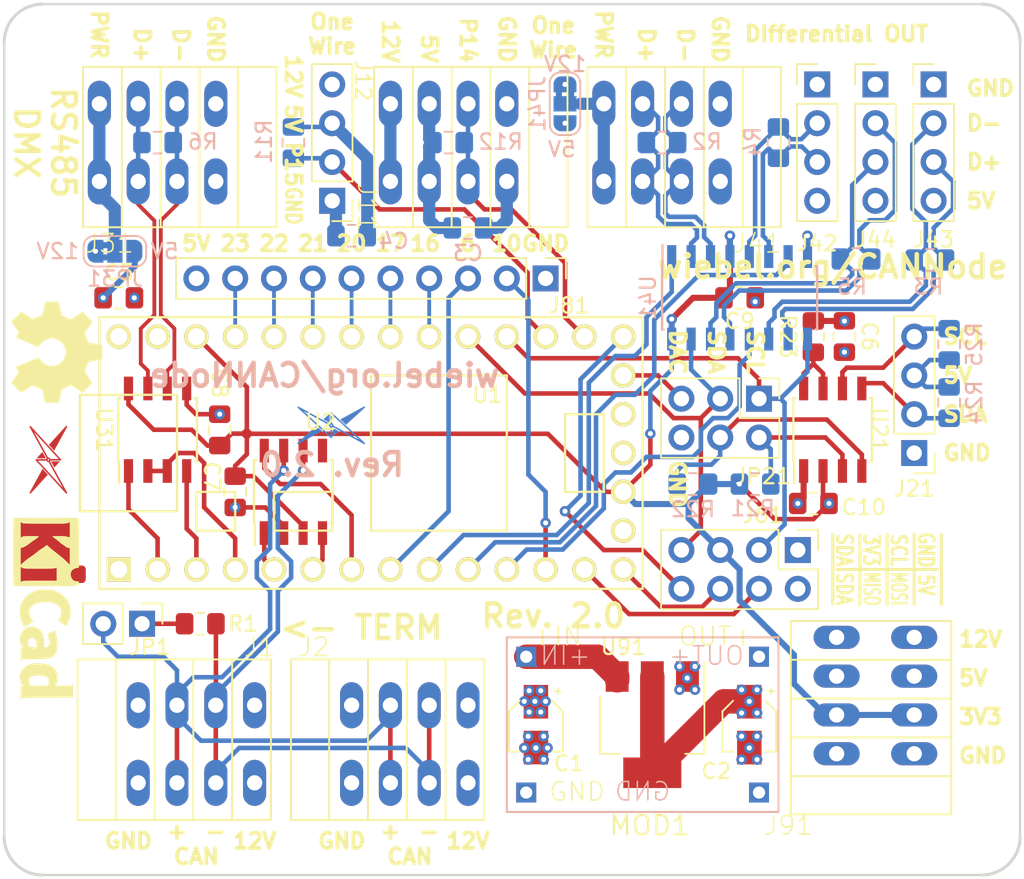
<source format=kicad_pcb>
(kicad_pcb (version 20171130) (host pcbnew 5.0.0)
  (layers (0 F.Cu signal) (1 In1.Cu signal) (2 In2.Cu signal) (31 B.Cu signal) (34 B.Paste user hide) (35 F.Paste user hide) (36 B.SilkS user hide) (37 F.SilkS user hide) (38 B.Mask user hide) (39 F.Mask user hide) (44 Edge.Cuts user hide))
  (net 0 "")
  (net 1 GND)
  (net 2 +12V)
  (net 3 +5V)
  (net 4 +3V3)
  (net 5 "Net-(J12-Pad2)")
  (net 6 "Net-(J31-Pad4)")
  (net 7 "Net-(J41-Pad4)")
  (net 8 "Net-(J61-Pad4)")
  (net 9 "Net-(J61-Pad6)")
  (net 10 "Net-(J61-Pad8)")
  (net 11 /6)
  (net 12 /10)
  (net 13 /16)
  (net 14 /17)
  (net 15 /20)
  (net 16 /21)
  (net 17 /22)
  (net 18 /23)
  (net 19 "Net-(JP1-Pad1)")
  (net 20 "Net-(R23-Pad1)")
  (net 21 "Net-(U1-Pad18)")
  (net 22 "Net-(U1-Pad15)")
  (net 23 "Net-(U1-Pad32)")
  (net 24 "Net-(U1-Pad7)")
  (net 25 "Net-(U1-Pad6)")
  (net 26 "Net-(U1-Pad5)")
  (net 27 "Net-(U2-Pad5)")
  (net 28 /CAN-)
  (net 29 /CAN+)
  (net 30 /OW14)
  (net 31 /SDA)
  (net 32 /SCL)
  (net 33 /D1+)
  (net 34 /D1-)
  (net 35 /D2+)
  (net 36 /D3+)
  (net 37 /D4+)
  (net 38 /SCL0_16)
  (net 39 /DI1_7)
  (net 40 /RX1)
  (net 41 /TX2)
  (net 42 /UA1+)
  (net 43 /UA1-)
  (net 44 /EN34_9)
  (net 45 /DI2_8)
  (net 46 /UA3EN_2)
  (net 47 /D4-)
  (net 48 /D2-)
  (net 49 /D3-)
  (net 50 /SDA0_17)
  (net 51 "Net-(JP21-Pad5)")
  (net 52 "Net-(JP21-Pad4)")
  (net 53 "Net-(JP21-Pad2)")
  (module own:LOGO_MID (layer F.Cu) (at 70.993 64.262 270)
    (fp_text reference "" (at -6.7818 -0.2794 270) (layer F.SilkS) (effects (font (size 1.27 1.27))))
    (fp_text value "" (at -6.7818 -0.2794 270) (layer F.SilkS) (effects (font (size 1.27 1.27))))
    (fp_poly (pts (xy 0.049153 -2.466359) (xy 0.029946 -2.462459) (xy 0.013781 -2.451281) (xy 0.003256 -2.434781) (xy 0 -2.415481) (xy 0.004556 -2.396381) (xy 0.016168 -2.38064) (xy 0.032443 -2.365659) (xy 0.065212 -2.33604) (xy 0.081487 -2.321181) (xy 0.097871 -2.306318) (xy 0.11415 -2.291459) (xy 0.130534 -2.2767) (xy 0.146809 -2.261818) (xy 0.163193 -2.246959) (xy 0.195746 -2.21724) (xy 0.212131 -2.202481) (xy 0.228515 -2.1876) (xy 0.24479 -2.17274) (xy 0.261175 -2.157881) (xy 0.277453 -2.143018) (xy 0.293837 -2.12814) (xy 0.310112 -2.113281) (xy 0.326496 -2.0983) (xy 0.342771 -2.083659) (xy 0.359159 -2.0688) (xy 0.375434 -2.053918) (xy 0.391818 -2.039059) (xy 0.408093 -2.0242) (xy 0.424481 -2.00944) (xy 0.440756 -1.994575) (xy 0.473525 -1.964843) (xy 0.4898 -1.949978) (xy 0.506187 -1.935112) (xy 0.522462 -1.920246) (xy 0.538843 -1.905384) (xy 0.555121 -1.890625) (xy 0.571506 -1.875759) (xy 0.587784 -1.860893) (xy 0.604165 -1.846028) (xy 0.62044 -1.831162) (xy 0.636828 -1.816296) (xy 0.653103 -1.80154) (xy 0.669487 -1.786675) (xy 0.685762 -1.771812) (xy 0.702146 -1.756837) (xy 0.718425 -1.742078) (xy 0.751193 -1.712346) (xy 0.767468 -1.697484) (xy 0.783856 -1.682615) (xy 0.800131 -1.667753) (xy 0.816512 -1.652993) (xy 0.83279 -1.638131) (xy 0.849175 -1.623262) (xy 0.865453 -1.608396) (xy 0.881837 -1.593534) (xy 0.898112 -1.578665) (xy 0.914496 -1.563912) (xy 0.930771 -1.549043) (xy 0.947159 -1.534181) (xy 0.963434 -1.519312) (xy 0.979815 -1.504559) (xy 0.996093 -1.48969) (xy 1.028862 -1.459962) (xy 1.045137 -1.445093) (xy 1.061521 -1.430231) (xy 1.0778 -1.415362) (xy 1.094184 -1.40039) (xy 1.110462 -1.385634) (xy 1.143231 -1.355903) (xy 1.159506 -1.341146) (xy 1.175887 -1.326281) (xy 1.192165 -1.311412) (xy 1.20855 -1.29655) (xy 1.219509 -1.286459) (xy 1.230468 -1.276475) (xy 1.241537 -1.266384) (xy 1.252493 -1.276475) (xy 1.263456 -1.286459) (xy 1.274521 -1.29655) (xy 1.290146 -1.310762) (xy 1.305662 -1.324978) (xy 1.415037 -1.424481) (xy 1.430771 -1.438587) (xy 1.446396 -1.452909) (xy 1.461912 -1.467121) (xy 1.493162 -1.49555) (xy 1.508896 -1.509875) (xy 1.524521 -1.524087) (xy 1.540037 -1.538303) (xy 1.555771 -1.552515) (xy 1.571396 -1.566731) (xy 1.58409 -1.57834) (xy 1.596896 -1.589953) (xy 1.60959 -1.601562) (xy 1.622396 -1.613281) (xy 1.592231 -1.629775) (xy 1.577037 -1.638021) (xy 1.561959 -1.646265) (xy 1.523328 -1.667315) (xy 1.504012 -1.677953) (xy 1.48459 -1.688478) (xy 1.465278 -1.699003) (xy 1.42665 -1.720162) (xy 1.407228 -1.730793) (xy 1.387912 -1.741318) (xy 1.368596 -1.751953) (xy 1.349284 -1.762478) (xy 1.329862 -1.773003) (xy 1.310546 -1.783637) (xy 1.291234 -1.794162) (xy 1.271918 -1.804796) (xy 1.252606 -1.815321) (xy 1.233181 -1.825846) (xy 1.213865 -1.836481) (xy 1.194553 -1.847006) (xy 1.175237 -1.857531) (xy 1.136612 -1.878687) (xy 1.117187 -1.889321) (xy 1.097871 -1.899846) (xy 1.078559 -1.910481) (xy 1.059137 -1.921009) (xy 1.039821 -1.931534) (xy 1.020509 -1.942059) (xy 1.001193 -1.95269) (xy 0.981881 -1.963325) (xy 0.962456 -1.97385) (xy 0.94314 -1.984375) (xy 0.923828 -1.995009) (xy 0.904512 -2.00554) (xy 0.8852 -2.016159) (xy 0.865778 -2.0267) (xy 0.846462 -2.037218) (xy 0.827146 -2.047859) (xy 0.807834 -2.058381) (xy 0.788412 -2.069018) (xy 0.749784 -2.090059) (xy 0.730468 -2.100581) (xy 0.711046 -2.111218) (xy 0.691731 -2.121859) (xy 0.672415 -2.132381) (xy 0.652993 -2.143018) (xy 0.633681 -2.15354) (xy 0.614365 -2.164181) (xy 0.595053 -2.1747) (xy 0.575631 -2.185118) (xy 0.556312 -2.195859) (xy 0.537 -2.206381) (xy 0.517578 -2.217018) (xy 0.498262 -2.22754) (xy 0.47895 -2.238181) (xy 0.459637 -2.2487) (xy 0.440212 -2.259218) (xy 0.420896 -2.269859) (xy 0.401584 -2.280381) (xy 0.382268 -2.291018) (xy 0.362846 -2.30154) (xy 0.343534 -2.312059) (xy 0.324218 -2.3227) (xy 0.304906 -2.333218) (xy 0.28559 -2.343859) (xy 0.266168 -2.354381) (xy 0.246853 -2.365018) (xy 0.227431 -2.37554) (xy 0.208115 -2.386181) (xy 0.169487 -2.407218) (xy 0.150065 -2.417759) (xy 0.13075 -2.428381) (xy 0.111437 -2.439018) (xy 0.092121 -2.44954) (xy 0.0727 -2.460059) (xy 0.061306 -2.46474)) (layer F.Cu) (width 0))
    (fp_poly (pts (xy 1.772787 -1.683918) (xy 1.756512 -1.669162) (xy 1.740125 -1.654187) (xy 1.72385 -1.639321) (xy 1.707465 -1.62435) (xy 1.691187 -1.609375) (xy 1.674806 -1.594509) (xy 1.658418 -1.579537) (xy 1.642143 -1.564562) (xy 1.625759 -1.549696) (xy 1.609375 -1.534612) (xy 1.5931 -1.519746) (xy 1.576712 -1.504884) (xy 1.560331 -1.489909) (xy 1.544053 -1.474937) (xy 1.527668 -1.459962) (xy 1.511393 -1.445093) (xy 1.495009 -1.430121) (xy 1.478625 -1.415256) (xy 1.462346 -1.400284) (xy 1.429578 -1.370334) (xy 1.413303 -1.355468) (xy 1.380534 -1.325521) (xy 1.364259 -1.310656) (xy 1.347871 -1.295681) (xy 1.331596 -1.280709) (xy 1.315212 -1.26584) (xy 1.298828 -1.250868) (xy 1.282553 -1.235893) (xy 1.266165 -1.221028) (xy 1.249784 -1.205946) (xy 1.233509 -1.191187) (xy 1.217121 -1.176215) (xy 1.200846 -1.16124) (xy 1.184462 -1.146375) (xy 1.168078 -1.131403) (xy 1.1518 -1.116428) (xy 1.135415 -1.101562) (xy 1.11914 -1.086587) (xy 1.102756 -1.071721) (xy 1.086481 -1.05664) (xy 1.070093 -1.041775) (xy 1.053712 -1.026912) (xy 1.037437 -1.011937) (xy 1.02105 -0.996962) (xy 1.004775 -0.982096) (xy 0.972006 -0.952146) (xy 0.955731 -0.937284) (xy 0.939343 -0.922309) (xy 0.923068 -0.907337) (xy 0.906684 -0.892468) (xy 0.8903 -0.877493) (xy 0.874021 -0.862521) (xy 0.857637 -0.847656) (xy 0.841256 -0.832684) (xy 0.824978 -0.817709) (xy 0.808593 -0.80284) (xy 0.792315 -0.787868) (xy 0.775934 -0.772893) (xy 0.75955 -0.758031) (xy 0.743271 -0.742946) (xy 0.726887 -0.728081) (xy 0.710612 -0.713215) (xy 0.67784 -0.683268) (xy 0.661565 -0.668403) (xy 0.628796 -0.638456) (xy 0.612521 -0.623587) (xy 0.579753 -0.59364) (xy 0.563478 -0.578775) (xy 0.530709 -0.548828) (xy 0.514431 -0.533962) (xy 0.498046 -0.518987) (xy 0.481771 -0.504012) (xy 0.465387 -0.48915) (xy 0.449003 -0.474175) (xy 0.432725 -0.459203) (xy 0.41634 -0.444228) (xy 0.400062 -0.429362) (xy 0.383681 -0.414281) (xy 0.367296 -0.399521) (xy 0.351018 -0.38455) (xy 0.334637 -0.369575) (xy 0.31825 -0.354709) (xy 0.301975 -0.339737) (xy 0.28559 -0.324762) (xy 0.269206 -0.309896) (xy 0.252931 -0.294921) (xy 0.220159 -0.264975) (xy 0.203884 -0.250109) (xy 0.1875 -0.235134) (xy 0.171225 -0.220159) (xy 0.154837 -0.205296) (xy 0.138456 -0.190321) (xy 0.122178 -0.175456) (xy 0.105793 -0.160481) (xy 0.089518 -0.145509) (xy 0.073134 -0.13064) (xy 0.056859 -0.115668) (xy 0.040471 -0.100587) (xy 0.024087 -0.085828) (xy 0.013237 -0.071615) (xy 0.008246 -0.054471) (xy 0.00955 -0.036675) (xy 0.017143 -0.020509) (xy 0.030056 -0.008031) (xy 0.04644 -0.001084) (xy 0.064237 -0.000543) (xy 0.081056 -0.006293) (xy 0.100478 -0.016928) (xy 0.1199 -0.027668) (xy 0.139321 -0.038303) (xy 0.158853 -0.049043) (xy 0.1977 -0.070312) (xy 0.217121 -0.080946) (xy 0.255968 -0.102321) (xy 0.27539 -0.113062) (xy 0.294812 -0.123696) (xy 0.314237 -0.13444) (xy 0.353081 -0.155709) (xy 0.372506 -0.16645) (xy 0.391928 -0.176975) (xy 0.411459 -0.187715) (xy 0.430881 -0.198459) (xy 0.450303 -0.20909) (xy 0.469728 -0.219837) (xy 0.48915 -0.230468) (xy 0.508571 -0.241209) (xy 0.547415 -0.262478) (xy 0.56684 -0.273218) (xy 0.586371 -0.283856) (xy 0.605687 -0.294487) (xy 0.625109 -0.305231) (xy 0.644637 -0.315862) (xy 0.664062 -0.326496) (xy 0.683487 -0.337237) (xy 0.722331 -0.358509) (xy 0.741753 -0.36914) (xy 0.761175 -0.379884) (xy 0.7806 -0.390625) (xy 0.838865 -0.422525) (xy 0.858287 -0.433268) (xy 0.877712 -0.443903) (xy 0.897137 -0.454643) (xy 0.935981 -0.475912) (xy 0.955403 -0.486653) (xy 0.99425 -0.507921) (xy 1.013671 -0.518662) (xy 1.033203 -0.529296) (xy 1.052625 -0.540037) (xy 1.091471 -0.561306) (xy 1.110893 -0.57205) (xy 1.149737 -0.593315) (xy 1.169162 -0.604059) (xy 1.188587 -0.61469) (xy 1.208009 -0.625434) (xy 1.246853 -0.646703) (xy 1.266275 -0.657337) (xy 1.285809 -0.668078) (xy 1.305121 -0.678712) (xy 1.324543 -0.689453) (xy 1.344075 -0.700087) (xy 1.363496 -0.710828) (xy 1.402343 -0.732096) (xy 1.421765 -0.742837) (xy 1.460612 -0.764106) (xy 1.480037 -0.774846) (xy 1.518881 -0.796115) (xy 1.538303 -0.806859) (xy 1.557725 -0.81749) (xy 1.577146 -0.828234) (xy 1.596571 -0.838865) (xy 1.616103 -0.8495) (xy 1.635525 -0.860243) (xy 1.654946 -0.870878) (xy 1.674368 -0.881618) (xy 1.713215 -0.902887) (xy 1.732637 -0.913628) (xy 1.752168 -0.924262) (xy 1.77159 -0.935006) (xy 1.810437 -0.956271) (xy 1.829862 -0.967012) (xy 1.849284 -0.977646) (xy 1.868706 -0.988387) (xy 1.907553 -1.009659) (xy 1.926975 -1.0204) (xy 1.946396 -1.031034) (xy 1.965928 -1.041559) (xy 1.985353 -1.052409) (xy 2.004781 -1.06304) (xy 2.0242 -1.073787) (xy 2.06304 -1.095053) (xy 2.082459 -1.105793) (xy 2.101881 -1.116428) (xy 2.121318 -1.127168) (xy 2.13434 -1.116537) (xy 2.148318 -1.107531) (xy 2.1633 -1.100153) (xy 2.17904 -1.094509) (xy 2.17904 -0.442709) (xy 2.182618 -0.424043) (xy 2.192918 -0.408093) (xy 2.20854 -0.397243) (xy 2.226881 -0.393118) (xy 2.24554 -0.396265) (xy 2.261618 -0.40614) (xy 2.277881 -0.421115) (xy 2.294159 -0.436087) (xy 2.31044 -0.450956) (xy 2.326818 -0.465818) (xy 2.359381 -0.49555) (xy 2.37564 -0.510525) (xy 2.440759 -0.569987) (xy 2.45704 -0.584962) (xy 2.489581 -0.61469) (xy 2.505959 -0.629559) (xy 2.538518 -0.659287) (xy 2.5548 -0.674262) (xy 2.6199 -0.733725) (xy 2.636181 -0.748696) (xy 2.652459 -0.763562) (xy 2.66884 -0.778428) (xy 2.685118 -0.793293) (xy 2.6709 -0.807184) (xy 2.656681 -0.820962) (xy 2.642581 -0.834853) (xy 2.628359 -0.84874) (xy 2.614259 -0.862521) (xy 2.566081 -0.818578) (xy 2.55014 -0.803928) (xy 2.501959 -0.759984) (xy 2.486 -0.745334) (xy 2.453881 -0.716037) (xy 2.43794 -0.701281) (xy 2.3737 -0.642793) (xy 2.35774 -0.628146) (xy 2.32564 -0.59885) (xy 2.309681 -0.584203) (xy 2.277559 -0.554906) (xy 2.277559 -1.100043) (xy 2.2971 -1.110568) (xy 2.314559 -1.124134) (xy 2.330081 -1.139975) (xy 2.28744 -1.18164) (xy 2.273118 -1.195531) (xy 2.2589 -1.209418) (xy 2.2487 -1.19759) (xy 2.235559 -1.189343) (xy 2.220259 -1.186521) (xy 2.201381 -1.190106) (xy 2.185218 -1.200737) (xy 2.174581 -1.216906) (xy 2.171 -1.235787) (xy 2.173718 -1.250759) (xy 2.18154 -1.263781) (xy 2.192918 -1.273871) (xy 2.1786 -1.287868) (xy 2.150181 -1.315646) (xy 2.135859 -1.329537) (xy 2.12164 -1.343534) (xy 2.10764 -1.328884) (xy 2.0956 -1.31239) (xy 2.085818 -1.294812) (xy 2.078559 -1.275825) (xy 2.074218 -1.256078) (xy 2.0727 -1.235787) (xy 2.07314 -1.2245) (xy 2.07444 -1.213215) (xy 2.05524 -1.20269) (xy 1.997287 -1.170787) (xy 1.977971 -1.160262) (xy 1.939343 -1.138996) (xy 1.919921 -1.128362) (xy 1.900715 -1.117731) (xy 1.881293 -1.107206) (xy 1.82335 -1.075303) (xy 1.804037 -1.064778) (xy 1.784831 -1.054143) (xy 1.746203 -1.032878) (xy 1.726887 -1.022353) (xy 1.688259 -1.001087) (xy 1.668943 -0.990562) (xy 1.611003 -0.958659) (xy 1.591687 -0.948134) (xy 1.533743 -0.916234) (xy 1.514431 -0.905709) (xy 1.456487 -0.873806) (xy 1.437175 -0.863281) (xy 1.359915 -0.820746) (xy 1.340603 -0.810112) (xy 1.301975 -0.788953) (xy 1.282662 -0.778428) (xy 1.244034 -0.757162) (xy 1.224828 -0.746637) (xy 1.186196 -0.725368) (xy 1.166884 -0.714843) (xy 1.10894 -0.68294) (xy 1.089628 -0.672415) (xy 1.070421 -0.661784) (xy 1.051106 -0.65115) (xy 1.03179 -0.640625) (xy 0.97385 -0.608725) (xy 0.954537 -0.5982) (xy 0.89659 -0.566296) (xy 0.877278 -0.555771) (xy 0.819337 -0.523871) (xy 0.800021 -0.513346) (xy 0.742078 -0.481443) (xy 0.722762 -0.470918) (xy 0.684137 -0.449653) (xy 0.664821 -0.439128) (xy 0.645615 -0.428493) (xy 0.626303 -0.417753) (xy 0.606987 -0.407337) (xy 0.549043 -0.375434) (xy 0.529731 -0.364909) (xy 0.491103 -0.34364) (xy 0.471896 -0.333115) (xy 0.433268 -0.31185) (xy 0.413953 -0.301325) (xy 0.394637 -0.290687) (xy 0.492296 -0.379884) (xy 0.508571 -0.394856) (xy 0.541125 -0.424587) (xy 0.557509 -0.439453) (xy 0.573787 -0.454318) (xy 0.590062 -0.46929) (xy 0.67144 -0.543618) (xy 0.687715 -0.558593) (xy 0.752821 -0.617946) (xy 0.769206 -0.632921) (xy 0.785481 -0.647787) (xy 0.801759 -0.662762) (xy 0.899412 -0.751953) (xy 0.915687 -0.766928) (xy 0.931965 -0.78179) (xy 0.94835 -0.796659) (xy 0.964628 -0.811521) (xy 0.980793 -0.826281) (xy 0.997178 -0.841256) (xy 1.046009 -0.88585) (xy 1.062284 -0.900825) (xy 1.176215 -1.004884) (xy 1.19249 -1.019856) (xy 1.208765 -1.034612) (xy 1.225043 -1.049587) (xy 1.257593 -1.079318) (xy 1.273981 -1.094184) (xy 1.306534 -1.123912) (xy 1.322809 -1.138781) (xy 1.453015 -1.257812) (xy 1.46929 -1.272787) (xy 1.583225 -1.376843) (xy 1.5995 -1.391818) (xy 1.615778 -1.406684) (xy 1.632162 -1.42155) (xy 1.762368 -1.540471) (xy 1.778646 -1.555446) (xy 1.84375 -1.614909) (xy 1.829537 -1.628687) (xy 1.815321 -1.642578) (xy 1.801215 -1.656359) (xy 1.787 -1.670246)) (layer F.Cu) (width 0))
    (fp_poly (pts (xy 2.122059 -1.070531) (xy 2.049159 -1.0306) (xy 2.030381 -1.02029) (xy 2.0115 -1.01009) (xy 1.992731 -0.999784) (xy 1.973959 -0.989475) (xy 1.955187 -0.979275) (xy 1.936306 -0.969075) (xy 1.917537 -0.958765) (xy 1.898762 -0.948565) (xy 1.87999 -0.938259) (xy 1.861112 -0.928062) (xy 1.842337 -0.917753) (xy 1.823565 -0.907553) (xy 1.804796 -0.897243) (xy 1.786025 -0.887043) (xy 1.767143 -0.876737) (xy 1.752062 -0.868487) (xy 1.736762 -0.860243) (xy 1.706381 -0.84364) (xy 1.71929 -0.832137) (xy 1.732096 -0.820531) (xy 1.745009 -0.808918) (xy 1.757812 -0.797309) (xy 1.773437 -0.782987) (xy 1.789171 -0.768771) (xy 1.804796 -0.75445) (xy 1.820421 -0.740234) (xy 1.836156 -0.726018) (xy 1.851781 -0.711696) (xy 1.867406 -0.697484) (xy 1.883137 -0.683268) (xy 1.898762 -0.668943) (xy 1.914387 -0.654731) (xy 1.930121 -0.640515) (xy 1.945746 -0.626087) (xy 1.961481 -0.611981) (xy 1.977106 -0.597656) (xy 1.992731 -0.58344) (xy 2.008459 -0.569118) (xy 2.039718 -0.540687) (xy 2.0535 -0.528103) (xy 2.067159 -0.515625) (xy 2.08094 -0.503146) (xy 2.108281 -0.478187) (xy 2.122059 -0.465712)) (layer F.Cu) (width 0))
    (fp_poly (pts (xy 1.772787 -1.683918) (xy 1.787 -1.670246) (xy 1.801215 -1.656359) (xy 1.815321 -1.642578) (xy 1.829537 -1.628687) (xy 1.84375 -1.614909) (xy 1.859915 -1.629559) (xy 1.876193 -1.644531) (xy 1.892362 -1.659287) (xy 1.908528 -1.674153) (xy 1.924806 -1.689018) (xy 1.940971 -1.703775) (xy 1.957246 -1.71864) (xy 1.973415 -1.733396) (xy 1.989584 -1.748262) (xy 2.005859 -1.763021) (xy 2.022018 -1.777887) (xy 2.0382 -1.792643) (xy 2.054459 -1.807509) (xy 2.07064 -1.822265) (xy 2.0868 -1.837131) (xy 2.103081 -1.851781) (xy 2.11924 -1.866753) (xy 2.135418 -1.881512) (xy 2.1517 -1.896375) (xy 2.167859 -1.911134) (xy 2.167859 -1.373696) (xy 2.15114 -1.365668) (xy 2.135859 -1.355253) (xy 2.12164 -1.343534) (xy 2.135859 -1.329537) (xy 2.150181 -1.315646) (xy 2.1786 -1.287868) (xy 2.192918 -1.273871) (xy 2.20574 -1.28179) (xy 2.220259 -1.285156) (xy 2.239259 -1.281465) (xy 2.255318 -1.270725) (xy 2.265959 -1.254775) (xy 2.26964 -1.235787) (xy 2.266281 -1.221896) (xy 2.2589 -1.209418) (xy 2.273118 -1.195531) (xy 2.28744 -1.18164) (xy 2.330081 -1.139975) (xy 2.343 -1.156575) (xy 2.353518 -1.174696) (xy 2.36144 -1.194337) (xy 2.366218 -1.214843) (xy 2.36784 -1.235787) (xy 2.367181 -1.250759) (xy 2.3865 -1.261393) (xy 2.405918 -1.271918) (xy 2.42524 -1.282662) (xy 2.444659 -1.293293) (xy 2.483281 -1.314562) (xy 2.52214 -1.335828) (xy 2.560759 -1.357096) (xy 2.580181 -1.367731) (xy 2.5995 -1.378362) (xy 2.618918 -1.388996) (xy 2.657559 -1.410262) (xy 2.676981 -1.420896) (xy 2.696281 -1.431534) (xy 2.715718 -1.442059) (xy 2.75434 -1.463434) (xy 2.773759 -1.474065) (xy 2.812381 -1.495334) (xy 2.8318 -1.505965) (xy 2.85114 -1.516603) (xy 2.870559 -1.527237) (xy 2.889859 -1.537868) (xy 2.909281 -1.548503) (xy 2.928618 -1.559137) (xy 2.948018 -1.569768) (xy 2.96734 -1.580403) (xy 2.986759 -1.591037) (xy 3.025381 -1.612196) (xy 3.0448 -1.622937) (xy 3.06414 -1.633571) (xy 3.083559 -1.644206) (xy 3.122159 -1.665471) (xy 3.141618 -1.676106) (xy 3.160918 -1.68674) (xy 3.18034 -1.697375) (xy 3.218981 -1.71864) (xy 3.238381 -1.729275) (xy 3.277018 -1.75054) (xy 3.29644 -1.761175) (xy 3.335081 -1.782337) (xy 3.3545 -1.792968) (xy 3.41244 -1.824868) (xy 3.431859 -1.835503) (xy 3.451159 -1.846137) (xy 3.470581 -1.856771) (xy 3.489918 -1.867406) (xy 3.50934 -1.878037) (xy 3.547981 -1.899196) (xy 3.5868 -1.920571) (xy 3.62544 -1.94184) (xy 3.644859 -1.952475) (xy 3.683481 -1.97374) (xy 3.702918 -1.984375) (xy 3.722218 -1.995009) (xy 3.74164 -2.00564) (xy 3.799581 -2.03754) (xy 3.819 -2.048181) (xy 3.85764 -2.06934) (xy 3.877059 -2.080081) (xy 3.9157 -2.10134) (xy 3.935118 -2.111981) (xy 3.97374 -2.13324) (xy 3.993159 -2.143881) (xy 4.012481 -2.154518) (xy 4.031881 -2.16514) (xy 4.051218 -2.175781) (xy 4.03494 -2.1608) (xy 4.018559 -2.14594) (xy 4.002281 -2.130959) (xy 3.985881 -2.1161) (xy 3.969618 -2.101118) (xy 3.953218 -2.086159) (xy 3.936859 -2.071281) (xy 3.920581 -2.056318) (xy 3.9042 -2.041459) (xy 3.887918 -2.026481) (xy 3.871518 -2.0115) (xy 3.855259 -1.996637) (xy 3.838859 -1.981662) (xy 3.822581 -1.966796) (xy 3.8062 -1.951821) (xy 3.78994 -1.936959) (xy 3.757159 -1.907009) (xy 3.740881 -1.892143) (xy 3.7245 -1.877168) (xy 3.708218 -1.862196) (xy 3.69184 -1.847331) (xy 3.675559 -1.832465) (xy 3.659281 -1.81749) (xy 3.642918 -1.802625) (xy 3.626518 -1.787653) (xy 3.61024 -1.772787) (xy 3.593981 -1.757812) (xy 3.577581 -1.742946) (xy 3.5613 -1.727971) (xy 3.544918 -1.713109) (xy 3.52864 -1.698134) (xy 3.512259 -1.683268) (xy 3.495981 -1.668293) (xy 3.479618 -1.653428) (xy 3.46334 -1.638456) (xy 3.44694 -1.623587) (xy 3.430659 -1.608615) (xy 3.414281 -1.59364) (xy 3.398 -1.578775) (xy 3.381718 -1.563912) (xy 3.36534 -1.548937) (xy 3.348981 -1.534071) (xy 3.3327 -1.519096) (xy 3.3163 -1.504121) (xy 3.300018 -1.489259) (xy 3.28364 -1.474284) (xy 3.267359 -1.459418) (xy 3.250981 -1.444337) (xy 3.2347 -1.429578) (xy 3.2183 -1.414606) (xy 3.202018 -1.399737) (xy 3.185659 -1.384765) (xy 3.169381 -1.3699) (xy 3.153 -1.354925) (xy 3.136718 -1.339953) (xy 3.12034 -1.325087) (xy 3.104059 -1.310112) (xy 3.087659 -1.295246) (xy 3.071381 -1.280271) (xy 3.055 -1.265409) (xy 3.03874 -1.250434) (xy 3.022481 -1.235568) (xy 3.006081 -1.220593) (xy 2.9898 -1.205731) (xy 2.973418 -1.190756) (xy 2.95714 -1.175887) (xy 2.94074 -1.160809) (xy 2.924481 -1.14605) (xy 2.908081 -1.131187) (xy 2.8918 -1.116212) (xy 2.875559 -1.101343) (xy 2.859159 -1.086371) (xy 2.842881 -1.071506) (xy 2.8265 -1.056534) (xy 2.810218 -1.041559) (xy 2.79384 -1.02669) (xy 2.777559 -1.011828) (xy 2.761281 -0.996853) (xy 2.7449 -0.981987) (xy 2.728618 -0.967012) (xy 2.71224 -0.952146) (xy 2.695959 -0.937175) (xy 2.679581 -0.922309) (xy 2.6632 -0.907337) (xy 2.646918 -0.892253) (xy 2.63054 -0.877493) (xy 2.614259 -0.862521) (xy 2.628359 -0.84874) (xy 2.642581 -0.834853) (xy 2.656681 -0.820962) (xy 2.6709 -0.807184) (xy 2.685118 -0.793293) (xy 2.783418 -0.883031) (xy 2.7998 -0.898218) (xy 2.8162 -0.913087) (xy 2.832581 -0.928062) (xy 2.86534 -0.958009) (xy 2.881718 -0.97309) (xy 2.898118 -0.987956) (xy 2.9145 -1.002931) (xy 2.930781 -1.017903) (xy 3.192918 -1.257487) (xy 3.2093 -1.272568) (xy 3.2258 -1.287543) (xy 3.27494 -1.332465) (xy 3.291218 -1.347437) (xy 3.307618 -1.362196) (xy 3.602518 -1.631837) (xy 3.6188 -1.646812) (xy 3.6353 -1.661784) (xy 3.668081 -1.691731) (xy 3.684359 -1.706706) (xy 3.70084 -1.721681) (xy 3.717218 -1.736653) (xy 3.7335 -1.751628) (xy 3.766281 -1.781575) (xy 3.782781 -1.79655) (xy 3.799159 -1.811521) (xy 3.815418 -1.826496) (xy 3.831918 -1.841362) (xy 3.8482 -1.856443) (xy 3.8647 -1.871418) (xy 3.881081 -1.886393) (xy 3.897359 -1.901365) (xy 3.913759 -1.91634) (xy 3.930218 -1.931312) (xy 3.995781 -1.991212) (xy 4.012059 -2.006181) (xy 4.028418 -2.021159) (xy 4.044918 -2.03614) (xy 4.0612 -2.0511) (xy 4.356118 -2.32054) (xy 4.3725 -2.335718) (xy 4.421659 -2.38064) (xy 4.433481 -2.396381) (xy 4.43814 -2.415359) (xy 4.434881 -2.434781) (xy 4.424159 -2.451281) (xy 4.407781 -2.462559) (xy 4.38834 -2.466359) (xy 4.3762 -2.46474) (xy 4.3648 -2.460059) (xy 4.32594 -2.4388) (xy 4.306518 -2.428059) (xy 4.287 -2.417418) (xy 4.267581 -2.4068) (xy 4.248159 -2.39604) (xy 4.228718 -2.3853) (xy 4.2093 -2.374681) (xy 4.170481 -2.3534) (xy 4.151059 -2.342659) (xy 4.1122 -2.3214) (xy 4.092781 -2.310659) (xy 4.073359 -2.300018) (xy 4.053918 -2.289281) (xy 4.0345 -2.27864) (xy 4.015081 -2.2679) (xy 3.995559 -2.257259) (xy 3.97614 -2.24664) (xy 3.9567 -2.2359) (xy 3.937281 -2.225259) (xy 3.917859 -2.214518) (xy 3.879018 -2.193259) (xy 3.859581 -2.1825) (xy 3.82074 -2.16124) (xy 3.80134 -2.1504) (xy 3.762481 -2.12924) (xy 3.743059 -2.118481) (xy 3.704218 -2.097118) (xy 3.684781 -2.086481) (xy 3.64594 -2.065218) (xy 3.626518 -2.054459) (xy 3.607081 -2.04384) (xy 3.587659 -2.0331) (xy 3.54884 -2.011818) (xy 3.529418 -2.001081) (xy 3.490559 -1.979815) (xy 3.47114 -1.969075) (xy 3.4323 -1.947809) (xy 3.412859 -1.937065) (xy 3.39344 -1.926434) (xy 3.374018 -1.915687) (xy 3.335159 -1.894421) (xy 3.31574 -1.883681) (xy 3.296218 -1.873046) (xy 3.276918 -1.862412) (xy 3.257381 -1.851671) (xy 3.23794 -1.841037) (xy 3.218518 -1.830293) (xy 3.1797 -1.808918) (xy 3.160281 -1.798287) (xy 3.121418 -1.777018) (xy 3.102 -1.766275) (xy 3.082581 -1.75564) (xy 3.06314 -1.7449) (xy 3.0243 -1.723634) (xy 3.004881 -1.71289) (xy 2.966018 -1.691621) (xy 2.946618 -1.680881) (xy 2.907781 -1.659612) (xy 2.88834 -1.648871) (xy 2.868918 -1.638237) (xy 2.8495 -1.627493) (xy 2.830081 -1.616862) (xy 2.810559 -1.606228) (xy 2.791118 -1.595487) (xy 2.7717 -1.584853) (xy 2.752281 -1.574003) (xy 2.71344 -1.55284) (xy 2.694018 -1.5421) (xy 2.674581 -1.531465) (xy 2.655159 -1.520725) (xy 2.63574 -1.51009) (xy 2.616218 -1.49935) (xy 2.577359 -1.478081) (xy 2.55794 -1.467337) (xy 2.5191 -1.446071) (xy 2.499781 -1.435331) (xy 2.480259 -1.424696) (xy 2.460818 -1.414062) (xy 2.4414 -1.403318) (xy 2.421981 -1.392687) (xy 2.402559 -1.381837) (xy 2.363718 -1.360678) (xy 2.3443 -1.349937) (xy 2.324859 -1.3393) (xy 2.311959 -1.350912) (xy 2.297859 -1.360893) (xy 2.282559 -1.36914) (xy 2.2665 -1.375759) (xy 2.2665 -2.023318) (xy 2.263018 -2.041881) (xy 2.252818 -2.057718) (xy 2.2373 -2.068459) (xy 2.218859 -2.0727) (xy 2.200081 -2.069659) (xy 2.183818 -2.059781) (xy 2.168081 -2.045359) (xy 2.15224 -2.030918) (xy 2.1364 -2.016381) (xy 2.120659 -2.001959) (xy 2.088981 -1.97309) (xy 2.07324 -1.958659) (xy 2.0574 -1.944228) (xy 2.041559 -1.929687) (xy 2.025718 -1.915256) (xy 2.009981 -1.900825) (xy 1.9783 -1.871962) (xy 1.962562 -1.857421) (xy 1.930881 -1.828559) (xy 1.915146 -1.814128) (xy 1.883462 -1.785262) (xy 1.867621 -1.770725) (xy 1.851887 -1.756293) (xy 1.836046 -1.741862) (xy 1.820312 -1.727431) (xy 1.804468 -1.71289) (xy 1.788628 -1.698459)) (layer F.Cu) (width 0))
    (fp_poly (pts (xy 2.318581 -1.995225) (xy 2.318581 -1.4018) (xy 2.3915 -1.441731) (xy 2.428159 -1.461696) (xy 2.4464 -1.471681) (xy 2.501418 -1.501628) (xy 2.51964 -1.511503) (xy 2.537981 -1.521484) (xy 2.574659 -1.54145) (xy 2.592881 -1.551434) (xy 2.629559 -1.571396) (xy 2.647781 -1.581381) (xy 2.666118 -1.591362) (xy 2.726881 -1.62435) (xy 2.714081 -1.635959) (xy 2.701181 -1.647568) (xy 2.688359 -1.659287) (xy 2.675559 -1.670896) (xy 2.64324 -1.700193) (xy 2.627059 -1.714953) (xy 2.6109 -1.7296) (xy 2.594718 -1.744359) (xy 2.5624 -1.773656) (xy 2.54634 -1.788303) (xy 2.530159 -1.803062) (xy 2.49784 -1.832356) (xy 2.481659 -1.847112) (xy 2.4655 -1.861762) (xy 2.449318 -1.876518) (xy 2.417 -1.905815) (xy 2.400818 -1.920571) (xy 2.38444 -1.935437) (xy 2.36794 -1.950412) (xy 2.351459 -1.965168) (xy 2.335059 -1.980253)) (layer F.Cu) (width 0))
    (fp_poly (pts (xy 3.193259 -1.200087) (xy 3.1823 -1.189993) (xy 3.171218 -1.179906) (xy 3.160281 -1.169812) (xy 3.113381 -1.127168) (xy 3.097659 -1.112956) (xy 3.035159 -1.056096) (xy 3.019418 -1.041884) (xy 2.9413 -0.970812) (xy 2.925559 -0.956596) (xy 2.863059 -0.899737) (xy 2.85014 -0.888131) (xy 2.837359 -0.876412) (xy 2.82444 -0.8648) (xy 2.81164 -0.853187) (xy 2.872381 -0.820203) (xy 2.891718 -0.809568) (xy 2.91114 -0.799043) (xy 2.93044 -0.788518) (xy 2.949759 -0.777887) (xy 2.969081 -0.767253) (xy 2.9885 -0.756728) (xy 3.0078 -0.746203) (xy 3.02714 -0.735568) (xy 3.046559 -0.725043) (xy 3.065859 -0.714518) (xy 3.085159 -0.703884) (xy 3.1045 -0.693359) (xy 3.123918 -0.682834) (xy 3.143218 -0.6722) (xy 3.162559 -0.661675) (xy 3.181859 -0.65104) (xy 3.201159 -0.640515) (xy 3.220581 -0.62999) (xy 3.239918 -0.619359) (xy 3.278518 -0.598309) (xy 3.297981 -0.587675) (xy 3.317281 -0.577146) (xy 3.336581 -0.566512) (xy 3.355918 -0.555987) (xy 3.37534 -0.545356) (xy 3.41394 -0.524196) (xy 3.433381 -0.513671) (xy 3.4527 -0.503146) (xy 3.472 -0.492512) (xy 3.51064 -0.471462) (xy 3.530059 -0.460828) (xy 3.549359 -0.450303) (xy 3.5687 -0.439668) (xy 3.588 -0.429143) (xy 3.607418 -0.418618) (xy 3.626759 -0.407987) (xy 3.646159 -0.397462) (xy 3.665481 -0.386828) (xy 3.704118 -0.365668) (xy 3.723518 -0.355143) (xy 3.74284 -0.344618) (xy 3.762159 -0.333984) (xy 3.781581 -0.323459) (xy 3.800881 -0.312825) (xy 3.8202 -0.3023) (xy 3.83964 -0.291559) (xy 3.878259 -0.270615) (xy 3.897659 -0.259981) (xy 3.917 -0.249459) (xy 3.9363 -0.238825) (xy 3.955718 -0.228296) (xy 3.975059 -0.217662) (xy 3.994359 -0.20714) (xy 4.013781 -0.196615) (xy 4.033081 -0.185981) (xy 4.052418 -0.175456) (xy 4.071718 -0.164821) (xy 4.09114 -0.154296) (xy 4.110481 -0.143771) (xy 4.129781 -0.133028) (xy 4.149081 -0.122612) (xy 4.1685 -0.111978) (xy 4.18784 -0.101453) (xy 4.20724 -0.090818) (xy 4.226559 -0.080293) (xy 4.245881 -0.069662) (xy 4.2653 -0.059137) (xy 4.284618 -0.048503) (xy 4.303918 -0.037978) (xy 4.32324 -0.027453) (xy 4.342659 -0.016818) (xy 4.361981 -0.006293) (xy 4.3788 -0.000978) (xy 4.396381 -0.001843) (xy 4.412559 -0.008896) (xy 4.42514 -0.021265) (xy 4.432618 -0.037218) (xy 4.434018 -0.054796) (xy 4.42914 -0.071721) (xy 4.418618 -0.085828) (xy 4.385859 -0.115559) (xy 4.369581 -0.130315) (xy 4.3532 -0.145181) (xy 4.336918 -0.160046) (xy 4.320518 -0.174912) (xy 4.304259 -0.189778) (xy 4.287859 -0.204643) (xy 4.271581 -0.219403) (xy 4.255218 -0.234265) (xy 4.23894 -0.249131) (xy 4.222559 -0.263996) (xy 4.206281 -0.278862) (xy 4.189881 -0.293728) (xy 4.173618 -0.308593) (xy 4.157218 -0.323459) (xy 4.14094 -0.338215) (xy 4.124559 -0.353081) (xy 4.108281 -0.367946) (xy 4.091918 -0.382812) (xy 4.07564 -0.397678) (xy 4.05924 -0.412437) (xy 4.042981 -0.4273) (xy 4.026581 -0.442059) (xy 4.0103 -0.457031) (xy 3.977518 -0.486762) (xy 3.96124 -0.501628) (xy 3.944881 -0.516493) (xy 3.928618 -0.53114) (xy 3.912218 -0.546115) (xy 3.89594 -0.560981) (xy 3.879559 -0.575846) (xy 3.863281 -0.590712) (xy 3.846881 -0.605468) (xy 3.830618 -0.620334) (xy 3.814259 -0.6352) (xy 3.797981 -0.650062) (xy 3.781581 -0.664931) (xy 3.7653 -0.679796) (xy 3.748918 -0.694662) (xy 3.73264 -0.709418) (xy 3.699859 -0.73915) (xy 3.683581 -0.754012) (xy 3.667218 -0.768881) (xy 3.65094 -0.783743) (xy 3.634559 -0.798503) (xy 3.618281 -0.813478) (xy 3.601881 -0.828234) (xy 3.585618 -0.8431) (xy 3.569218 -0.857962) (xy 3.55294 -0.872831) (xy 3.5202 -0.902562) (xy 3.503918 -0.917315) (xy 3.48764 -0.932184) (xy 3.47124 -0.94705) (xy 3.454981 -0.961912) (xy 3.4222 -0.991643) (xy 3.405918 -1.006512) (xy 3.389518 -1.021375) (xy 3.373281 -1.036134) (xy 3.356881 -1.050996) (xy 3.340618 -1.065862) (xy 3.30784 -1.095593) (xy 3.291559 -1.110462) (xy 3.275159 -1.125325) (xy 3.258881 -1.14019) (xy 3.2425 -1.154946) (xy 3.22624 -1.169812) (xy 3.215281 -1.179906) (xy 3.204218 -1.189993)) (layer F.Cu) (width 0))
  )
  (module own:LOGO_MID (layer B.Cu) (at 88.519 62.992)
    (fp_text reference "" (at -6.7818 0.2794) (layer B.SilkS) (effects (font (size 1.27 1.27)) (justify mirror)))
    (fp_text value "" (at -6.7818 0.2794) (layer B.SilkS) (effects (font (size 1.27 1.27)) (justify mirror)))
    (fp_poly (pts (xy 3.193259 1.200087) (xy 3.1823 1.189993) (xy 3.171218 1.179906) (xy 3.160281 1.169812) (xy 3.113381 1.127168) (xy 3.097659 1.112956) (xy 3.035159 1.056096) (xy 3.019418 1.041884) (xy 2.9413 0.970812) (xy 2.925559 0.956596) (xy 2.863059 0.899737) (xy 2.85014 0.888131) (xy 2.837359 0.876412) (xy 2.82444 0.8648) (xy 2.81164 0.853187) (xy 2.872381 0.820203) (xy 2.891718 0.809568) (xy 2.91114 0.799043) (xy 2.93044 0.788518) (xy 2.949759 0.777887) (xy 2.969081 0.767253) (xy 2.9885 0.756728) (xy 3.0078 0.746203) (xy 3.02714 0.735568) (xy 3.046559 0.725043) (xy 3.065859 0.714518) (xy 3.085159 0.703884) (xy 3.1045 0.693359) (xy 3.123918 0.682834) (xy 3.143218 0.6722) (xy 3.162559 0.661675) (xy 3.181859 0.65104) (xy 3.201159 0.640515) (xy 3.220581 0.62999) (xy 3.239918 0.619359) (xy 3.278518 0.598309) (xy 3.297981 0.587675) (xy 3.317281 0.577146) (xy 3.336581 0.566512) (xy 3.355918 0.555987) (xy 3.37534 0.545356) (xy 3.41394 0.524196) (xy 3.433381 0.513671) (xy 3.4527 0.503146) (xy 3.472 0.492512) (xy 3.51064 0.471462) (xy 3.530059 0.460828) (xy 3.549359 0.450303) (xy 3.5687 0.439668) (xy 3.588 0.429143) (xy 3.607418 0.418618) (xy 3.626759 0.407987) (xy 3.646159 0.397462) (xy 3.665481 0.386828) (xy 3.704118 0.365668) (xy 3.723518 0.355143) (xy 3.74284 0.344618) (xy 3.762159 0.333984) (xy 3.781581 0.323459) (xy 3.800881 0.312825) (xy 3.8202 0.3023) (xy 3.83964 0.291559) (xy 3.878259 0.270615) (xy 3.897659 0.259981) (xy 3.917 0.249459) (xy 3.9363 0.238825) (xy 3.955718 0.228296) (xy 3.975059 0.217662) (xy 3.994359 0.20714) (xy 4.013781 0.196615) (xy 4.033081 0.185981) (xy 4.052418 0.175456) (xy 4.071718 0.164821) (xy 4.09114 0.154296) (xy 4.110481 0.143771) (xy 4.129781 0.133028) (xy 4.149081 0.122612) (xy 4.1685 0.111978) (xy 4.18784 0.101453) (xy 4.20724 0.090818) (xy 4.226559 0.080293) (xy 4.245881 0.069662) (xy 4.2653 0.059137) (xy 4.284618 0.048503) (xy 4.303918 0.037978) (xy 4.32324 0.027453) (xy 4.342659 0.016818) (xy 4.361981 0.006293) (xy 4.3788 0.000978) (xy 4.396381 0.001843) (xy 4.412559 0.008896) (xy 4.42514 0.021265) (xy 4.432618 0.037218) (xy 4.434018 0.054796) (xy 4.42914 0.071721) (xy 4.418618 0.085828) (xy 4.385859 0.115559) (xy 4.369581 0.130315) (xy 4.3532 0.145181) (xy 4.336918 0.160046) (xy 4.320518 0.174912) (xy 4.304259 0.189778) (xy 4.287859 0.204643) (xy 4.271581 0.219403) (xy 4.255218 0.234265) (xy 4.23894 0.249131) (xy 4.222559 0.263996) (xy 4.206281 0.278862) (xy 4.189881 0.293728) (xy 4.173618 0.308593) (xy 4.157218 0.323459) (xy 4.14094 0.338215) (xy 4.124559 0.353081) (xy 4.108281 0.367946) (xy 4.091918 0.382812) (xy 4.07564 0.397678) (xy 4.05924 0.412437) (xy 4.042981 0.4273) (xy 4.026581 0.442059) (xy 4.0103 0.457031) (xy 3.977518 0.486762) (xy 3.96124 0.501628) (xy 3.944881 0.516493) (xy 3.928618 0.53114) (xy 3.912218 0.546115) (xy 3.89594 0.560981) (xy 3.879559 0.575846) (xy 3.863281 0.590712) (xy 3.846881 0.605468) (xy 3.830618 0.620334) (xy 3.814259 0.6352) (xy 3.797981 0.650062) (xy 3.781581 0.664931) (xy 3.7653 0.679796) (xy 3.748918 0.694662) (xy 3.73264 0.709418) (xy 3.699859 0.73915) (xy 3.683581 0.754012) (xy 3.667218 0.768881) (xy 3.65094 0.783743) (xy 3.634559 0.798503) (xy 3.618281 0.813478) (xy 3.601881 0.828234) (xy 3.585618 0.8431) (xy 3.569218 0.857962) (xy 3.55294 0.872831) (xy 3.5202 0.902562) (xy 3.503918 0.917315) (xy 3.48764 0.932184) (xy 3.47124 0.94705) (xy 3.454981 0.961912) (xy 3.4222 0.991643) (xy 3.405918 1.006512) (xy 3.389518 1.021375) (xy 3.373281 1.036134) (xy 3.356881 1.050996) (xy 3.340618 1.065862) (xy 3.30784 1.095593) (xy 3.291559 1.110462) (xy 3.275159 1.125325) (xy 3.258881 1.14019) (xy 3.2425 1.154946) (xy 3.22624 1.169812) (xy 3.215281 1.179906) (xy 3.204218 1.189993)) (layer B.Cu) (width 0))
    (fp_poly (pts (xy 2.318581 1.995225) (xy 2.318581 1.4018) (xy 2.3915 1.441731) (xy 2.428159 1.461696) (xy 2.4464 1.471681) (xy 2.501418 1.501628) (xy 2.51964 1.511503) (xy 2.537981 1.521484) (xy 2.574659 1.54145) (xy 2.592881 1.551434) (xy 2.629559 1.571396) (xy 2.647781 1.581381) (xy 2.666118 1.591362) (xy 2.726881 1.62435) (xy 2.714081 1.635959) (xy 2.701181 1.647568) (xy 2.688359 1.659287) (xy 2.675559 1.670896) (xy 2.64324 1.700193) (xy 2.627059 1.714953) (xy 2.6109 1.7296) (xy 2.594718 1.744359) (xy 2.5624 1.773656) (xy 2.54634 1.788303) (xy 2.530159 1.803062) (xy 2.49784 1.832356) (xy 2.481659 1.847112) (xy 2.4655 1.861762) (xy 2.449318 1.876518) (xy 2.417 1.905815) (xy 2.400818 1.920571) (xy 2.38444 1.935437) (xy 2.36794 1.950412) (xy 2.351459 1.965168) (xy 2.335059 1.980253)) (layer B.Cu) (width 0))
    (fp_poly (pts (xy 1.772787 1.683918) (xy 1.787 1.670246) (xy 1.801215 1.656359) (xy 1.815321 1.642578) (xy 1.829537 1.628687) (xy 1.84375 1.614909) (xy 1.859915 1.629559) (xy 1.876193 1.644531) (xy 1.892362 1.659287) (xy 1.908528 1.674153) (xy 1.924806 1.689018) (xy 1.940971 1.703775) (xy 1.957246 1.71864) (xy 1.973415 1.733396) (xy 1.989584 1.748262) (xy 2.005859 1.763021) (xy 2.022018 1.777887) (xy 2.0382 1.792643) (xy 2.054459 1.807509) (xy 2.07064 1.822265) (xy 2.0868 1.837131) (xy 2.103081 1.851781) (xy 2.11924 1.866753) (xy 2.135418 1.881512) (xy 2.1517 1.896375) (xy 2.167859 1.911134) (xy 2.167859 1.373696) (xy 2.15114 1.365668) (xy 2.135859 1.355253) (xy 2.12164 1.343534) (xy 2.135859 1.329537) (xy 2.150181 1.315646) (xy 2.1786 1.287868) (xy 2.192918 1.273871) (xy 2.20574 1.28179) (xy 2.220259 1.285156) (xy 2.239259 1.281465) (xy 2.255318 1.270725) (xy 2.265959 1.254775) (xy 2.26964 1.235787) (xy 2.266281 1.221896) (xy 2.2589 1.209418) (xy 2.273118 1.195531) (xy 2.28744 1.18164) (xy 2.330081 1.139975) (xy 2.343 1.156575) (xy 2.353518 1.174696) (xy 2.36144 1.194337) (xy 2.366218 1.214843) (xy 2.36784 1.235787) (xy 2.367181 1.250759) (xy 2.3865 1.261393) (xy 2.405918 1.271918) (xy 2.42524 1.282662) (xy 2.444659 1.293293) (xy 2.483281 1.314562) (xy 2.52214 1.335828) (xy 2.560759 1.357096) (xy 2.580181 1.367731) (xy 2.5995 1.378362) (xy 2.618918 1.388996) (xy 2.657559 1.410262) (xy 2.676981 1.420896) (xy 2.696281 1.431534) (xy 2.715718 1.442059) (xy 2.75434 1.463434) (xy 2.773759 1.474065) (xy 2.812381 1.495334) (xy 2.8318 1.505965) (xy 2.85114 1.516603) (xy 2.870559 1.527237) (xy 2.889859 1.537868) (xy 2.909281 1.548503) (xy 2.928618 1.559137) (xy 2.948018 1.569768) (xy 2.96734 1.580403) (xy 2.986759 1.591037) (xy 3.025381 1.612196) (xy 3.0448 1.622937) (xy 3.06414 1.633571) (xy 3.083559 1.644206) (xy 3.122159 1.665471) (xy 3.141618 1.676106) (xy 3.160918 1.68674) (xy 3.18034 1.697375) (xy 3.218981 1.71864) (xy 3.238381 1.729275) (xy 3.277018 1.75054) (xy 3.29644 1.761175) (xy 3.335081 1.782337) (xy 3.3545 1.792968) (xy 3.41244 1.824868) (xy 3.431859 1.835503) (xy 3.451159 1.846137) (xy 3.470581 1.856771) (xy 3.489918 1.867406) (xy 3.50934 1.878037) (xy 3.547981 1.899196) (xy 3.5868 1.920571) (xy 3.62544 1.94184) (xy 3.644859 1.952475) (xy 3.683481 1.97374) (xy 3.702918 1.984375) (xy 3.722218 1.995009) (xy 3.74164 2.00564) (xy 3.799581 2.03754) (xy 3.819 2.048181) (xy 3.85764 2.06934) (xy 3.877059 2.080081) (xy 3.9157 2.10134) (xy 3.935118 2.111981) (xy 3.97374 2.13324) (xy 3.993159 2.143881) (xy 4.012481 2.154518) (xy 4.031881 2.16514) (xy 4.051218 2.175781) (xy 4.03494 2.1608) (xy 4.018559 2.14594) (xy 4.002281 2.130959) (xy 3.985881 2.1161) (xy 3.969618 2.101118) (xy 3.953218 2.086159) (xy 3.936859 2.071281) (xy 3.920581 2.056318) (xy 3.9042 2.041459) (xy 3.887918 2.026481) (xy 3.871518 2.0115) (xy 3.855259 1.996637) (xy 3.838859 1.981662) (xy 3.822581 1.966796) (xy 3.8062 1.951821) (xy 3.78994 1.936959) (xy 3.757159 1.907009) (xy 3.740881 1.892143) (xy 3.7245 1.877168) (xy 3.708218 1.862196) (xy 3.69184 1.847331) (xy 3.675559 1.832465) (xy 3.659281 1.81749) (xy 3.642918 1.802625) (xy 3.626518 1.787653) (xy 3.61024 1.772787) (xy 3.593981 1.757812) (xy 3.577581 1.742946) (xy 3.5613 1.727971) (xy 3.544918 1.713109) (xy 3.52864 1.698134) (xy 3.512259 1.683268) (xy 3.495981 1.668293) (xy 3.479618 1.653428) (xy 3.46334 1.638456) (xy 3.44694 1.623587) (xy 3.430659 1.608615) (xy 3.414281 1.59364) (xy 3.398 1.578775) (xy 3.381718 1.563912) (xy 3.36534 1.548937) (xy 3.348981 1.534071) (xy 3.3327 1.519096) (xy 3.3163 1.504121) (xy 3.300018 1.489259) (xy 3.28364 1.474284) (xy 3.267359 1.459418) (xy 3.250981 1.444337) (xy 3.2347 1.429578) (xy 3.2183 1.414606) (xy 3.202018 1.399737) (xy 3.185659 1.384765) (xy 3.169381 1.3699) (xy 3.153 1.354925) (xy 3.136718 1.339953) (xy 3.12034 1.325087) (xy 3.104059 1.310112) (xy 3.087659 1.295246) (xy 3.071381 1.280271) (xy 3.055 1.265409) (xy 3.03874 1.250434) (xy 3.022481 1.235568) (xy 3.006081 1.220593) (xy 2.9898 1.205731) (xy 2.973418 1.190756) (xy 2.95714 1.175887) (xy 2.94074 1.160809) (xy 2.924481 1.14605) (xy 2.908081 1.131187) (xy 2.8918 1.116212) (xy 2.875559 1.101343) (xy 2.859159 1.086371) (xy 2.842881 1.071506) (xy 2.8265 1.056534) (xy 2.810218 1.041559) (xy 2.79384 1.02669) (xy 2.777559 1.011828) (xy 2.761281 0.996853) (xy 2.7449 0.981987) (xy 2.728618 0.967012) (xy 2.71224 0.952146) (xy 2.695959 0.937175) (xy 2.679581 0.922309) (xy 2.6632 0.907337) (xy 2.646918 0.892253) (xy 2.63054 0.877493) (xy 2.614259 0.862521) (xy 2.628359 0.84874) (xy 2.642581 0.834853) (xy 2.656681 0.820962) (xy 2.6709 0.807184) (xy 2.685118 0.793293) (xy 2.783418 0.883031) (xy 2.7998 0.898218) (xy 2.8162 0.913087) (xy 2.832581 0.928062) (xy 2.86534 0.958009) (xy 2.881718 0.97309) (xy 2.898118 0.987956) (xy 2.9145 1.002931) (xy 2.930781 1.017903) (xy 3.192918 1.257487) (xy 3.2093 1.272568) (xy 3.2258 1.287543) (xy 3.27494 1.332465) (xy 3.291218 1.347437) (xy 3.307618 1.362196) (xy 3.602518 1.631837) (xy 3.6188 1.646812) (xy 3.6353 1.661784) (xy 3.668081 1.691731) (xy 3.684359 1.706706) (xy 3.70084 1.721681) (xy 3.717218 1.736653) (xy 3.7335 1.751628) (xy 3.766281 1.781575) (xy 3.782781 1.79655) (xy 3.799159 1.811521) (xy 3.815418 1.826496) (xy 3.831918 1.841362) (xy 3.8482 1.856443) (xy 3.8647 1.871418) (xy 3.881081 1.886393) (xy 3.897359 1.901365) (xy 3.913759 1.91634) (xy 3.930218 1.931312) (xy 3.995781 1.991212) (xy 4.012059 2.006181) (xy 4.028418 2.021159) (xy 4.044918 2.03614) (xy 4.0612 2.0511) (xy 4.356118 2.32054) (xy 4.3725 2.335718) (xy 4.421659 2.38064) (xy 4.433481 2.396381) (xy 4.43814 2.415359) (xy 4.434881 2.434781) (xy 4.424159 2.451281) (xy 4.407781 2.462559) (xy 4.38834 2.466359) (xy 4.3762 2.46474) (xy 4.3648 2.460059) (xy 4.32594 2.4388) (xy 4.306518 2.428059) (xy 4.287 2.417418) (xy 4.267581 2.4068) (xy 4.248159 2.39604) (xy 4.228718 2.3853) (xy 4.2093 2.374681) (xy 4.170481 2.3534) (xy 4.151059 2.342659) (xy 4.1122 2.3214) (xy 4.092781 2.310659) (xy 4.073359 2.300018) (xy 4.053918 2.289281) (xy 4.0345 2.27864) (xy 4.015081 2.2679) (xy 3.995559 2.257259) (xy 3.97614 2.24664) (xy 3.9567 2.2359) (xy 3.937281 2.225259) (xy 3.917859 2.214518) (xy 3.879018 2.193259) (xy 3.859581 2.1825) (xy 3.82074 2.16124) (xy 3.80134 2.1504) (xy 3.762481 2.12924) (xy 3.743059 2.118481) (xy 3.704218 2.097118) (xy 3.684781 2.086481) (xy 3.64594 2.065218) (xy 3.626518 2.054459) (xy 3.607081 2.04384) (xy 3.587659 2.0331) (xy 3.54884 2.011818) (xy 3.529418 2.001081) (xy 3.490559 1.979815) (xy 3.47114 1.969075) (xy 3.4323 1.947809) (xy 3.412859 1.937065) (xy 3.39344 1.926434) (xy 3.374018 1.915687) (xy 3.335159 1.894421) (xy 3.31574 1.883681) (xy 3.296218 1.873046) (xy 3.276918 1.862412) (xy 3.257381 1.851671) (xy 3.23794 1.841037) (xy 3.218518 1.830293) (xy 3.1797 1.808918) (xy 3.160281 1.798287) (xy 3.121418 1.777018) (xy 3.102 1.766275) (xy 3.082581 1.75564) (xy 3.06314 1.7449) (xy 3.0243 1.723634) (xy 3.004881 1.71289) (xy 2.966018 1.691621) (xy 2.946618 1.680881) (xy 2.907781 1.659612) (xy 2.88834 1.648871) (xy 2.868918 1.638237) (xy 2.8495 1.627493) (xy 2.830081 1.616862) (xy 2.810559 1.606228) (xy 2.791118 1.595487) (xy 2.7717 1.584853) (xy 2.752281 1.574003) (xy 2.71344 1.55284) (xy 2.694018 1.5421) (xy 2.674581 1.531465) (xy 2.655159 1.520725) (xy 2.63574 1.51009) (xy 2.616218 1.49935) (xy 2.577359 1.478081) (xy 2.55794 1.467337) (xy 2.5191 1.446071) (xy 2.499781 1.435331) (xy 2.480259 1.424696) (xy 2.460818 1.414062) (xy 2.4414 1.403318) (xy 2.421981 1.392687) (xy 2.402559 1.381837) (xy 2.363718 1.360678) (xy 2.3443 1.349937) (xy 2.324859 1.3393) (xy 2.311959 1.350912) (xy 2.297859 1.360893) (xy 2.282559 1.36914) (xy 2.2665 1.375759) (xy 2.2665 2.023318) (xy 2.263018 2.041881) (xy 2.252818 2.057718) (xy 2.2373 2.068459) (xy 2.218859 2.0727) (xy 2.200081 2.069659) (xy 2.183818 2.059781) (xy 2.168081 2.045359) (xy 2.15224 2.030918) (xy 2.1364 2.016381) (xy 2.120659 2.001959) (xy 2.088981 1.97309) (xy 2.07324 1.958659) (xy 2.0574 1.944228) (xy 2.041559 1.929687) (xy 2.025718 1.915256) (xy 2.009981 1.900825) (xy 1.9783 1.871962) (xy 1.962562 1.857421) (xy 1.930881 1.828559) (xy 1.915146 1.814128) (xy 1.883462 1.785262) (xy 1.867621 1.770725) (xy 1.851887 1.756293) (xy 1.836046 1.741862) (xy 1.820312 1.727431) (xy 1.804468 1.71289) (xy 1.788628 1.698459)) (layer B.Cu) (width 0))
    (fp_poly (pts (xy 2.122059 1.070531) (xy 2.049159 1.0306) (xy 2.030381 1.02029) (xy 2.0115 1.01009) (xy 1.992731 0.999784) (xy 1.973959 0.989475) (xy 1.955187 0.979275) (xy 1.936306 0.969075) (xy 1.917537 0.958765) (xy 1.898762 0.948565) (xy 1.87999 0.938259) (xy 1.861112 0.928062) (xy 1.842337 0.917753) (xy 1.823565 0.907553) (xy 1.804796 0.897243) (xy 1.786025 0.887043) (xy 1.767143 0.876737) (xy 1.752062 0.868487) (xy 1.736762 0.860243) (xy 1.706381 0.84364) (xy 1.71929 0.832137) (xy 1.732096 0.820531) (xy 1.745009 0.808918) (xy 1.757812 0.797309) (xy 1.773437 0.782987) (xy 1.789171 0.768771) (xy 1.804796 0.75445) (xy 1.820421 0.740234) (xy 1.836156 0.726018) (xy 1.851781 0.711696) (xy 1.867406 0.697484) (xy 1.883137 0.683268) (xy 1.898762 0.668943) (xy 1.914387 0.654731) (xy 1.930121 0.640515) (xy 1.945746 0.626087) (xy 1.961481 0.611981) (xy 1.977106 0.597656) (xy 1.992731 0.58344) (xy 2.008459 0.569118) (xy 2.039718 0.540687) (xy 2.0535 0.528103) (xy 2.067159 0.515625) (xy 2.08094 0.503146) (xy 2.108281 0.478187) (xy 2.122059 0.465712)) (layer B.Cu) (width 0))
    (fp_poly (pts (xy 1.772787 1.683918) (xy 1.756512 1.669162) (xy 1.740125 1.654187) (xy 1.72385 1.639321) (xy 1.707465 1.62435) (xy 1.691187 1.609375) (xy 1.674806 1.594509) (xy 1.658418 1.579537) (xy 1.642143 1.564562) (xy 1.625759 1.549696) (xy 1.609375 1.534612) (xy 1.5931 1.519746) (xy 1.576712 1.504884) (xy 1.560331 1.489909) (xy 1.544053 1.474937) (xy 1.527668 1.459962) (xy 1.511393 1.445093) (xy 1.495009 1.430121) (xy 1.478625 1.415256) (xy 1.462346 1.400284) (xy 1.429578 1.370334) (xy 1.413303 1.355468) (xy 1.380534 1.325521) (xy 1.364259 1.310656) (xy 1.347871 1.295681) (xy 1.331596 1.280709) (xy 1.315212 1.26584) (xy 1.298828 1.250868) (xy 1.282553 1.235893) (xy 1.266165 1.221028) (xy 1.249784 1.205946) (xy 1.233509 1.191187) (xy 1.217121 1.176215) (xy 1.200846 1.16124) (xy 1.184462 1.146375) (xy 1.168078 1.131403) (xy 1.1518 1.116428) (xy 1.135415 1.101562) (xy 1.11914 1.086587) (xy 1.102756 1.071721) (xy 1.086481 1.05664) (xy 1.070093 1.041775) (xy 1.053712 1.026912) (xy 1.037437 1.011937) (xy 1.02105 0.996962) (xy 1.004775 0.982096) (xy 0.972006 0.952146) (xy 0.955731 0.937284) (xy 0.939343 0.922309) (xy 0.923068 0.907337) (xy 0.906684 0.892468) (xy 0.8903 0.877493) (xy 0.874021 0.862521) (xy 0.857637 0.847656) (xy 0.841256 0.832684) (xy 0.824978 0.817709) (xy 0.808593 0.80284) (xy 0.792315 0.787868) (xy 0.775934 0.772893) (xy 0.75955 0.758031) (xy 0.743271 0.742946) (xy 0.726887 0.728081) (xy 0.710612 0.713215) (xy 0.67784 0.683268) (xy 0.661565 0.668403) (xy 0.628796 0.638456) (xy 0.612521 0.623587) (xy 0.579753 0.59364) (xy 0.563478 0.578775) (xy 0.530709 0.548828) (xy 0.514431 0.533962) (xy 0.498046 0.518987) (xy 0.481771 0.504012) (xy 0.465387 0.48915) (xy 0.449003 0.474175) (xy 0.432725 0.459203) (xy 0.41634 0.444228) (xy 0.400062 0.429362) (xy 0.383681 0.414281) (xy 0.367296 0.399521) (xy 0.351018 0.38455) (xy 0.334637 0.369575) (xy 0.31825 0.354709) (xy 0.301975 0.339737) (xy 0.28559 0.324762) (xy 0.269206 0.309896) (xy 0.252931 0.294921) (xy 0.220159 0.264975) (xy 0.203884 0.250109) (xy 0.1875 0.235134) (xy 0.171225 0.220159) (xy 0.154837 0.205296) (xy 0.138456 0.190321) (xy 0.122178 0.175456) (xy 0.105793 0.160481) (xy 0.089518 0.145509) (xy 0.073134 0.13064) (xy 0.056859 0.115668) (xy 0.040471 0.100587) (xy 0.024087 0.085828) (xy 0.013237 0.071615) (xy 0.008246 0.054471) (xy 0.00955 0.036675) (xy 0.017143 0.020509) (xy 0.030056 0.008031) (xy 0.04644 0.001084) (xy 0.064237 0.000543) (xy 0.081056 0.006293) (xy 0.100478 0.016928) (xy 0.1199 0.027668) (xy 0.139321 0.038303) (xy 0.158853 0.049043) (xy 0.1977 0.070312) (xy 0.217121 0.080946) (xy 0.255968 0.102321) (xy 0.27539 0.113062) (xy 0.294812 0.123696) (xy 0.314237 0.13444) (xy 0.353081 0.155709) (xy 0.372506 0.16645) (xy 0.391928 0.176975) (xy 0.411459 0.187715) (xy 0.430881 0.198459) (xy 0.450303 0.20909) (xy 0.469728 0.219837) (xy 0.48915 0.230468) (xy 0.508571 0.241209) (xy 0.547415 0.262478) (xy 0.56684 0.273218) (xy 0.586371 0.283856) (xy 0.605687 0.294487) (xy 0.625109 0.305231) (xy 0.644637 0.315862) (xy 0.664062 0.326496) (xy 0.683487 0.337237) (xy 0.722331 0.358509) (xy 0.741753 0.36914) (xy 0.761175 0.379884) (xy 0.7806 0.390625) (xy 0.838865 0.422525) (xy 0.858287 0.433268) (xy 0.877712 0.443903) (xy 0.897137 0.454643) (xy 0.935981 0.475912) (xy 0.955403 0.486653) (xy 0.99425 0.507921) (xy 1.013671 0.518662) (xy 1.033203 0.529296) (xy 1.052625 0.540037) (xy 1.091471 0.561306) (xy 1.110893 0.57205) (xy 1.149737 0.593315) (xy 1.169162 0.604059) (xy 1.188587 0.61469) (xy 1.208009 0.625434) (xy 1.246853 0.646703) (xy 1.266275 0.657337) (xy 1.285809 0.668078) (xy 1.305121 0.678712) (xy 1.324543 0.689453) (xy 1.344075 0.700087) (xy 1.363496 0.710828) (xy 1.402343 0.732096) (xy 1.421765 0.742837) (xy 1.460612 0.764106) (xy 1.480037 0.774846) (xy 1.518881 0.796115) (xy 1.538303 0.806859) (xy 1.557725 0.81749) (xy 1.577146 0.828234) (xy 1.596571 0.838865) (xy 1.616103 0.8495) (xy 1.635525 0.860243) (xy 1.654946 0.870878) (xy 1.674368 0.881618) (xy 1.713215 0.902887) (xy 1.732637 0.913628) (xy 1.752168 0.924262) (xy 1.77159 0.935006) (xy 1.810437 0.956271) (xy 1.829862 0.967012) (xy 1.849284 0.977646) (xy 1.868706 0.988387) (xy 1.907553 1.009659) (xy 1.926975 1.0204) (xy 1.946396 1.031034) (xy 1.965928 1.041559) (xy 1.985353 1.052409) (xy 2.004781 1.06304) (xy 2.0242 1.073787) (xy 2.06304 1.095053) (xy 2.082459 1.105793) (xy 2.101881 1.116428) (xy 2.121318 1.127168) (xy 2.13434 1.116537) (xy 2.148318 1.107531) (xy 2.1633 1.100153) (xy 2.17904 1.094509) (xy 2.17904 0.442709) (xy 2.182618 0.424043) (xy 2.192918 0.408093) (xy 2.20854 0.397243) (xy 2.226881 0.393118) (xy 2.24554 0.396265) (xy 2.261618 0.40614) (xy 2.277881 0.421115) (xy 2.294159 0.436087) (xy 2.31044 0.450956) (xy 2.326818 0.465818) (xy 2.359381 0.49555) (xy 2.37564 0.510525) (xy 2.440759 0.569987) (xy 2.45704 0.584962) (xy 2.489581 0.61469) (xy 2.505959 0.629559) (xy 2.538518 0.659287) (xy 2.5548 0.674262) (xy 2.6199 0.733725) (xy 2.636181 0.748696) (xy 2.652459 0.763562) (xy 2.66884 0.778428) (xy 2.685118 0.793293) (xy 2.6709 0.807184) (xy 2.656681 0.820962) (xy 2.642581 0.834853) (xy 2.628359 0.84874) (xy 2.614259 0.862521) (xy 2.566081 0.818578) (xy 2.55014 0.803928) (xy 2.501959 0.759984) (xy 2.486 0.745334) (xy 2.453881 0.716037) (xy 2.43794 0.701281) (xy 2.3737 0.642793) (xy 2.35774 0.628146) (xy 2.32564 0.59885) (xy 2.309681 0.584203) (xy 2.277559 0.554906) (xy 2.277559 1.100043) (xy 2.2971 1.110568) (xy 2.314559 1.124134) (xy 2.330081 1.139975) (xy 2.28744 1.18164) (xy 2.273118 1.195531) (xy 2.2589 1.209418) (xy 2.2487 1.19759) (xy 2.235559 1.189343) (xy 2.220259 1.186521) (xy 2.201381 1.190106) (xy 2.185218 1.200737) (xy 2.174581 1.216906) (xy 2.171 1.235787) (xy 2.173718 1.250759) (xy 2.18154 1.263781) (xy 2.192918 1.273871) (xy 2.1786 1.287868) (xy 2.150181 1.315646) (xy 2.135859 1.329537) (xy 2.12164 1.343534) (xy 2.10764 1.328884) (xy 2.0956 1.31239) (xy 2.085818 1.294812) (xy 2.078559 1.275825) (xy 2.074218 1.256078) (xy 2.0727 1.235787) (xy 2.07314 1.2245) (xy 2.07444 1.213215) (xy 2.05524 1.20269) (xy 1.997287 1.170787) (xy 1.977971 1.160262) (xy 1.939343 1.138996) (xy 1.919921 1.128362) (xy 1.900715 1.117731) (xy 1.881293 1.107206) (xy 1.82335 1.075303) (xy 1.804037 1.064778) (xy 1.784831 1.054143) (xy 1.746203 1.032878) (xy 1.726887 1.022353) (xy 1.688259 1.001087) (xy 1.668943 0.990562) (xy 1.611003 0.958659) (xy 1.591687 0.948134) (xy 1.533743 0.916234) (xy 1.514431 0.905709) (xy 1.456487 0.873806) (xy 1.437175 0.863281) (xy 1.359915 0.820746) (xy 1.340603 0.810112) (xy 1.301975 0.788953) (xy 1.282662 0.778428) (xy 1.244034 0.757162) (xy 1.224828 0.746637) (xy 1.186196 0.725368) (xy 1.166884 0.714843) (xy 1.10894 0.68294) (xy 1.089628 0.672415) (xy 1.070421 0.661784) (xy 1.051106 0.65115) (xy 1.03179 0.640625) (xy 0.97385 0.608725) (xy 0.954537 0.5982) (xy 0.89659 0.566296) (xy 0.877278 0.555771) (xy 0.819337 0.523871) (xy 0.800021 0.513346) (xy 0.742078 0.481443) (xy 0.722762 0.470918) (xy 0.684137 0.449653) (xy 0.664821 0.439128) (xy 0.645615 0.428493) (xy 0.626303 0.417753) (xy 0.606987 0.407337) (xy 0.549043 0.375434) (xy 0.529731 0.364909) (xy 0.491103 0.34364) (xy 0.471896 0.333115) (xy 0.433268 0.31185) (xy 0.413953 0.301325) (xy 0.394637 0.290687) (xy 0.492296 0.379884) (xy 0.508571 0.394856) (xy 0.541125 0.424587) (xy 0.557509 0.439453) (xy 0.573787 0.454318) (xy 0.590062 0.46929) (xy 0.67144 0.543618) (xy 0.687715 0.558593) (xy 0.752821 0.617946) (xy 0.769206 0.632921) (xy 0.785481 0.647787) (xy 0.801759 0.662762) (xy 0.899412 0.751953) (xy 0.915687 0.766928) (xy 0.931965 0.78179) (xy 0.94835 0.796659) (xy 0.964628 0.811521) (xy 0.980793 0.826281) (xy 0.997178 0.841256) (xy 1.046009 0.88585) (xy 1.062284 0.900825) (xy 1.176215 1.004884) (xy 1.19249 1.019856) (xy 1.208765 1.034612) (xy 1.225043 1.049587) (xy 1.257593 1.079318) (xy 1.273981 1.094184) (xy 1.306534 1.123912) (xy 1.322809 1.138781) (xy 1.453015 1.257812) (xy 1.46929 1.272787) (xy 1.583225 1.376843) (xy 1.5995 1.391818) (xy 1.615778 1.406684) (xy 1.632162 1.42155) (xy 1.762368 1.540471) (xy 1.778646 1.555446) (xy 1.84375 1.614909) (xy 1.829537 1.628687) (xy 1.815321 1.642578) (xy 1.801215 1.656359) (xy 1.787 1.670246)) (layer B.Cu) (width 0))
    (fp_poly (pts (xy 0.049153 2.466359) (xy 0.029946 2.462459) (xy 0.013781 2.451281) (xy 0.003256 2.434781) (xy 0 2.415481) (xy 0.004556 2.396381) (xy 0.016168 2.38064) (xy 0.032443 2.365659) (xy 0.065212 2.33604) (xy 0.081487 2.321181) (xy 0.097871 2.306318) (xy 0.11415 2.291459) (xy 0.130534 2.2767) (xy 0.146809 2.261818) (xy 0.163193 2.246959) (xy 0.195746 2.21724) (xy 0.212131 2.202481) (xy 0.228515 2.1876) (xy 0.24479 2.17274) (xy 0.261175 2.157881) (xy 0.277453 2.143018) (xy 0.293837 2.12814) (xy 0.310112 2.113281) (xy 0.326496 2.0983) (xy 0.342771 2.083659) (xy 0.359159 2.0688) (xy 0.375434 2.053918) (xy 0.391818 2.039059) (xy 0.408093 2.0242) (xy 0.424481 2.00944) (xy 0.440756 1.994575) (xy 0.473525 1.964843) (xy 0.4898 1.949978) (xy 0.506187 1.935112) (xy 0.522462 1.920246) (xy 0.538843 1.905384) (xy 0.555121 1.890625) (xy 0.571506 1.875759) (xy 0.587784 1.860893) (xy 0.604165 1.846028) (xy 0.62044 1.831162) (xy 0.636828 1.816296) (xy 0.653103 1.80154) (xy 0.669487 1.786675) (xy 0.685762 1.771812) (xy 0.702146 1.756837) (xy 0.718425 1.742078) (xy 0.751193 1.712346) (xy 0.767468 1.697484) (xy 0.783856 1.682615) (xy 0.800131 1.667753) (xy 0.816512 1.652993) (xy 0.83279 1.638131) (xy 0.849175 1.623262) (xy 0.865453 1.608396) (xy 0.881837 1.593534) (xy 0.898112 1.578665) (xy 0.914496 1.563912) (xy 0.930771 1.549043) (xy 0.947159 1.534181) (xy 0.963434 1.519312) (xy 0.979815 1.504559) (xy 0.996093 1.48969) (xy 1.028862 1.459962) (xy 1.045137 1.445093) (xy 1.061521 1.430231) (xy 1.0778 1.415362) (xy 1.094184 1.40039) (xy 1.110462 1.385634) (xy 1.143231 1.355903) (xy 1.159506 1.341146) (xy 1.175887 1.326281) (xy 1.192165 1.311412) (xy 1.20855 1.29655) (xy 1.219509 1.286459) (xy 1.230468 1.276475) (xy 1.241537 1.266384) (xy 1.252493 1.276475) (xy 1.263456 1.286459) (xy 1.274521 1.29655) (xy 1.290146 1.310762) (xy 1.305662 1.324978) (xy 1.415037 1.424481) (xy 1.430771 1.438587) (xy 1.446396 1.452909) (xy 1.461912 1.467121) (xy 1.493162 1.49555) (xy 1.508896 1.509875) (xy 1.524521 1.524087) (xy 1.540037 1.538303) (xy 1.555771 1.552515) (xy 1.571396 1.566731) (xy 1.58409 1.57834) (xy 1.596896 1.589953) (xy 1.60959 1.601562) (xy 1.622396 1.613281) (xy 1.592231 1.629775) (xy 1.577037 1.638021) (xy 1.561959 1.646265) (xy 1.523328 1.667315) (xy 1.504012 1.677953) (xy 1.48459 1.688478) (xy 1.465278 1.699003) (xy 1.42665 1.720162) (xy 1.407228 1.730793) (xy 1.387912 1.741318) (xy 1.368596 1.751953) (xy 1.349284 1.762478) (xy 1.329862 1.773003) (xy 1.310546 1.783637) (xy 1.291234 1.794162) (xy 1.271918 1.804796) (xy 1.252606 1.815321) (xy 1.233181 1.825846) (xy 1.213865 1.836481) (xy 1.194553 1.847006) (xy 1.175237 1.857531) (xy 1.136612 1.878687) (xy 1.117187 1.889321) (xy 1.097871 1.899846) (xy 1.078559 1.910481) (xy 1.059137 1.921009) (xy 1.039821 1.931534) (xy 1.020509 1.942059) (xy 1.001193 1.95269) (xy 0.981881 1.963325) (xy 0.962456 1.97385) (xy 0.94314 1.984375) (xy 0.923828 1.995009) (xy 0.904512 2.00554) (xy 0.8852 2.016159) (xy 0.865778 2.0267) (xy 0.846462 2.037218) (xy 0.827146 2.047859) (xy 0.807834 2.058381) (xy 0.788412 2.069018) (xy 0.749784 2.090059) (xy 0.730468 2.100581) (xy 0.711046 2.111218) (xy 0.691731 2.121859) (xy 0.672415 2.132381) (xy 0.652993 2.143018) (xy 0.633681 2.15354) (xy 0.614365 2.164181) (xy 0.595053 2.1747) (xy 0.575631 2.185118) (xy 0.556312 2.195859) (xy 0.537 2.206381) (xy 0.517578 2.217018) (xy 0.498262 2.22754) (xy 0.47895 2.238181) (xy 0.459637 2.2487) (xy 0.440212 2.259218) (xy 0.420896 2.269859) (xy 0.401584 2.280381) (xy 0.382268 2.291018) (xy 0.362846 2.30154) (xy 0.343534 2.312059) (xy 0.324218 2.3227) (xy 0.304906 2.333218) (xy 0.28559 2.343859) (xy 0.266168 2.354381) (xy 0.246853 2.365018) (xy 0.227431 2.37554) (xy 0.208115 2.386181) (xy 0.169487 2.407218) (xy 0.150065 2.417759) (xy 0.13075 2.428381) (xy 0.111437 2.439018) (xy 0.092121 2.44954) (xy 0.0727 2.460059) (xy 0.061306 2.46474)) (layer B.Cu) (width 0))
  )
  (module MountingHole:MountingHole_2.5mm (layer F.Cu) (at 109.335 54.16)
    (fp_text reference REF**)
    (fp_text value MountingHole_2.5mm)
    (pad 1 np_thru_hole circle (at 0 0) (size 2.5 2.5) (drill 2.5) (layers *.Cu *.Mask))
  )
  (module MountingHole:MountingHole_2.5mm (layer F.Cu) (at 71.835 91.16)
    (fp_text reference REF**)
    (fp_text value MountingHole_2.5mm)
    (pad 1 np_thru_hole circle (at 0 0) (size 2.5 2.5) (drill 2.5) (layers *.Cu *.Mask))
  )
  (module MountingHole:MountingHole_2.5mm (layer F.Cu) (at 71.835 39.16)
    (fp_text reference REF**)
    (fp_text value MountingHole_2.5mm)
    (pad 1 np_thru_hole circle (at 0 0) (size 2.5 2.5) (drill 2.5) (layers *.Cu *.Mask))
  )
  (module MountingHole:MountingHole_2.5mm (layer F.Cu) (at 133.335 39.16)
    (fp_text reference REF**)
    (fp_text value MountingHole_2.5mm)
    (pad 1 np_thru_hole circle (at 0 0) (size 2.5 2.5) (drill 2.5) (layers *.Cu *.Mask))
  )
  (module MountingHole:MountingHole_2.5mm (layer F.Cu) (at 133.335 91.16)
    (fp_text reference REF**)
    (fp_text value MountingHole_2.5mm)
    (pad 1 np_thru_hole circle (at 0 0) (size 2.5 2.5) (drill 2.5) (layers *.Cu *.Mask))
  )
  (module Connector_PinHeader_2.54mm:PinHeader_2x03_P2.54mm_Vertical (layer F.Cu) (at 118.745 62.484 270)
    (fp_text reference JP21 (at 5.08 -0.254 unlocked) (layer F.SilkS))
    (fp_text value Conn_02x03_Odd_Even)
    (pad 1 thru_hole rect (at 0 0 270) (size 1.7 1.7) (drill 1) (layers *.Cu *.Mask) (net 38 /SCL0_16))
    (pad 2 thru_hole oval (at 2.54 0 270) (size 1.7 1.7) (drill 1) (layers *.Cu *.Mask) (net 53 "Net-(JP21-Pad2)"))
    (pad 3 thru_hole oval (at 0 2.54 270) (size 1.7 1.7) (drill 1) (layers *.Cu *.Mask) (net 50 /SDA0_17))
    (pad 4 thru_hole oval (at 2.54 2.54 270) (size 1.7 1.7) (drill 1) (layers *.Cu *.Mask) (net 52 "Net-(JP21-Pad4)"))
    (pad 5 thru_hole oval (at 0 5.08 270) (size 1.7 1.7) (drill 1) (layers *.Cu *.Mask) (net 51 "Net-(JP21-Pad5)"))
    (pad 6 thru_hole oval (at 2.54 5.08 270) (size 1.7 1.7) (drill 1) (layers *.Cu *.Mask) (net 1 GND))
  )
  (module Jumper:SolderJumper-3_P1.3mm_Bridged2Bar12_RoundedPad1.0x1.5mm_NumberLabels (layer B.Cu) (at 76.581 52.832)
    (fp_text reference JP31 (at 0 1.8) (layer B.SilkS) (effects (justify mirror)))
    (fp_text value Jumper_3_Bridged12)
    (fp_text user 12V (at -3.746 0) (layer B.SilkS) (effects (justify mirror)))
    (fp_text user 5V (at 3.254 0) (layer B.SilkS) (effects (justify mirror)))
    (pad 2 smd rect (at 0 0) (size 1 1.5) (layers B.Cu B.Mask) (net 6 "Net-(J31-Pad4)"))
    (pad 3 smd custom (at 1.3 0) (size 1 0.5) (layers B.Cu B.Mask) (net 3 +5V) (options (clearance outline) (anchor rect)) (primitives (gr_circle (center 0 -0.25) (end 0.5 -0.25) (width 0)) (gr_circle (center 0 0.25) (end 0.5 0.25) (width 0)) (gr_poly (pts (xy -0.55 0.75) (xy 0 0.75) (xy 0 -0.75) (xy -0.55 -0.75)) (width 0))))
    (pad 1 smd custom (at -1.3 0) (size 1 0.5) (layers B.Cu B.Mask) (net 2 +12V) (options (clearance outline) (anchor rect)) (primitives (gr_circle (center 0 -0.25) (end 0.5 -0.25) (width 0)) (gr_circle (center 0 0.25) (end 0.5 0.25) (width 0)) (gr_poly (pts (xy 0.55 0.75) (xy 0 0.75) (xy 0 -0.75) (xy 0.55 -0.75)) (width 0)) (gr_poly (pts (xy 0.4 0.6) (xy 0.9 0.6) (xy 0.9 0.2) (xy 0.4 0.2)) (width 0)) (gr_poly (pts (xy 0.4 -0.2) (xy 0.9 -0.2) (xy 0.9 -0.6) (xy 0.4 -0.6)) (width 0))))
  )
  (module Connector_PinHeader_2.54mm:PinHeader_1x04_P2.54mm_Vertical (layer F.Cu) (at 90.805 49.53 180)
    (fp_text reference J12 (at -2.032 7.874 270 unlocked) (layer F.SilkS))
    (fp_text value Conn_01x04)
    (pad 1 thru_hole rect (at 0 0 180) (size 1.7 1.7) (drill 1) (layers *.Cu *.Mask) (net 1 GND))
    (pad 2 thru_hole oval (at 0 2.54 180) (size 1.7 1.7) (drill 1) (layers *.Cu *.Mask) (net 5 "Net-(J12-Pad2)"))
    (pad 3 thru_hole oval (at 0 5.08 180) (size 1.7 1.7) (drill 1) (layers *.Cu *.Mask) (net 3 +5V))
    (pad 4 thru_hole oval (at 0 7.62 180) (size 1.7 1.7) (drill 1) (layers *.Cu *.Mask) (net 2 +12V))
  )
  (module Connector_PinHeader_2.54mm:PinHeader_1x04_P2.54mm_Vertical (layer F.Cu) (at 122.555 41.91)
    (fp_text reference J42 (at 0 10.414) (layer F.SilkS))
    (fp_text value Conn_01x04)
    (pad 4 thru_hole oval (at 0 7.62) (size 1.7 1.7) (drill 1) (layers *.Cu *.Mask) (net 3 +5V))
    (pad 3 thru_hole oval (at 0 5.08) (size 1.7 1.7) (drill 1) (layers *.Cu *.Mask) (net 35 /D2+))
    (pad 2 thru_hole oval (at 0 2.54) (size 1.7 1.7) (drill 1) (layers *.Cu *.Mask) (net 48 /D2-))
    (pad 1 thru_hole rect (at 0 0) (size 1.7 1.7) (drill 1) (layers *.Cu *.Mask) (net 1 GND))
  )
  (module Resistor_SMD:R_0805_2012Metric_Pad1.15x1.40mm_HandSolder (layer B.Cu) (at 129.93 53.4035)
    (fp_text reference R3 (at -0.095 1.7565) (layer B.SilkS) (effects (justify mirror)))
    (fp_text value 120)
    (pad 1 smd roundrect (at -1.025 0) (size 1.15 1.4) (layers B.Cu B.Paste B.Mask) (roundrect_rratio 0.217391) (net 49 /D3-))
    (pad 2 smd roundrect (at 1.025 0) (size 1.15 1.4) (layers B.Cu B.Paste B.Mask) (roundrect_rratio 0.217391) (net 36 /D3+))
  )
  (module Resistor_SMD:R_0805_2012Metric_Pad1.15x1.40mm_HandSolder (layer B.Cu) (at 120.015 45.72 270)
    (fp_text reference R4 (at -0.06 1.68 270) (layer B.SilkS) (effects (justify mirror)))
    (fp_text value 120)
    (pad 2 smd roundrect (at 1.025 0 270) (size 1.15 1.4) (layers B.Cu B.Paste B.Mask) (roundrect_rratio 0.217391) (net 35 /D2+))
    (pad 1 smd roundrect (at -1.025 0 270) (size 1.15 1.4) (layers B.Cu B.Paste B.Mask) (roundrect_rratio 0.217391) (net 48 /D2-))
  )
  (module CANNode:OWN_KF141V-P4_simple (layer F.Cu) (at 85.725 87.63)
    (fp_text reference J1 (at -0.762 -8.89 180) (layer F.SilkS) (effects (font (size 1.2065 1.2065) (thickness 0.1016)) (justify left)))
    (fp_text value Conn_01x04)
    (pad 1 thru_hole oval (at -7.62 0 90) (size 3.016 1.508) (drill 1) (layers *.Cu *.Mask) (net 1 GND))
    (pad 2 thru_hole oval (at -5.08 0 90) (size 3.016 1.508) (drill 1) (layers *.Cu *.Mask) (net 29 /CAN+))
    (pad 3 thru_hole oval (at -2.54 0 90) (size 3.016 1.508) (drill 1) (layers *.Cu *.Mask) (net 28 /CAN-))
    (pad 4 thru_hole oval (at 0 0 90) (size 3.016 1.508) (drill 1) (layers *.Cu *.Mask) (net 2 +12V))
    (pad 1 thru_hole oval (at -7.62 -5.08 90) (size 3.016 1.508) (drill 1) (layers *.Cu *.Mask) (net 1 GND))
    (pad 2 thru_hole oval (at -5.08 -5.08 90) (size 3.016 1.508) (drill 1) (layers *.Cu *.Mask) (net 29 /CAN+))
    (pad 3 thru_hole oval (at -2.54 -5.08 90) (size 3.016 1.508) (drill 1) (layers *.Cu *.Mask) (net 28 /CAN-))
    (pad 4 thru_hole oval (at 0 -5.08 90) (size 3.016 1.508) (drill 1) (layers *.Cu *.Mask) (net 2 +12V))
  )
  (module Capacitor_SMD:C_0805_2012Metric_Pad1.15x1.40mm_HandSolder (layer B.Cu) (at 99.695 51.308)
    (fp_text reference C3 (at 0 1.65) (layer B.SilkS) (effects (justify mirror)))
    (fp_text value C)
    (pad 1 smd roundrect (at -1.025 0) (size 1.15 1.4) (layers B.Cu B.Paste B.Mask) (roundrect_rratio 0.217391) (net 3 +5V))
    (pad 2 smd roundrect (at 1.025 0) (size 1.15 1.4) (layers B.Cu B.Paste B.Mask) (roundrect_rratio 0.217391) (net 1 GND))
  )
  (module Capacitor_SMD:C_0805_2012Metric_Pad1.15x1.40mm_HandSolder (layer B.Cu) (at 92.075 51.816 180)
    (fp_text reference C4 (at -2.76 -0.344 180) (layer B.SilkS) (effects (justify mirror)))
    (fp_text value C)
    (pad 2 smd roundrect (at 1.025 0 180) (size 1.15 1.4) (layers B.Cu B.Paste B.Mask) (roundrect_rratio 0.217391) (net 1 GND))
    (pad 1 smd roundrect (at -1.025 0 180) (size 1.15 1.4) (layers B.Cu B.Paste B.Mask) (roundrect_rratio 0.217391) (net 3 +5V))
  )
  (module Capacitor_SMD:C_0805_2012Metric_Pad1.15x1.40mm_HandSolder (layer F.Cu) (at 76.835 55.88)
    (fp_text reference C5 (at 0 -1.65) (layer F.SilkS))
    (fp_text value C)
    (pad 1 smd roundrect (at -1.025 0) (size 1.15 1.4) (layers F.Cu F.Paste F.Mask) (roundrect_rratio 0.217391) (net 3 +5V))
    (pad 2 smd roundrect (at 1.025 0) (size 1.15 1.4) (layers F.Cu F.Paste F.Mask) (roundrect_rratio 0.217391) (net 1 GND))
  )
  (module Capacitor_SMD:C_0805_2012Metric_Pad1.15x1.40mm_HandSolder (layer F.Cu) (at 124.333 58.411 270)
    (fp_text reference C6 (at 0 -1.65 270 unlocked) (layer F.SilkS))
    (fp_text value C)
    (pad 2 smd roundrect (at 1.025 0 270) (size 1.15 1.4) (layers F.Cu F.Paste F.Mask) (roundrect_rratio 0.217391) (net 1 GND))
    (pad 1 smd roundrect (at -1.025 0 270) (size 1.15 1.4) (layers F.Cu F.Paste F.Mask) (roundrect_rratio 0.217391) (net 3 +5V))
  )
  (module Capacitor_SMD:C_0805_2012Metric_Pad1.15x1.40mm_HandSolder (layer F.Cu) (at 84.455 68.58 270)
    (fp_text reference C7 (at -1.016 1.524 270 unlocked) (layer F.SilkS))
    (fp_text value C)
    (pad 1 smd roundrect (at -1.025 0 270) (size 1.15 1.4) (layers F.Cu F.Paste F.Mask) (roundrect_rratio 0.217391) (net 4 +3V3))
    (pad 2 smd roundrect (at 1.025 0 270) (size 1.15 1.4) (layers F.Cu F.Paste F.Mask) (roundrect_rratio 0.217391) (net 1 GND))
  )
  (module Capacitor_SMD:C_0805_2012Metric_Pad1.15x1.40mm_HandSolder (layer F.Cu) (at 83.439 64.525 90)
    (fp_text reference C8 (at 3.057 0 270 unlocked) (layer F.SilkS))
    (fp_text value C)
    (pad 2 smd roundrect (at 1.025 0 90) (size 1.15 1.4) (layers F.Cu F.Paste F.Mask) (roundrect_rratio 0.217391) (net 1 GND))
    (pad 1 smd roundrect (at -1.025 0 90) (size 1.15 1.4) (layers F.Cu F.Paste F.Mask) (roundrect_rratio 0.217391) (net 4 +3V3))
  )
  (module Capacitor_SMD:C_0805_2012Metric_Pad1.15x1.40mm_HandSolder (layer F.Cu) (at 117.475 55.88)
    (fp_text reference C9 (at 0 1.524) (layer F.SilkS))
    (fp_text value C)
    (pad 1 smd roundrect (at -1.025 0) (size 1.15 1.4) (layers F.Cu F.Paste F.Mask) (roundrect_rratio 0.217391) (net 4 +3V3))
    (pad 2 smd roundrect (at 1.025 0) (size 1.15 1.4) (layers F.Cu F.Paste F.Mask) (roundrect_rratio 0.217391) (net 1 GND))
  )
  (module Capacitor_SMD:C_0805_2012Metric_Pad1.15x1.40mm_HandSolder (layer F.Cu) (at 122.301 69.342 180)
    (fp_text reference C10 (at -3.302 -0.254 180) (layer F.SilkS))
    (fp_text value C)
    (pad 1 smd roundrect (at -1.025 0 180) (size 1.15 1.4) (layers F.Cu F.Paste F.Mask) (roundrect_rratio 0.217391) (net 4 +3V3))
    (pad 2 smd roundrect (at 1.025 0 180) (size 1.15 1.4) (layers F.Cu F.Paste F.Mask) (roundrect_rratio 0.217391) (net 1 GND))
  )
  (module CANNode:OWN_KF141V-P4_simple (layer F.Cu) (at 99.695 87.63)
    (fp_text reference J2 (at -11.176 -8.89 180) (layer F.SilkS) (effects (font (size 1.2065 1.2065) (thickness 0.1016)) (justify left)))
    (fp_text value Conn_01x04)
    (pad 1 thru_hole oval (at -7.62 0 90) (size 3.016 1.508) (drill 1) (layers *.Cu *.Mask) (net 1 GND))
    (pad 2 thru_hole oval (at -5.08 0 90) (size 3.016 1.508) (drill 1) (layers *.Cu *.Mask) (net 29 /CAN+))
    (pad 3 thru_hole oval (at -2.54 0 90) (size 3.016 1.508) (drill 1) (layers *.Cu *.Mask) (net 28 /CAN-))
    (pad 4 thru_hole oval (at 0 0 90) (size 3.016 1.508) (drill 1) (layers *.Cu *.Mask) (net 2 +12V))
    (pad 1 thru_hole oval (at -7.62 -5.08 90) (size 3.016 1.508) (drill 1) (layers *.Cu *.Mask) (net 1 GND))
    (pad 2 thru_hole oval (at -5.08 -5.08 90) (size 3.016 1.508) (drill 1) (layers *.Cu *.Mask) (net 29 /CAN+))
    (pad 3 thru_hole oval (at -2.54 -5.08 90) (size 3.016 1.508) (drill 1) (layers *.Cu *.Mask) (net 28 /CAN-))
    (pad 4 thru_hole oval (at 0 -5.08 90) (size 3.016 1.508) (drill 1) (layers *.Cu *.Mask) (net 2 +12V))
  )
  (module CANNode:OWN_KF141V-P4_simple (layer F.Cu) (at 94.615 43.18 180)
    (fp_text reference J11 (at 1.524 -5.08 270 unlocked) (layer F.SilkS) (effects (font (size 1.2065 1.2065) (thickness 0.1016)) (justify left)))
    (fp_text value Conn_01x04)
    (pad 1 thru_hole oval (at -7.62 0 270) (size 3.016 1.508) (drill 1) (layers *.Cu *.Mask) (net 1 GND))
    (pad 2 thru_hole oval (at -5.08 0 270) (size 3.016 1.508) (drill 1) (layers *.Cu *.Mask) (net 30 /OW14))
    (pad 3 thru_hole oval (at -2.54 0 270) (size 3.016 1.508) (drill 1) (layers *.Cu *.Mask) (net 3 +5V))
    (pad 4 thru_hole oval (at 0 0 270) (size 3.016 1.508) (drill 1) (layers *.Cu *.Mask) (net 2 +12V))
    (pad 1 thru_hole oval (at -7.62 -5.08 270) (size 3.016 1.508) (drill 1) (layers *.Cu *.Mask) (net 1 GND))
    (pad 2 thru_hole oval (at -5.08 -5.08 270) (size 3.016 1.508) (drill 1) (layers *.Cu *.Mask) (net 30 /OW14))
    (pad 3 thru_hole oval (at -2.54 -5.08 270) (size 3.016 1.508) (drill 1) (layers *.Cu *.Mask) (net 3 +5V))
    (pad 4 thru_hole oval (at 0 -5.08 270) (size 3.016 1.508) (drill 1) (layers *.Cu *.Mask) (net 2 +12V))
  )
  (module CANNode:OWN_KF141V-P4_simple (layer F.Cu) (at 75.565 43.18 180)
    (fp_text reference J31 (at 1.016 -9.144 unlocked) (layer F.SilkS) (effects (font (size 1.2065 1.2065) (thickness 0.1016)) (justify left)))
    (fp_text value Conn_01x04)
    (pad 1 thru_hole oval (at -7.62 0 270) (size 3.016 1.508) (drill 1) (layers *.Cu *.Mask) (net 1 GND))
    (pad 2 thru_hole oval (at -5.08 0 270) (size 3.016 1.508) (drill 1) (layers *.Cu *.Mask) (net 42 /UA1+))
    (pad 3 thru_hole oval (at -2.54 0 270) (size 3.016 1.508) (drill 1) (layers *.Cu *.Mask) (net 43 /UA1-))
    (pad 4 thru_hole oval (at 0 0 270) (size 3.016 1.508) (drill 1) (layers *.Cu *.Mask) (net 6 "Net-(J31-Pad4)"))
    (pad 1 thru_hole oval (at -7.62 -5.08 270) (size 3.016 1.508) (drill 1) (layers *.Cu *.Mask) (net 1 GND))
    (pad 2 thru_hole oval (at -5.08 -5.08 270) (size 3.016 1.508) (drill 1) (layers *.Cu *.Mask) (net 42 /UA1+))
    (pad 3 thru_hole oval (at -2.54 -5.08 270) (size 3.016 1.508) (drill 1) (layers *.Cu *.Mask) (net 43 /UA1-))
    (pad 4 thru_hole oval (at 0 -5.08 270) (size 3.016 1.508) (drill 1) (layers *.Cu *.Mask) (net 6 "Net-(J31-Pad4)"))
  )
  (module CANNode:OWN_KF141V-P4_simple (layer F.Cu) (at 108.585 43.18 180)
    (fp_text reference J41 (at -8.382 -9.144) (layer F.SilkS) (effects (font (size 1.2065 1.2065) (thickness 0.1016)) (justify left)))
    (fp_text value Conn_01x04)
    (pad 4 thru_hole oval (at 0 -5.08 270) (size 3.016 1.508) (drill 1) (layers *.Cu *.Mask) (net 7 "Net-(J41-Pad4)"))
    (pad 3 thru_hole oval (at -2.54 -5.08 270) (size 3.016 1.508) (drill 1) (layers *.Cu *.Mask) (net 33 /D1+))
    (pad 2 thru_hole oval (at -5.08 -5.08 270) (size 3.016 1.508) (drill 1) (layers *.Cu *.Mask) (net 34 /D1-))
    (pad 1 thru_hole oval (at -7.62 -5.08 270) (size 3.016 1.508) (drill 1) (layers *.Cu *.Mask) (net 1 GND))
    (pad 4 thru_hole oval (at 0 0 270) (size 3.016 1.508) (drill 1) (layers *.Cu *.Mask) (net 7 "Net-(J41-Pad4)"))
    (pad 3 thru_hole oval (at -2.54 0 270) (size 3.016 1.508) (drill 1) (layers *.Cu *.Mask) (net 33 /D1+))
    (pad 2 thru_hole oval (at -5.08 0 270) (size 3.016 1.508) (drill 1) (layers *.Cu *.Mask) (net 34 /D1-))
    (pad 1 thru_hole oval (at -7.62 0 270) (size 3.016 1.508) (drill 1) (layers *.Cu *.Mask) (net 1 GND))
  )
  (module Connector_PinHeader_2.54mm:PinHeader_1x10_P2.54mm_Vertical (layer F.Cu) (at 104.775 54.61 270)
    (fp_text reference J81 (at 1.778 -1.524) (layer F.SilkS))
    (fp_text value Conn_01x10)
    (pad 1 thru_hole rect (at 0 0 270) (size 1.7 1.7) (drill 1) (layers *.Cu *.Mask) (net 1 GND))
    (pad 2 thru_hole oval (at 0 2.54 270) (size 1.7 1.7) (drill 1) (layers *.Cu *.Mask) (net 12 /10))
    (pad 3 thru_hole oval (at 0 5.08 270) (size 1.7 1.7) (drill 1) (layers *.Cu *.Mask) (net 11 /6))
    (pad 4 thru_hole oval (at 0 7.62 270) (size 1.7 1.7) (drill 1) (layers *.Cu *.Mask) (net 13 /16))
    (pad 5 thru_hole oval (at 0 10.16 270) (size 1.7 1.7) (drill 1) (layers *.Cu *.Mask) (net 14 /17))
    (pad 6 thru_hole oval (at 0 12.7 270) (size 1.7 1.7) (drill 1) (layers *.Cu *.Mask) (net 15 /20))
    (pad 7 thru_hole oval (at 0 15.24 270) (size 1.7 1.7) (drill 1) (layers *.Cu *.Mask) (net 16 /21))
    (pad 8 thru_hole oval (at 0 17.78 270) (size 1.7 1.7) (drill 1) (layers *.Cu *.Mask) (net 17 /22))
    (pad 9 thru_hole oval (at 0 20.32 270) (size 1.7 1.7) (drill 1) (layers *.Cu *.Mask) (net 18 /23))
    (pad 10 thru_hole oval (at 0 22.86 270) (size 1.7 1.7) (drill 1) (layers *.Cu *.Mask) (net 3 +5V))
  )
  (module Connector_PinHeader_2.54mm:PinHeader_1x02_P2.54mm_Vertical (layer F.Cu) (at 78.359 77.216 270)
    (fp_text reference JP1 (at 1.524 -0.508) (layer F.SilkS))
    (fp_text value Jumper_NC_Small)
    (pad 1 thru_hole rect (at 0 0 270) (size 1.7 1.7) (drill 1) (layers *.Cu *.Mask) (net 19 "Net-(JP1-Pad1)"))
    (pad 2 thru_hole oval (at 0 2.54 270) (size 1.7 1.7) (drill 1) (layers *.Cu *.Mask) (net 29 /CAN+))
  )
  (module Jumper:SolderJumper-3_P1.3mm_Bridged2Bar12_RoundedPad1.0x1.5mm_NumberLabels (layer B.Cu) (at 106.045 43.18 270)
    (fp_text reference JP41 (at 0 1.8 270) (layer B.SilkS) (effects (justify mirror)))
    (fp_text value Jumper_3_Bridged12)
    (fp_text user 5V (at 2.98 0.21) (layer B.SilkS) (effects (justify mirror)))
    (fp_text user 12V (at -2.6 0) (layer B.SilkS) (effects (justify mirror)))
    (pad 1 smd custom (at -1.3 0 270) (size 1 0.5) (layers B.Cu B.Mask) (net 2 +12V) (options (clearance outline) (anchor rect)) (primitives (gr_circle (center 0 -0.25) (end 0.5 -0.25) (width 0)) (gr_circle (center 0 0.25) (end 0.5 0.25) (width 0)) (gr_poly (pts (xy 0.55 0.75) (xy 0 0.75) (xy 0 -0.75) (xy 0.55 -0.75)) (width 0)) (gr_poly (pts (xy 0.4 0.6) (xy 0.9 0.6) (xy 0.9 0.2) (xy 0.4 0.2)) (width 0)) (gr_poly (pts (xy 0.4 -0.2) (xy 0.9 -0.2) (xy 0.9 -0.6) (xy 0.4 -0.6)) (width 0))))
    (pad 3 smd custom (at 1.3 0 270) (size 1 0.5) (layers B.Cu B.Mask) (net 3 +5V) (options (clearance outline) (anchor rect)) (primitives (gr_circle (center 0 -0.25) (end 0.5 -0.25) (width 0)) (gr_circle (center 0 0.25) (end 0.5 0.25) (width 0)) (gr_poly (pts (xy -0.55 0.75) (xy 0 0.75) (xy 0 -0.75) (xy -0.55 -0.75)) (width 0))))
    (pad 2 smd rect (at 0 0 270) (size 1 1.5) (layers B.Cu B.Mask) (net 7 "Net-(J41-Pad4)"))
  )
  (module CANNode:OWN_DC-DC (layer F.Cu) (at 119.38 88.9)
    (fp_text reference MOD1 (at -7.795 1.524) (layer F.SilkS) (effects (font (size 1.27 1.27))))
    (fp_text value OWN_DCDC)
    (fp_text user +IN (at -15.621 -10.16) (layer F.SilkS) (effects (font (size 1.2065 1.2065) (thickness 0.1016)) (justify left bottom)))
    (fp_text user OUT+ (at -0.889 -10.16) (layer F.SilkS) (effects (font (size 1.2065 1.2065) (thickness 0.1016)) (justify right bottom)))
    (fp_text user GND (at -12.545 0.01) (layer F.SilkS) (effects (font (size 1.2065 1.2065) (thickness 0.1016)) (justify bottom)))
    (fp_text user +IN (at -15.045 -8.89) (layer B.SilkS) (effects (font (size 1.2065 1.2065) (thickness 0.1016)) (justify right bottom mirror)))
    (fp_text user OUT+ (at -1.545 -8.89) (layer B.SilkS) (effects (font (size 1.2065 1.2065) (thickness 0.1016)) (justify left bottom mirror)))
    (fp_text user GND (at -8.255 0) (layer B.SilkS) (effects (font (size 1.2065 1.2065) (thickness 0.1016)) (justify bottom mirror)))
    (pad IN+ thru_hole rect (at -15.875 -9.525) (size 1.308 1.308) (drill 0.8) (layers *.Cu *.Mask) (net 2 +12V))
    (pad IN- thru_hole rect (at -15.875 -0.635) (size 1.308 1.308) (drill 0.8) (layers *.Cu *.Mask) (net 1 GND))
    (pad OUT+ thru_hole rect (at -0.635 -9.525) (size 1.308 1.308) (drill 0.8) (layers *.Cu *.Mask) (net 3 +5V))
    (pad OUT- thru_hole rect (at -0.635 -0.635) (size 1.308 1.308) (drill 0.8) (layers *.Cu *.Mask) (net 1 GND))
  )
  (module Resistor_SMD:R_0805_2012Metric_Pad1.15x1.40mm_HandSolder (layer F.Cu) (at 82.169 77.216)
    (fp_text reference R1 (at 2.794 0) (layer F.SilkS))
    (fp_text value 120)
    (pad 2 smd roundrect (at 1.025 0) (size 1.15 1.4) (layers F.Cu F.Paste F.Mask) (roundrect_rratio 0.217391) (net 28 /CAN-))
    (pad 1 smd roundrect (at -1.025 0) (size 1.15 1.4) (layers F.Cu F.Paste F.Mask) (roundrect_rratio 0.217391) (net 19 "Net-(JP1-Pad1)"))
  )
  (module Resistor_SMD:R_0805_2012Metric_Pad1.15x1.40mm_HandSolder (layer B.Cu) (at 112.395 45.72 180)
    (fp_text reference R2 (at -2.94 0.06 180) (layer B.SilkS) (effects (justify mirror)))
    (fp_text value 120)
    (pad 2 smd roundrect (at 1.025 0 180) (size 1.15 1.4) (layers B.Cu B.Paste B.Mask) (roundrect_rratio 0.217391) (net 33 /D1+))
    (pad 1 smd roundrect (at -1.025 0 180) (size 1.15 1.4) (layers B.Cu B.Paste B.Mask) (roundrect_rratio 0.217391) (net 34 /D1-))
  )
  (module Resistor_SMD:R_0805_2012Metric_Pad1.15x1.40mm_HandSolder (layer B.Cu) (at 125.095 53.34 180)
    (fp_text reference R5 (at 0.26 -1.82 180) (layer B.SilkS) (effects (justify mirror)))
    (fp_text value 120)
    (pad 1 smd roundrect (at -1.025 0 180) (size 1.15 1.4) (layers B.Cu B.Paste B.Mask) (roundrect_rratio 0.217391) (net 47 /D4-))
    (pad 2 smd roundrect (at 1.025 0 180) (size 1.15 1.4) (layers B.Cu B.Paste B.Mask) (roundrect_rratio 0.217391) (net 37 /D4+))
  )
  (module Resistor_SMD:R_0805_2012Metric_Pad1.15x1.40mm_HandSolder (layer B.Cu) (at 79.375 45.72 180)
    (fp_text reference R6 (at -2.96 0.06 180) (layer B.SilkS) (effects (justify mirror)))
    (fp_text value 120)
    (pad 2 smd roundrect (at 1.025 0 180) (size 1.15 1.4) (layers B.Cu B.Paste B.Mask) (roundrect_rratio 0.217391) (net 43 /UA1-))
    (pad 1 smd roundrect (at -1.025 0 180) (size 1.15 1.4) (layers B.Cu B.Paste B.Mask) (roundrect_rratio 0.217391) (net 42 /UA1+))
  )
  (module Resistor_SMD:R_0805_2012Metric_Pad1.15x1.40mm_HandSolder (layer B.Cu) (at 88.265 45.72 90)
    (fp_text reference R11 (at 0.06 -1.93 90) (layer B.SilkS) (effects (justify mirror)))
    (fp_text value 4.7k)
    (pad 2 smd roundrect (at 1.025 0 90) (size 1.15 1.4) (layers B.Cu B.Paste B.Mask) (roundrect_rratio 0.217391) (net 3 +5V))
    (pad 1 smd roundrect (at -1.025 0 90) (size 1.15 1.4) (layers B.Cu B.Paste B.Mask) (roundrect_rratio 0.217391) (net 5 "Net-(J12-Pad2)"))
  )
  (module Resistor_SMD:R_0805_2012Metric_Pad1.15x1.40mm_HandSolder (layer B.Cu) (at 98.425 45.72 180)
    (fp_text reference R12 (at -3.41 0.06 180) (layer B.SilkS) (effects (justify mirror)))
    (fp_text value 4.7k)
    (pad 1 smd roundrect (at -1.025 0 180) (size 1.15 1.4) (layers B.Cu B.Paste B.Mask) (roundrect_rratio 0.217391) (net 30 /OW14))
    (pad 2 smd roundrect (at 1.025 0 180) (size 1.15 1.4) (layers B.Cu B.Paste B.Mask) (roundrect_rratio 0.217391) (net 3 +5V))
  )
  (module Resistor_SMD:R_0805_2012Metric_Pad1.15x1.40mm_HandSolder (layer B.Cu) (at 118.491 68.072 180)
    (fp_text reference R21 (at 0.156 -1.588 180) (layer B.SilkS) (effects (justify mirror)))
    (fp_text value 4.7k)
    (pad 2 smd roundrect (at 1.025 0 180) (size 1.15 1.4) (layers B.Cu B.Paste B.Mask) (roundrect_rratio 0.217391) (net 4 +3V3))
    (pad 1 smd roundrect (at -1.025 0 180) (size 1.15 1.4) (layers B.Cu B.Paste B.Mask) (roundrect_rratio 0.217391) (net 53 "Net-(JP21-Pad2)"))
  )
  (module Resistor_SMD:R_0805_2012Metric_Pad1.15x1.40mm_HandSolder (layer B.Cu) (at 114.418 68.072)
    (fp_text reference R22 (at 0 1.65) (layer B.SilkS) (effects (justify mirror)))
    (fp_text value 4.7k)
    (pad 1 smd roundrect (at -1.025 0) (size 1.15 1.4) (layers B.Cu B.Paste B.Mask) (roundrect_rratio 0.217391) (net 52 "Net-(JP21-Pad4)"))
    (pad 2 smd roundrect (at 1.025 0) (size 1.15 1.4) (layers B.Cu B.Paste B.Mask) (roundrect_rratio 0.217391) (net 4 +3V3))
  )
  (module Resistor_SMD:R_0805_2012Metric_Pad1.15x1.40mm_HandSolder (layer F.Cu) (at 122.301 58.42 90)
    (fp_text reference R23 (at 0 -1.65 270 unlocked) (layer F.SilkS))
    (fp_text value 200k)
    (pad 1 smd roundrect (at -1.025 0 90) (size 1.15 1.4) (layers F.Cu F.Paste F.Mask) (roundrect_rratio 0.217391) (net 20 "Net-(R23-Pad1)"))
    (pad 2 smd roundrect (at 1.025 0 90) (size 1.15 1.4) (layers F.Cu F.Paste F.Mask) (roundrect_rratio 0.217391) (net 3 +5V))
  )
  (module Resistor_SMD:R_0805_2012Metric_Pad1.15x1.40mm_HandSolder (layer B.Cu) (at 131.191 62.738 90)
    (fp_text reference R24 (at 0 1.65 90) (layer B.SilkS) (effects (justify mirror)))
    (fp_text value 4.7k)
    (pad 1 smd roundrect (at -1.025 0 90) (size 1.15 1.4) (layers B.Cu B.Paste B.Mask) (roundrect_rratio 0.217391) (net 31 /SDA))
    (pad 2 smd roundrect (at 1.025 0 90) (size 1.15 1.4) (layers B.Cu B.Paste B.Mask) (roundrect_rratio 0.217391) (net 3 +5V))
  )
  (module Resistor_SMD:R_0805_2012Metric_Pad1.15x1.40mm_HandSolder (layer B.Cu) (at 131.191 58.928 270)
    (fp_text reference R25 (at 0 -1.644 270) (layer B.SilkS) (effects (justify mirror)))
    (fp_text value 4.7k)
    (pad 2 smd roundrect (at 1.025 0 270) (size 1.15 1.4) (layers B.Cu B.Paste B.Mask) (roundrect_rratio 0.217391) (net 3 +5V))
    (pad 1 smd roundrect (at -1.025 0 270) (size 1.15 1.4) (layers B.Cu B.Paste B.Mask) (roundrect_rratio 0.217391) (net 32 /SCL))
  )
  (module teensy:Teensy3_min (layer F.Cu) (at 93.345 66.04)
    (fp_text reference U1 (at 7.62 -3.81) (layer F.SilkS))
    (fp_text value Teensy3.2)
    (pad 17 thru_hole circle (at 16.51 0) (size 1.6 1.6) (drill 1.1) (layers *.Cu *.Mask F.SilkS) (net 1 GND))
    (pad 18 thru_hole circle (at 16.51 -2.54) (size 1.6 1.6) (drill 1.1) (layers *.Cu *.Mask F.SilkS) (net 21 "Net-(U1-Pad18)"))
    (pad 19 thru_hole circle (at 16.51 -5.08) (size 1.6 1.6) (drill 1.1) (layers *.Cu *.Mask F.SilkS) (net 51 "Net-(JP21-Pad5)"))
    (pad 20 thru_hole circle (at 16.51 -7.62) (size 1.6 1.6) (drill 1.1) (layers *.Cu *.Mask F.SilkS) (net 10 "Net-(J61-Pad8)"))
    (pad 16 thru_hole circle (at 16.51 2.54) (size 1.6 1.6) (drill 1.1) (layers *.Cu *.Mask F.SilkS) (net 4 +3V3))
    (pad 15 thru_hole circle (at 16.51 5.08) (size 1.6 1.6) (drill 1.1) (layers *.Cu *.Mask F.SilkS) (net 22 "Net-(U1-Pad15)"))
    (pad 14 thru_hole circle (at 16.51 7.62) (size 1.6 1.6) (drill 1.1) (layers *.Cu *.Mask F.SilkS) (net 9 "Net-(J61-Pad6)"))
    (pad 21 thru_hole circle (at 13.97 -7.62) (size 1.6 1.6) (drill 1.1) (layers *.Cu *.Mask F.SilkS) (net 30 /OW14))
    (pad 22 thru_hole circle (at 11.43 -7.62) (size 1.6 1.6) (drill 1.1) (layers *.Cu *.Mask F.SilkS) (net 5 "Net-(J12-Pad2)"))
    (pad 23 thru_hole circle (at 8.89 -7.62) (size 1.6 1.6) (drill 1.1) (layers *.Cu *.Mask F.SilkS) (net 38 /SCL0_16))
    (pad 24 thru_hole circle (at 6.35 -7.62) (size 1.6 1.6) (drill 1.1) (layers *.Cu *.Mask F.SilkS) (net 50 /SDA0_17))
    (pad 25 thru_hole circle (at 3.81 -7.62) (size 1.6 1.6) (drill 1.1) (layers *.Cu *.Mask F.SilkS) (net 13 /16))
    (pad 26 thru_hole circle (at 1.27 -7.62) (size 1.6 1.6) (drill 1.1) (layers *.Cu *.Mask F.SilkS) (net 14 /17))
    (pad 27 thru_hole circle (at -1.27 -7.62) (size 1.6 1.6) (drill 1.1) (layers *.Cu *.Mask F.SilkS) (net 15 /20))
    (pad 28 thru_hole circle (at -3.81 -7.62) (size 1.6 1.6) (drill 1.1) (layers *.Cu *.Mask F.SilkS) (net 16 /21))
    (pad 29 thru_hole circle (at -6.35 -7.62) (size 1.6 1.6) (drill 1.1) (layers *.Cu *.Mask F.SilkS) (net 17 /22))
    (pad 30 thru_hole circle (at -8.89 -7.62) (size 1.6 1.6) (drill 1.1) (layers *.Cu *.Mask F.SilkS) (net 18 /23))
    (pad 31 thru_hole circle (at -11.43 -7.62) (size 1.6 1.6) (drill 1.1) (layers *.Cu *.Mask F.SilkS) (net 4 +3V3))
    (pad 32 thru_hole circle (at -13.97 -7.62) (size 1.6 1.6) (drill 1.1) (layers *.Cu *.Mask F.SilkS) (net 23 "Net-(U1-Pad32)"))
    (pad 33 thru_hole circle (at -16.51 -7.62) (size 1.6 1.6) (drill 1.1) (layers *.Cu *.Mask F.SilkS) (net 3 +5V))
    (pad 13 thru_hole circle (at 13.97 7.62) (size 1.6 1.6) (drill 1.1) (layers *.Cu *.Mask F.SilkS) (net 8 "Net-(J61-Pad4)"))
    (pad 12 thru_hole circle (at 11.43 7.62) (size 1.6 1.6) (drill 1.1) (layers *.Cu *.Mask F.SilkS) (net 12 /10))
    (pad 11 thru_hole circle (at 8.89 7.62) (size 1.6 1.6) (drill 1.1) (layers *.Cu *.Mask F.SilkS) (net 44 /EN34_9))
    (pad 10 thru_hole circle (at 6.35 7.62) (size 1.6 1.6) (drill 1.1) (layers *.Cu *.Mask F.SilkS) (net 45 /DI2_8))
    (pad 9 thru_hole circle (at 3.81 7.62) (size 1.6 1.6) (drill 1.1) (layers *.Cu *.Mask F.SilkS) (net 39 /DI1_7))
    (pad 8 thru_hole circle (at 1.27 7.62) (size 1.6 1.6) (drill 1.1) (layers *.Cu *.Mask F.SilkS) (net 11 /6))
    (pad 7 thru_hole circle (at -1.27 7.62) (size 1.6 1.6) (drill 1.1) (layers *.Cu *.Mask F.SilkS) (net 24 "Net-(U1-Pad7)"))
    (pad 6 thru_hole circle (at -3.81 7.62) (size 1.6 1.6) (drill 1.1) (layers *.Cu *.Mask F.SilkS) (net 25 "Net-(U1-Pad6)"))
    (pad 5 thru_hole circle (at -6.35 7.62) (size 1.6 1.6) (drill 1.1) (layers *.Cu *.Mask F.SilkS) (net 26 "Net-(U1-Pad5)"))
    (pad 4 thru_hole circle (at -8.89 7.62) (size 1.6 1.6) (drill 1.1) (layers *.Cu *.Mask F.SilkS) (net 46 /UA3EN_2))
    (pad 3 thru_hole circle (at -11.43 7.62) (size 1.6 1.6) (drill 1.1) (layers *.Cu *.Mask F.SilkS) (net 41 /TX2))
    (pad 2 thru_hole circle (at -13.97 7.62) (size 1.6 1.6) (drill 1.1) (layers *.Cu *.Mask F.SilkS) (net 40 /RX1))
    (pad 1 thru_hole rect (at -16.51 7.62) (size 1.6 1.6) (drill 1.1) (layers *.Cu *.Mask F.SilkS) (net 1 GND))
  )
  (module Package_SO:SOIC-8_3.9x4.9mm_P1.27mm (layer F.Cu) (at 88.265 68.58 90)
    (fp_text reference U2 (at 4.572 1.778 180) (layer F.SilkS))
    (fp_text value SN65HVD230)
    (pad 1 smd rect (at -2.7 -1.905 90) (size 1.55 0.6) (layers F.Cu F.Paste F.Mask) (net 26 "Net-(U1-Pad5)"))
    (pad 2 smd rect (at -2.7 -0.635 90) (size 1.55 0.6) (layers F.Cu F.Paste F.Mask) (net 1 GND))
    (pad 3 smd rect (at -2.7 0.635 90) (size 1.55 0.6) (layers F.Cu F.Paste F.Mask) (net 4 +3V3))
    (pad 4 smd rect (at -2.7 1.905 90) (size 1.55 0.6) (layers F.Cu F.Paste F.Mask) (net 25 "Net-(U1-Pad6)"))
    (pad 5 smd rect (at 2.7 1.905 90) (size 1.55 0.6) (layers F.Cu F.Paste F.Mask) (net 27 "Net-(U2-Pad5)"))
    (pad 6 smd rect (at 2.7 0.635 90) (size 1.55 0.6) (layers F.Cu F.Paste F.Mask) (net 28 /CAN-))
    (pad 7 smd rect (at 2.7 -0.635 90) (size 1.55 0.6) (layers F.Cu F.Paste F.Mask) (net 29 /CAN+))
    (pad 8 smd rect (at 2.7 -1.905 90) (size 1.55 0.6) (layers F.Cu F.Paste F.Mask) (net 24 "Net-(U1-Pad7)"))
  )
  (module Package_SO:SOIC-8_3.9x4.9mm_P1.27mm (layer F.Cu) (at 123.571 64.516 90)
    (fp_text reference U21 (at 0 3.048 270 unlocked) (layer F.SilkS))
    (fp_text value PCA9306)
    (pad 8 smd rect (at 2.7 -1.905 90) (size 1.55 0.6) (layers F.Cu F.Paste F.Mask) (net 20 "Net-(R23-Pad1)"))
    (pad 7 smd rect (at 2.7 -0.635 90) (size 1.55 0.6) (layers F.Cu F.Paste F.Mask) (net 20 "Net-(R23-Pad1)"))
    (pad 6 smd rect (at 2.7 0.635 90) (size 1.55 0.6) (layers F.Cu F.Paste F.Mask) (net 32 /SCL))
    (pad 5 smd rect (at 2.7 1.905 90) (size 1.55 0.6) (layers F.Cu F.Paste F.Mask) (net 31 /SDA))
    (pad 4 smd rect (at -2.7 1.905 90) (size 1.55 0.6) (layers F.Cu F.Paste F.Mask) (net 52 "Net-(JP21-Pad4)"))
    (pad 3 smd rect (at -2.7 0.635 90) (size 1.55 0.6) (layers F.Cu F.Paste F.Mask) (net 53 "Net-(JP21-Pad2)"))
    (pad 2 smd rect (at -2.7 -0.635 90) (size 1.55 0.6) (layers F.Cu F.Paste F.Mask) (net 4 +3V3))
    (pad 1 smd rect (at -2.7 -1.905 90) (size 1.55 0.6) (layers F.Cu F.Paste F.Mask) (net 1 GND))
  )
  (module Package_SO:SOIC-8_3.9x4.9mm_P1.27mm (layer F.Cu) (at 79.375 64.516 90)
    (fp_text reference U31 (at 0 -3.5 270 unlocked) (layer F.SilkS))
    (fp_text value MAX3485)
    (pad 1 smd rect (at -2.7 -1.905 90) (size 1.55 0.6) (layers F.Cu F.Paste F.Mask) (net 40 /RX1))
    (pad 2 smd rect (at -2.7 -0.635 90) (size 1.55 0.6) (layers F.Cu F.Paste F.Mask) (net 46 /UA3EN_2))
    (pad 3 smd rect (at -2.7 0.635 90) (size 1.55 0.6) (layers F.Cu F.Paste F.Mask) (net 46 /UA3EN_2))
    (pad 4 smd rect (at -2.7 1.905 90) (size 1.55 0.6) (layers F.Cu F.Paste F.Mask) (net 41 /TX2))
    (pad 5 smd rect (at 2.7 1.905 90) (size 1.55 0.6) (layers F.Cu F.Paste F.Mask) (net 1 GND))
    (pad 6 smd rect (at 2.7 0.635 90) (size 1.55 0.6) (layers F.Cu F.Paste F.Mask) (net 42 /UA1+))
    (pad 7 smd rect (at 2.7 -0.635 90) (size 1.55 0.6) (layers F.Cu F.Paste F.Mask) (net 43 /UA1-))
    (pad 8 smd rect (at 2.7 -1.905 90) (size 1.55 0.6) (layers F.Cu F.Paste F.Mask) (net 4 +3V3))
  )
  (module Package_SO:SOIC-16_3.9x9.9mm_P1.27mm (layer B.Cu) (at 117.475 55.88 270)
    (fp_text reference U41 (at 0 6 270) (layer B.SilkS) (effects (justify mirror)))
    (fp_text value MAX3485)
    (pad 1 smd rect (at -2.7 4.445 270) (size 1.5 0.6) (layers B.Cu B.Paste B.Mask) (net 39 /DI1_7))
    (pad 2 smd rect (at -2.7 3.175 270) (size 1.5 0.6) (layers B.Cu B.Paste B.Mask) (net 33 /D1+))
    (pad 3 smd rect (at -2.7 1.905 270) (size 1.5 0.6) (layers B.Cu B.Paste B.Mask) (net 34 /D1-))
    (pad 4 smd rect (at -2.7 0.635 270) (size 1.5 0.6) (layers B.Cu B.Paste B.Mask) (net 4 +3V3))
    (pad 5 smd rect (at -2.7 -0.635 270) (size 1.5 0.6) (layers B.Cu B.Paste B.Mask) (net 48 /D2-))
    (pad 6 smd rect (at -2.7 -1.905 270) (size 1.5 0.6) (layers B.Cu B.Paste B.Mask) (net 35 /D2+))
    (pad 7 smd rect (at -2.7 -3.175 270) (size 1.5 0.6) (layers B.Cu B.Paste B.Mask) (net 45 /DI2_8))
    (pad 8 smd rect (at -2.7 -4.445 270) (size 1.5 0.6) (layers B.Cu B.Paste B.Mask) (net 1 GND))
    (pad 9 smd rect (at 2.7 -4.445 270) (size 1.5 0.6) (layers B.Cu B.Paste B.Mask) (net 38 /SCL0_16))
    (pad 10 smd rect (at 2.7 -3.175 270) (size 1.5 0.6) (layers B.Cu B.Paste B.Mask) (net 36 /D3+))
    (pad 11 smd rect (at 2.7 -1.905 270) (size 1.5 0.6) (layers B.Cu B.Paste B.Mask) (net 49 /D3-))
    (pad 12 smd rect (at 2.7 -0.635 270) (size 1.5 0.6) (layers B.Cu B.Paste B.Mask) (net 44 /EN34_9))
    (pad 13 smd rect (at 2.7 0.635 270) (size 1.5 0.6) (layers B.Cu B.Paste B.Mask) (net 47 /D4-))
    (pad 14 smd rect (at 2.7 1.905 270) (size 1.5 0.6) (layers B.Cu B.Paste B.Mask) (net 37 /D4+))
    (pad 15 smd rect (at 2.7 3.175 270) (size 1.5 0.6) (layers B.Cu B.Paste B.Mask) (net 50 /SDA0_17))
    (pad 16 smd rect (at 2.7 4.445 270) (size 1.5 0.6) (layers B.Cu B.Paste B.Mask) (net 4 +3V3))
  )
  (module Package_TO_SOT_SMD:SOT-223-3_TabPin2 (layer F.Cu) (at 111.76 83.82 270)
    (fp_text reference U91 (at -5.08 1.905 unlocked) (layer F.SilkS))
    (fp_text value LM1117-5.0)
    (pad 2 smd rect (at 3.15 0 270) (size 2 3.8) (layers F.Cu F.Paste F.Mask) (net 3 +5V))
    (pad 2 smd rect (at -3.15 0 270) (size 2 1.5) (layers F.Cu F.Paste F.Mask) (net 3 +5V))
    (pad 3 smd rect (at -3.15 2.3 270) (size 2 1.5) (layers F.Cu F.Paste F.Mask) (net 2 +12V))
    (pad 1 smd rect (at -3.15 -2.3 270) (size 2 1.5) (layers F.Cu F.Paste F.Mask) (net 1 GND))
  )
  (module Connector_PinHeader_2.54mm:PinHeader_1x04_P2.54mm_Vertical (layer F.Cu) (at 130.175 41.91)
    (fp_text reference J43 (at 0 10.16) (layer F.SilkS))
    (fp_text value Conn_01x04)
    (pad 1 thru_hole rect (at 0 0) (size 1.7 1.7) (drill 1) (layers *.Cu *.Mask) (net 1 GND))
    (pad 2 thru_hole oval (at 0 2.54) (size 1.7 1.7) (drill 1) (layers *.Cu *.Mask) (net 49 /D3-))
    (pad 3 thru_hole oval (at 0 5.08) (size 1.7 1.7) (drill 1) (layers *.Cu *.Mask) (net 36 /D3+))
    (pad 4 thru_hole oval (at 0 7.62) (size 1.7 1.7) (drill 1) (layers *.Cu *.Mask) (net 3 +5V))
  )
  (module Connector_PinHeader_2.54mm:PinHeader_1x04_P2.54mm_Vertical (layer F.Cu) (at 126.365 41.91)
    (fp_text reference J44 (at 0 10.16) (layer F.SilkS))
    (fp_text value Conn_01x04)
    (pad 1 thru_hole rect (at 0 0) (size 1.7 1.7) (drill 1) (layers *.Cu *.Mask) (net 1 GND))
    (pad 2 thru_hole oval (at 0 2.54) (size 1.7 1.7) (drill 1) (layers *.Cu *.Mask) (net 47 /D4-))
    (pad 3 thru_hole oval (at 0 5.08) (size 1.7 1.7) (drill 1) (layers *.Cu *.Mask) (net 37 /D4+))
    (pad 4 thru_hole oval (at 0 7.62) (size 1.7 1.7) (drill 1) (layers *.Cu *.Mask) (net 3 +5V))
  )
  (module Connector_PinHeader_2.54mm:PinHeader_1x04_P2.54mm_Vertical (layer F.Cu) (at 128.905 66.04 180)
    (fp_text reference J21 (at 0 -2.33 180) (layer F.SilkS))
    (fp_text value Conn_01x04)
    (pad 1 thru_hole rect (at 0 0 180) (size 1.7 1.7) (drill 1) (layers *.Cu *.Mask) (net 1 GND))
    (pad 2 thru_hole oval (at 0 2.54 180) (size 1.7 1.7) (drill 1) (layers *.Cu *.Mask) (net 31 /SDA))
    (pad 3 thru_hole oval (at 0 5.08 180) (size 1.7 1.7) (drill 1) (layers *.Cu *.Mask) (net 3 +5V))
    (pad 4 thru_hole oval (at 0 7.62 180) (size 1.7 1.7) (drill 1) (layers *.Cu *.Mask) (net 32 /SCL))
  )
  (module Connector_PinHeader_2.54mm:PinHeader_2x04_P2.54mm_Vertical (layer F.Cu) (at 121.285 72.39 270)
    (fp_text reference J61 (at -2.286 2.286) (layer F.SilkS))
    (fp_text value Conn_02x04_Odd_Even)
    (pad 1 thru_hole rect (at 0 0 270) (size 1.7 1.7) (drill 1) (layers *.Cu *.Mask) (net 1 GND))
    (pad 2 thru_hole oval (at 2.54 0 270) (size 1.7 1.7) (drill 1) (layers *.Cu *.Mask) (net 3 +5V))
    (pad 3 thru_hole oval (at 0 2.54 270) (size 1.7 1.7) (drill 1) (layers *.Cu *.Mask) (net 38 /SCL0_16))
    (pad 4 thru_hole oval (at 2.54 2.54 270) (size 1.7 1.7) (drill 1) (layers *.Cu *.Mask) (net 8 "Net-(J61-Pad4)"))
    (pad 5 thru_hole oval (at 0 5.08 270) (size 1.7 1.7) (drill 1) (layers *.Cu *.Mask) (net 4 +3V3))
    (pad 6 thru_hole oval (at 2.54 5.08 270) (size 1.7 1.7) (drill 1) (layers *.Cu *.Mask) (net 9 "Net-(J61-Pad6)"))
    (pad 7 thru_hole oval (at 0 7.62 270) (size 1.7 1.7) (drill 1) (layers *.Cu *.Mask) (net 50 /SDA0_17))
    (pad 8 thru_hole oval (at 2.54 7.62 270) (size 1.7 1.7) (drill 1) (layers *.Cu *.Mask) (net 10 "Net-(J61-Pad8)"))
  )
  (module CANNode:OWN_KF141V-P4_simple (layer F.Cu) (at 128.905 78.105 90)
    (fp_text reference J91 (at -12.319 -9.906 180) (layer F.SilkS) (effects (font (size 1.2065 1.2065) (thickness 0.1016)) (justify left)))
    (fp_text value Conn_01x04)
    (pad 1 thru_hole oval (at -7.62 0 180) (size 3.016 1.508) (drill 1) (layers *.Cu *.Mask) (net 1 GND))
    (pad 2 thru_hole oval (at -5.08 0 180) (size 3.016 1.508) (drill 1) (layers *.Cu *.Mask) (net 4 +3V3))
    (pad 3 thru_hole oval (at -2.54 0 180) (size 3.016 1.508) (drill 1) (layers *.Cu *.Mask) (net 3 +5V))
    (pad 4 thru_hole oval (at 0 0 180) (size 3.016 1.508) (drill 1) (layers *.Cu *.Mask) (net 2 +12V))
    (pad 1 thru_hole oval (at -7.62 -5.08 180) (size 3.016 1.508) (drill 1) (layers *.Cu *.Mask) (net 1 GND))
    (pad 2 thru_hole oval (at -5.08 -5.08 180) (size 3.016 1.508) (drill 1) (layers *.Cu *.Mask) (net 4 +3V3))
    (pad 3 thru_hole oval (at -2.54 -5.08 180) (size 3.016 1.508) (drill 1) (layers *.Cu *.Mask) (net 3 +5V))
    (pad 4 thru_hole oval (at 0 -5.08 180) (size 3.016 1.508) (drill 1) (layers *.Cu *.Mask) (net 2 +12V))
  )
  (module Capacitor_SMD:CP_Elec_3x5.4 (layer F.Cu) (at 104.14 83.82 270)
    (fp_text reference C1 (at 2.54 -2.159 unlocked) (layer F.SilkS))
    (fp_text value CP)
    (pad 2 smd rect (at 1.5 0 270) (size 2.2 1.6) (layers F.Cu F.Paste F.Mask) (net 1 GND))
    (pad 1 smd rect (at -1.5 0 270) (size 2.2 1.6) (layers F.Cu F.Paste F.Mask) (net 2 +12V))
  )
  (module Capacitor_SMD:CP_Elec_3x5.4 (layer F.Cu) (at 118.11 83.82 270)
    (fp_text reference C2 (at 3.048 2.159 unlocked) (layer F.SilkS))
    (fp_text value CP)
    (pad 1 smd rect (at -1.5 0 270) (size 2.2 1.6) (layers F.Cu F.Paste F.Mask) (net 3 +5V))
    (pad 2 smd rect (at 1.5 0 270) (size 2.2 1.6) (layers F.Cu F.Paste F.Mask) (net 1 GND))
  )
  (module Symbol:Symbol_KiCAD-Logo_CopperAndSilkScreenTop (layer F.Cu) (at 72.263 76.2 270)
    (fp_text reference REF** hide)
    (fp_text value "KiCAD Logo" hide)
  )
  (module Symbol:OSHW-Symbol_6.7x6mm_SilkScreen (layer F.Cu) (at 72.771 59.436 270)
    (fp_text reference REF** hide)
    (fp_text value OSHW-Symbol_6.7x6mm_SilkScreen hide)
  )
  (gr_text GND (at 104.775 52.324) (layer F.SilkS) (effects (font (size 1 1) (thickness 0.25))))
  (gr_text 10 (at 102.235 52.324) (layer F.SilkS) (effects (font (size 1 1) (thickness 0.25))))
  (gr_text 6 (at 99.695 52.324) (layer F.SilkS) (effects (font (size 1 1) (thickness 0.25))))
  (gr_text 16 (at 96.901 52.324) (layer F.SilkS) (effects (font (size 1 1) (thickness 0.25))))
  (gr_text 17 (at 94.615 52.324) (layer F.SilkS) (effects (font (size 1 1) (thickness 0.25))))
  (gr_text 20 (at 92.075 52.324) (layer F.SilkS) (effects (font (size 1 1) (thickness 0.25))))
  (gr_text 21 (at 89.535 52.324) (layer F.SilkS) (effects (font (size 1 1) (thickness 0.25))))
  (gr_text 22 (at 86.995 52.324) (layer F.SilkS) (effects (font (size 1 1) (thickness 0.25))))
  (gr_text 23 (at 84.455 52.324) (layer F.SilkS) (effects (font (size 1 1) (thickness 0.25))))
  (gr_text 5V (at 81.915 52.324) (layer F.SilkS) (effects (font (size 1 1) (thickness 0.25))))
  (gr_text "RS485\nDMX" (at 72.009 45.72 270) (layer F.SilkS) (effects (font (size 1.5 1.5) (thickness 0.3))))
  (gr_text D+ (at 78.359 40.64 270) (layer F.SilkS) (effects (font (size 1 1) (thickness 0.25)) (justify right)))
  (gr_text PWR (at 75.565 40.386 270) (layer F.SilkS) (effects (font (size 1 1) (thickness 0.25)) (justify right)))
  (gr_text D- (at 80.899 40.64 270) (layer F.SilkS) (effects (font (size 1 1) (thickness 0.25)) (justify right)))
  (gr_text GND (at 83.185 40.64 270) (layer F.SilkS) (effects (font (size 1 1) (thickness 0.25)) (justify right)))
  (gr_text "One\nWire" (at 90.805 38.608) (layer F.SilkS) (effects (font (size 1 1) (thickness 0.25))))
  (gr_text 12V (at 88.265 42.926 270) (layer F.SilkS) (effects (font (size 1 1) (thickness 0.25)) (justify right)))
  (gr_text 5V (at 88.265 45.212 270) (layer F.SilkS) (effects (font (size 1 1) (thickness 0.25)) (justify right)))
  (gr_text P15 (at 88.265 48.768 270) (layer F.SilkS) (effects (font (size 1 1) (thickness 0.25)) (justify right)))
  (gr_text "GND\n" (at 88.265 48.514 270) (layer F.SilkS) (effects (font (size 1 0.8) (thickness 0.2)) (justify left)))
  (gr_text "One\nWire" (at 105.283 38.862) (layer F.SilkS) (effects (font (size 1 1) (thickness 0.25))))
  (gr_text 12V (at 94.615 40.64 270) (layer F.SilkS) (effects (font (size 1 1) (thickness 0.25)) (justify right)))
  (gr_text 5V (at 97.155 40.64 270) (layer F.SilkS) (effects (font (size 1 1) (thickness 0.25)) (justify right)))
  (gr_text P14 (at 99.695 40.64 270) (layer F.SilkS) (effects (font (size 1 1) (thickness 0.25)) (justify right)))
  (gr_text GND (at 102.235 40.64 270) (layer F.SilkS) (effects (font (size 1 1) (thickness 0.25)) (justify right)))
  (gr_text "DIfferential OUT" (at 123.825 38.608) (layer F.SilkS) (effects (font (size 1 1) (thickness 0.25))))
  (gr_text GND (at 116.205 40.64 270) (layer F.SilkS) (effects (font (size 1 1) (thickness 0.25)) (justify right)))
  (gr_text D- (at 113.919 40.64 270) (layer F.SilkS) (effects (font (size 1 1) (thickness 0.25)) (justify right)))
  (gr_text PWR (at 108.585 40.386 270) (layer F.SilkS) (effects (font (size 1 1) (thickness 0.25)) (justify right)))
  (gr_text D+ (at 111.379 40.64 270) (layer F.SilkS) (effects (font (size 1 1) (thickness 0.25)) (justify right)))
  (gr_text 5V (at 132.207 49.53) (layer F.SilkS) (effects (font (size 1 1) (thickness 0.25)) (justify left)))
  (gr_text D+ (at 132.207 46.99) (layer F.SilkS) (effects (font (size 1 1) (thickness 0.25)) (justify left)))
  (gr_text D- (at 132.207 44.45) (layer F.SilkS) (effects (font (size 1 1) (thickness 0.25)) (justify left)))
  (gr_text "GND\n" (at 132.207 42.164) (layer F.SilkS) (effects (font (size 1 1) (thickness 0.25)) (justify left)))
  (gr_text "GND\n" (at 130.683 66.04) (layer F.SilkS) (effects (font (size 1 1) (thickness 0.25)) (justify left)))
  (gr_text "5V\n" (at 130.683 60.96) (layer F.SilkS) (effects (font (size 1 1) (thickness 0.25)) (justify left)))
  (gr_text SDA (at 130.683 63.5) (layer F.SilkS) (effects (font (size 1 1) (thickness 0.25)) (justify left)))
  (gr_text SCL (at 130.683 58.42) (layer F.SilkS) (effects (font (size 1 1) (thickness 0.25)) (justify left)))
  (gr_line (start 128.905 71.374) (end 128.905 75.946) (layer F.SilkS) (width 0.2))
  (gr_line (start 127.127 71.374) (end 127.127 75.946) (layer F.SilkS) (width 0.2))
  (gr_line (start 125.349 71.374) (end 125.349 75.946) (layer F.SilkS) (width 0.2))
  (gr_line (start 123.825 73.66) (end 130.429 73.66) (layer F.SilkS) (width 0.2))
  (gr_line (start 130.683 75.946) (end 130.683 71.374) (layer F.SilkS) (width 0.2))
  (gr_line (start 123.571 71.374) (end 123.571 75.946) (layer F.SilkS) (width 0.2))
  (gr_text 5V (at 129.667 74.676 270) (layer F.SilkS) (effects (font (size 1 0.75) (thickness 0.1875))))
  (gr_text GND (at 129.667 72.39 270) (layer F.SilkS) (effects (font (size 1 0.75) (thickness 0.1875))))
  (gr_text SCL (at 127.889 72.39 270) (layer F.SilkS) (effects (font (size 1 0.75) (thickness 0.1875))))
  (gr_text MOSI (at 127.889 74.93 270) (layer F.SilkS) (effects (font (size 1 0.6))))
  (gr_text MISO (at 126.111 74.93 270) (layer F.SilkS) (effects (font (size 1 0.6))))
  (gr_text SDA (at 124.333 74.93 270) (layer F.SilkS) (effects (font (size 1 0.75) (thickness 0.1875))))
  (gr_text 3V3 (at 126.111 72.39 270) (layer F.SilkS) (effects (font (size 1 0.75) (thickness 0.1875))))
  (gr_text SDA (at 124.333 72.39 270) (layer F.SilkS) (effects (font (size 1 0.75) (thickness 0.1875))))
  (gr_text GND (at 113.411 68.072 270) (layer F.SilkS) (effects (font (size 1 1) (thickness 0.25))))
  (gr_text SCL (at 118.491 59.436 270) (layer F.SilkS) (effects (font (size 1 1) (thickness 0.25))))
  (gr_text SDA (at 115.951 59.436 270) (layer F.SilkS) (effects (font (size 1 1) (thickness 0.25))))
  (gr_text DAC (at 113.411 59.436 270) (layer F.SilkS) (effects (font (size 1 1) (thickness 0.25))))
  (gr_text "GND\n" (at 131.699 85.852) (layer F.SilkS) (effects (font (size 1 1) (thickness 0.25)) (justify left)))
  (gr_text 3V3 (at 131.699 83.312) (layer F.SilkS) (effects (font (size 1 1) (thickness 0.25)) (justify left)))
  (gr_text "5V\n" (at 131.699 80.772) (layer F.SilkS) (effects (font (size 1 1) (thickness 0.25)) (justify left)))
  (gr_text "12V\n" (at 131.699 78.232) (layer F.SilkS) (effects (font (size 1 1) (thickness 0.25)) (justify left)))
  (gr_text "<- TERM" (at 92.71 77.47) (layer F.SilkS) (effects (font (size 1.5 1.5) (thickness 0.3))))
  (gr_text GND (at 91.44 91.44) (layer F.SilkS) (effects (font (size 1 1) (thickness 0.25))))
  (gr_text 12V (at 99.695 91.44) (layer F.SilkS) (effects (font (size 1 1) (thickness 0.25))))
  (gr_text + (at 94.615 90.805) (layer F.SilkS) (effects (font (size 1 1) (thickness 0.25))))
  (gr_text - (at 97.155 90.805) (layer F.SilkS) (effects (font (size 1 1) (thickness 0.25))))
  (gr_text CAN (at 95.885 92.456) (layer F.SilkS) (effects (font (size 1 1) (thickness 0.25))))
  (gr_text 12V (at 85.725 91.44) (layer F.SilkS) (effects (font (size 1 1) (thickness 0.25))))
  (gr_text - (at 83.185 90.805) (layer F.SilkS) (effects (font (size 1 1) (thickness 0.25))))
  (gr_text + (at 80.645 90.805) (layer F.SilkS) (effects (font (size 1 1) (thickness 0.25))))
  (gr_text GND (at 77.47 91.44) (layer F.SilkS) (effects (font (size 1 1) (thickness 0.25))))
  (gr_text CAN (at 81.915 92.456) (layer F.SilkS) (effects (font (size 1 1) (thickness 0.25))))
  (gr_text "Rev. 2.0" (at 105.283 76.708) (layer F.SilkS) (effects (font (size 1.5 1.5) (thickness 0.3))))
  (gr_text "Rev. 2.0" (at 90.805 66.802) (layer B.SilkS) (effects (font (size 1.5 1.5) (thickness 0.3)) (justify mirror)))
  (gr_text wiebel.org/CANNode (at 123.571 53.848) (layer F.SilkS) (effects (font (size 1.5 1.5) (thickness 0.3))))
  (gr_arc (start 71.835 91.16) (end 69.335 91.16) (angle -90) (layer Edge.Cuts) (width 0.2))
  (gr_arc (start 71.835 39.16) (end 71.835 36.66) (angle -90) (layer Edge.Cuts) (width 0.2))
  (gr_arc (start 133.335 39.16) (end 135.835 39.16) (angle -90) (layer Edge.Cuts) (width 0.2))
  (gr_arc (start 133.335 91.16) (end 133.335 93.66) (angle -90) (layer Edge.Cuts) (width 0.2))
  (gr_text wiebel.org/CANNode (at 90.297 60.96) (layer B.SilkS) (effects (font (size 1.5 1.5) (thickness 0.3)) (justify mirror)))
  (gr_line (start 71.835 93.66) (end 133.335 93.66) (layer Edge.Cuts) (width 0.15))
  (gr_line (start 69.335 39.16) (end 69.335 91.16) (layer Edge.Cuts) (width 0.15))
  (gr_line (start 135.835 39.16) (end 135.835 91.66) (layer Edge.Cuts) (width 0.15))
  (gr_line (start 71.835 36.66) (end 133.335 36.66) (layer Edge.Cuts) (width 0.15))
  (via (at 118.491 56.134) (size 0.6858) (drill 0.3302) (layers F.Cu B.Cu) (net 1))
  (via (at 106.045 44.45) (size 0.6858) (drill 0.3302) (layers F.Cu B.Cu) (net 3))
  (via (at 75.819 55.88) (size 0.6858) (drill 0.3302) (layers F.Cu B.Cu) (net 3))
  (via (at 77.851 55.88) (size 0.6858) (drill 0.3302) (layers F.Cu B.Cu) (net 1))
  (via (at 121.92 51.816) (size 0.6858) (drill 0.3302) (layers F.Cu B.Cu) (net 1))
  (via (at 116.84 51.816) (size 0.6858) (drill 0.3302) (layers F.Cu B.Cu) (net 4))
  (via (at 113.03 57.277) (size 0.6858) (drill 0.3302) (layers F.Cu B.Cu) (net 4))
  (via (at 124.333 59.436) (size 0.6858) (drill 0.3302) (layers F.Cu B.Cu) (net 1))
  (via (at 124.333 57.404) (size 0.6858) (drill 0.3302) (layers F.Cu B.Cu) (net 3))
  (via (at 121.285 69.342) (size 0.6858) (drill 0.3302) (layers F.Cu B.Cu) (net 1))
  (via (at 106.045 41.91) (size 0.6858) (drill 0.3302) (layers F.Cu B.Cu) (net 2))
  (via (at 75.311 52.832) (size 0.6858) (drill 0.3302) (layers F.Cu B.Cu) (net 2))
  (via (at 103.378 82.296) (size 0.6858) (drill 0.3302) (layers F.Cu B.Cu) (net 2))
  (via (at 104.775 82.296) (size 0.6858) (drill 0.3302) (layers F.Cu B.Cu) (net 2))
  (via (at 103.6955 82.9945) (size 0.6858) (drill 0.3302) (layers F.Cu B.Cu) (net 2))
  (via (at 104.4575 82.9945) (size 0.6858) (drill 0.3302) (layers F.Cu B.Cu) (net 2))
  (via (at 104.0765 82.296) (size 0.6858) (drill 0.3302) (layers F.Cu B.Cu) (net 2))
  (via (at 104.4575 81.5975) (size 0.6858) (drill 0.3302) (layers F.Cu B.Cu) (net 2))
  (via (at 117.602 83.058) (size 0.6858) (drill 0.3302) (layers F.Cu B.Cu) (net 3))
  (via (at 118.618 83.058) (size 0.6858) (drill 0.3302) (layers F.Cu B.Cu) (net 3))
  (via (at 118.618 81.534) (size 0.6858) (drill 0.3302) (layers F.Cu B.Cu) (net 3))
  (via (at 117.602 81.534) (size 0.6858) (drill 0.3302) (layers F.Cu B.Cu) (net 3))
  (via (at 118.11 82.296) (size 0.6858) (drill 0.3302) (layers F.Cu B.Cu) (net 3))
  (via (at 103.6955 81.5975) (size 0.6858) (drill 0.3302) (layers F.Cu B.Cu) (net 2))
  (via (at 104.902 85.344) (size 0.6858) (drill 0.3302) (layers F.Cu B.Cu) (net 1))
  (via (at 103.378 85.344) (size 0.6858) (drill 0.3302) (layers F.Cu B.Cu) (net 1))
  (via (at 104.14 85.344) (size 0.6858) (drill 0.3302) (layers F.Cu B.Cu) (net 1))
  (via (at 103.632 86.106) (size 0.6858) (drill 0.3302) (layers F.Cu B.Cu) (net 1))
  (via (at 104.648 86.106) (size 0.6858) (drill 0.3302) (layers F.Cu B.Cu) (net 1))
  (via (at 104.648 84.582) (size 0.6858) (drill 0.3302) (layers F.Cu B.Cu) (net 1))
  (via (at 113.538 81.534) (size 0.6858) (drill 0.3302) (layers F.Cu B.Cu) (net 1))
  (via (at 114.554 81.534) (size 0.6858) (drill 0.3302) (layers F.Cu B.Cu) (net 1))
  (via (at 114.554 80.01) (size 0.6858) (drill 0.3302) (layers F.Cu B.Cu) (net 1))
  (via (at 113.538 80.01) (size 0.6858) (drill 0.3302) (layers F.Cu B.Cu) (net 1))
  (via (at 117.602 86.106) (size 0.6858) (drill 0.3302) (layers F.Cu B.Cu) (net 1))
  (via (at 118.618 86.106) (size 0.6858) (drill 0.3302) (layers F.Cu B.Cu) (net 1))
  (via (at 118.11 85.344) (size 0.6858) (drill 0.3302) (layers F.Cu B.Cu) (net 1))
  (via (at 118.618 84.582) (size 0.6858) (drill 0.3302) (layers F.Cu B.Cu) (net 1))
  (via (at 117.602 84.582) (size 0.6858) (drill 0.3302) (layers F.Cu B.Cu) (net 1))
  (via (at 114.046 80.772) (size 0.6858) (drill 0.3302) (layers F.Cu B.Cu) (net 1))
  (segment (start 86.43 69.605) (end 84.455 69.596) (width 0.3) (layer F.Cu) (net 1))
  (segment (start 87.63 70.805) (end 86.43 69.605) (width 0.3) (layer F.Cu) (net 1))
  (segment (start 87.63 71.28) (end 87.63 70.805) (width 0.3) (layer F.Cu) (net 1))
  (segment (start 100.72 51.308) (end 101.727 51.308) (width 0.8) (layer B.Cu) (net 1))
  (segment (start 102.235 50.8) (end 102.235 48.26) (width 0.8) (layer B.Cu) (net 1))
  (segment (start 101.727 51.308) (end 102.235 50.8) (width 0.8) (layer B.Cu) (net 1))
  (via (at 103.632 84.582) (size 0.6858) (drill 0.3302) (layers F.Cu B.Cu) (net 1))
  (via (at 104.14 85.344) (size 0.6858) (drill 0.3302) (layers F.Cu B.Cu) (net 1))
  (via (at 104.14 85.344) (size 0.6858) (drill 0.3302) (layers F.Cu B.Cu) (net 1))
  (segment (start 121.666 68.961) (end 121.285 69.342) (width 0.4) (layer F.Cu) (net 1))
  (segment (start 121.666 67.216) (end 121.666 68.961) (width 0.4) (layer F.Cu) (net 1))
  (segment (start 121.92 53.18) (end 121.92 51.816) (width 0.4) (layer B.Cu) (net 1))
  (segment (start 83.439 63.5) (end 83.439 63.5) (width 0.3) (layer F.Cu) (net 1))
  (via (at 83.439 63.5) (size 0.6858) (drill 0.3302) (layers F.Cu B.Cu) (net 1))
  (segment (start 84.455 69.596) (end 84.455 69.605) (width 0.3) (layer F.Cu) (net 1))
  (via (at 84.455 69.596) (size 0.6858) (drill 0.3302) (layers F.Cu B.Cu) (net 1))
  (segment (start 81.28 61.816) (end 81.28 62.891) (width 0.3) (layer F.Cu) (net 1))
  (segment (start 81.28 62.891) (end 81.889 63.5) (width 0.3) (layer F.Cu) (net 1))
  (segment (start 81.889 63.5) (end 83.439 63.5) (width 0.3) (layer F.Cu) (net 1))
  (segment (start 91.05 49.775) (end 90.805 49.53) (width 0.8) (layer B.Cu) (net 1))
  (segment (start 91.05 51.816) (end 91.05 49.775) (width 0.8) (layer B.Cu) (net 1))
  (segment (start 100.321 87.621) (end 100.33 87.63) (width 0.25) (layer B.Cu) (net 2))
  (segment (start 108.165 79.375) (end 109.46 80.67) (width 1.6) (layer F.Cu) (net 2))
  (segment (start 103.505 79.375) (end 108.165 79.375) (width 1.6) (layer F.Cu) (net 2))
  (segment (start 109.46 80.92) (end 109.46 80.67) (width 1.6) (layer F.Cu) (net 2))
  (segment (start 104.14 80.01) (end 103.505 79.375) (width 0.175) (layer B.Cu) (net 2))
  (segment (start 94.615 43.18) (end 94.615 48.26) (width 0.8) (layer B.Cu) (net 2))
  (segment (start 111.76 80.67) (end 111.76 86.97) (width 1.6) (layer F.Cu) (net 3))
  (segment (start 97.663 51.308) (end 98.67 51.308) (width 0.8) (layer B.Cu) (net 3))
  (segment (start 97.155 48.26) (end 97.155 50.8) (width 0.8) (layer B.Cu) (net 3))
  (segment (start 97.155 50.8) (end 97.663 51.308) (width 0.8) (layer B.Cu) (net 3))
  (segment (start 97.155 45.965) (end 97.4 45.72) (width 0.8) (layer B.Cu) (net 3))
  (segment (start 97.155 48.26) (end 97.155 45.965) (width 0.8) (layer B.Cu) (net 3))
  (segment (start 118.086 82.296) (end 118.11 82.32) (width 1.6) (layer F.Cu) (net 3))
  (segment (start 116.434 82.296) (end 118.086 82.296) (width 1.6) (layer F.Cu) (net 3))
  (segment (start 111.76 86.97) (end 116.434 82.296) (width 1.6) (layer F.Cu) (net 3))
  (segment (start 124.324 57.395) (end 124.333 57.386) (width 0.4) (layer F.Cu) (net 3))
  (segment (start 122.301 57.395) (end 124.324 57.395) (width 0.4) (layer F.Cu) (net 3))
  (segment (start 77.881 53.818) (end 75.819 55.88) (width 0.4) (layer B.Cu) (net 3))
  (segment (start 77.881 52.832) (end 77.881 53.818) (width 0.4) (layer B.Cu) (net 3))
  (segment (start 129.658 61.713) (end 128.905 60.96) (width 0.3) (layer B.Cu) (net 3))
  (segment (start 131.191 59.953) (end 129.912 59.953) (width 0.3) (layer B.Cu) (net 3))
  (segment (start 129.912 59.953) (end 128.905 60.96) (width 0.3) (layer B.Cu) (net 3))
  (segment (start 131.191 61.713) (end 129.658 61.713) (width 0.3) (layer B.Cu) (net 3))
  (segment (start 97.155 45.475) (end 97.4 45.72) (width 0.8) (layer B.Cu) (net 3))
  (segment (start 97.155 43.18) (end 97.155 45.475) (width 0.8) (layer B.Cu) (net 3))
  (segment (start 93.1 46.745) (end 90.805 44.45) (width 0.8) (layer B.Cu) (net 3))
  (segment (start 93.1 51.816) (end 93.1 46.745) (width 0.8) (layer B.Cu) (net 3))
  (segment (start 90.56 44.695) (end 90.805 44.45) (width 0.3) (layer B.Cu) (net 3))
  (segment (start 88.265 44.695) (end 90.56 44.695) (width 0.3) (layer B.Cu) (net 3))
  (segment (start 85.65 67.555) (end 84.455 67.555) (width 0.3) (layer F.Cu) (net 4))
  (segment (start 88.9 70.805) (end 85.65 67.555) (width 0.3) (layer F.Cu) (net 4))
  (segment (start 88.9 71.28) (end 88.9 70.805) (width 0.3) (layer F.Cu) (net 4))
  (segment (start 115.443 68.072) (end 117.466 68.072) (width 0.4) (layer B.Cu) (net 4))
  (segment (start 114.135001 69.379999) (end 114.819628 68.695372) (width 0.4) (layer B.Cu) (net 4))
  (segment (start 114.819628 68.695372) (end 115.443 68.072) (width 0.4) (layer B.Cu) (net 4))
  (segment (start 109.855 68.58) (end 110.654999 69.379999) (width 0.4) (layer B.Cu) (net 4))
  (segment (start 113.03 58.58) (end 113.03 57.277) (width 0.4) (layer B.Cu) (net 4))
  (segment (start 114.427 55.88) (end 113.03 57.277) (width 0.4) (layer F.Cu) (net 4))
  (segment (start 116.45 55.88) (end 114.427 55.88) (width 0.4) (layer F.Cu) (net 4))
  (segment (start 116.84 53.18) (end 116.84 51.816) (width 0.4) (layer B.Cu) (net 4))
  (segment (start 116.84 55.49) (end 116.45 55.88) (width 0.4) (layer F.Cu) (net 4))
  (segment (start 116.84 51.816) (end 116.84 55.49) (width 0.4) (layer F.Cu) (net 4))
  (segment (start 110.654999 69.379999) (end 114.135001 69.379999) (width 0.4) (layer B.Cu) (net 4))
  (segment (start 83.439 65.55) (end 83.439 65.55) (width 0.3) (layer F.Cu) (net 4))
  (segment (start 83.457 65.55) (end 83.439 65.55) (width 0.3) (layer F.Cu) (net 4))
  (segment (start 85.217 61.722) (end 81.915 58.42) (width 0.3) (layer F.Cu) (net 4))
  (segment (start 84.455 67.555) (end 84.455 66.88) (width 0.3) (layer F.Cu) (net 4))
  (segment (start 84.455 66.88) (end 85.217 66.118) (width 0.3) (layer F.Cu) (net 4))
  (segment (start 85.217 64.516) (end 85.217 61.722) (width 0.3) (layer F.Cu) (net 4))
  (segment (start 108.72363 68.58) (end 104.923629 64.779999) (width 0.3) (layer F.Cu) (net 4))
  (segment (start 109.855 68.58) (end 108.72363 68.58) (width 0.3) (layer F.Cu) (net 4))
  (segment (start 85.217 64.77) (end 85.217 64.516) (width 0.3) (layer F.Cu) (net 4))
  (segment (start 83.439 65.55) (end 84.219 64.77) (width 0.3) (layer F.Cu) (net 4))
  (segment (start 84.963 64.77) (end 85.217 64.516) (width 0.3) (layer F.Cu) (net 4))
  (segment (start 84.963 64.77) (end 85.217 64.77) (width 0.3) (layer F.Cu) (net 4))
  (segment (start 84.219 64.77) (end 84.963 64.77) (width 0.3) (layer F.Cu) (net 4))
  (segment (start 85.217 64.525999) (end 85.471 64.779999) (width 0.3) (layer F.Cu) (net 4))
  (segment (start 85.217 64.516) (end 85.217 64.525999) (width 0.3) (layer F.Cu) (net 4))
  (segment (start 104.923629 64.779999) (end 85.471 64.779999) (width 0.3) (layer F.Cu) (net 4))
  (segment (start 85.471 64.779999) (end 85.226999 64.779999) (width 0.3) (layer F.Cu) (net 4))
  (segment (start 85.461001 64.779999) (end 85.217 65.024) (width 0.3) (layer F.Cu) (net 4))
  (segment (start 85.471 64.779999) (end 85.461001 64.779999) (width 0.3) (layer F.Cu) (net 4))
  (segment (start 85.217 66.118) (end 85.217 65.024) (width 0.3) (layer F.Cu) (net 4))
  (segment (start 85.217 65.024) (end 85.217 64.77) (width 0.3) (layer F.Cu) (net 4))
  (segment (start 85.217 65.024) (end 84.963 64.77) (width 0.3) (layer F.Cu) (net 4))
  (segment (start 79.121 64.516) (end 81.605 64.516) (width 0.3) (layer F.Cu) (net 4))
  (segment (start 81.605 64.516) (end 82.639 65.55) (width 0.3) (layer F.Cu) (net 4))
  (segment (start 77.47 61.816) (end 77.47 62.865) (width 0.3) (layer F.Cu) (net 4))
  (segment (start 82.639 65.55) (end 83.439 65.55) (width 0.3) (layer F.Cu) (net 4))
  (segment (start 77.47 62.865) (end 79.121 64.516) (width 0.3) (layer F.Cu) (net 4))
  (segment (start 122.936 68.952) (end 123.326 69.342) (width 0.3) (layer F.Cu) (net 4))
  (segment (start 122.936 67.216) (end 122.936 68.952) (width 0.3) (layer F.Cu) (net 4))
  (segment (start 117.466 68.072) (end 117.466 68.072) (width 0.4) (layer B.Cu) (net 4))
  (via (at 117.466 68.072) (size 0.6858) (drill 0.3302) (layers F.Cu B.Cu) (net 4))
  (segment (start 123.326 69.342) (end 123.326 69.342) (width 0.3) (layer F.Cu) (net 4))
  (via (at 123.326 69.342) (size 0.6858) (drill 0.3302) (layers F.Cu B.Cu) (net 4))
  (segment (start 118.089372 68.695372) (end 117.466 68.072) (width 0.3) (layer F.Cu) (net 4))
  (segment (start 119.76101 70.36701) (end 118.089372 68.695372) (width 0.3) (layer F.Cu) (net 4))
  (segment (start 122.30099 70.36701) (end 119.76101 70.36701) (width 0.3) (layer F.Cu) (net 4))
  (segment (start 123.326 69.342) (end 122.30099 70.36701) (width 0.3) (layer F.Cu) (net 4))
  (via (at 111.633 64.77) (size 0.6858) (drill 0.3302) (layers F.Cu B.Cu) (net 4))
  (segment (start 111.633 61.976) (end 111.633 64.77) (width 0.3) (layer B.Cu) (net 4))
  (segment (start 113.03 58.58) (end 113.03 60.579) (width 0.3) (layer B.Cu) (net 4))
  (segment (start 113.03 60.579) (end 111.633 61.976) (width 0.3) (layer B.Cu) (net 4))
  (segment (start 111.633 66.802) (end 111.633 64.77) (width 0.3) (layer F.Cu) (net 4))
  (segment (start 109.855 68.58) (end 111.633 66.802) (width 0.3) (layer F.Cu) (net 4))
  (segment (start 123.825 83.185) (end 128.905 83.185) (width 0.4) (layer B.Cu) (net 4))
  (segment (start 123.071 83.185) (end 123.825 83.185) (width 0.4) (layer B.Cu) (net 4))
  (segment (start 121.031 81.145) (end 123.071 83.185) (width 0.4) (layer B.Cu) (net 4))
  (segment (start 114.135001 69.379999) (end 114.135001 70.320001) (width 0.4) (layer B.Cu) (net 4))
  (segment (start 114.135001 70.320001) (end 117.475 73.66) (width 0.4) (layer B.Cu) (net 4))
  (segment (start 117.475 73.66) (end 117.475 75.692) (width 0.4) (layer B.Cu) (net 4))
  (segment (start 117.475 75.692) (end 121.031 79.248) (width 0.4) (layer B.Cu) (net 4))
  (segment (start 121.031 79.248) (end 121.031 81.145) (width 0.4) (layer B.Cu) (net 4))
  (segment (start 93.90801 50.09301) (end 91.654999 47.839999) (width 0.3) (layer F.Cu) (net 5))
  (segment (start 99.457012 50.09301) (end 93.90801 50.09301) (width 0.3) (layer F.Cu) (net 5))
  (segment (start 91.654999 47.839999) (end 90.805 46.99) (width 0.3) (layer F.Cu) (net 5))
  (segment (start 103.599999 54.235997) (end 99.457012 50.09301) (width 0.3) (layer F.Cu) (net 5))
  (segment (start 103.599999 57.244999) (end 103.599999 54.235997) (width 0.3) (layer F.Cu) (net 5))
  (segment (start 104.775 58.42) (end 103.599999 57.244999) (width 0.3) (layer F.Cu) (net 5))
  (segment (start 90.56 46.745) (end 90.805 46.99) (width 0.3) (layer B.Cu) (net 5))
  (segment (start 88.265 46.745) (end 90.56 46.745) (width 0.3) (layer B.Cu) (net 5))
  (segment (start 76.581 51.81881) (end 76.57819 51.816) (width 0.4) (layer B.Cu) (net 6))
  (segment (start 76.581 52.832) (end 76.581 51.81881) (width 0.4) (layer B.Cu) (net 6))
  (segment (start 76.57819 50.03519) (end 76.57819 51.816) (width 0.8) (layer B.Cu) (net 6))
  (segment (start 75.565 48.26) (end 75.565 49.022) (width 0.8) (layer B.Cu) (net 6))
  (segment (start 75.565 49.022) (end 76.57819 50.03519) (width 0.8) (layer B.Cu) (net 6))
  (segment (start 75.565 48.26) (end 75.565 43.18) (width 0.8) (layer B.Cu) (net 6))
  (segment (start 108.585 43.18) (end 107.05819 43.18) (width 0.8) (layer B.Cu) (net 7))
  (segment (start 106.045 43.18) (end 107.05819 43.18) (width 0.4) (layer B.Cu) (net 7))
  (segment (start 108.585 43.18) (end 108.585 48.26) (width 0.8) (layer B.Cu) (net 7))
  (segment (start 110.235011 76.580011) (end 108.114999 74.459999) (width 0.3) (layer F.Cu) (net 8))
  (segment (start 117.094989 76.580011) (end 110.235011 76.580011) (width 0.3) (layer F.Cu) (net 8))
  (segment (start 108.114999 74.459999) (end 107.315 73.66) (width 0.3) (layer F.Cu) (net 8))
  (segment (start 118.745 74.93) (end 117.094989 76.580011) (width 0.3) (layer F.Cu) (net 8))
  (segment (start 112.300001 76.105001) (end 110.654999 74.459999) (width 0.3) (layer F.Cu) (net 9))
  (segment (start 115.029999 76.105001) (end 112.300001 76.105001) (width 0.3) (layer F.Cu) (net 9))
  (segment (start 110.654999 74.459999) (end 109.855 73.66) (width 0.3) (layer F.Cu) (net 9))
  (segment (start 116.205 74.93) (end 115.029999 76.105001) (width 0.3) (layer F.Cu) (net 9))
  (via (at 106.045 69.85) (size 0.6858) (drill 0.3302) (layers F.Cu B.Cu) (net 10))
  (segment (start 111.125 72.39) (end 113.665 74.93) (width 0.3) (layer F.Cu) (net 10))
  (segment (start 106.045 69.85) (end 108.585 72.39) (width 0.3) (layer F.Cu) (net 10))
  (segment (start 108.585 72.39) (end 111.125 72.39) (width 0.3) (layer F.Cu) (net 10))
  (segment (start 107.061 68.834) (end 106.045 69.85) (width 0.3) (layer B.Cu) (net 10))
  (segment (start 109.855 58.42) (end 107.061 61.214) (width 0.3) (layer B.Cu) (net 10))
  (segment (start 107.061 61.214) (end 107.061 68.834) (width 0.3) (layer B.Cu) (net 10))
  (segment (start 98.425 55.88) (end 99.695 54.61) (width 0.3) (layer B.Cu) (net 11))
  (segment (start 94.615 73.66) (end 98.425 69.85) (width 0.3) (layer B.Cu) (net 11))
  (segment (start 98.425 69.85) (end 98.425 55.88) (width 0.3) (layer B.Cu) (net 11))
  (via (at 104.775 70.612) (size 0.6858) (drill 0.3302) (layers F.Cu B.Cu) (net 12))
  (segment (start 104.775 73.66) (end 104.775 70.612) (width 0.3) (layer F.Cu) (net 12))
  (segment (start 103.649999 67.454999) (end 104.775 68.58) (width 0.3) (layer B.Cu) (net 12))
  (segment (start 104.775 68.58) (end 104.775 70.612) (width 0.3) (layer B.Cu) (net 12))
  (segment (start 102.235 54.61) (end 103.649999 56.024999) (width 0.3) (layer B.Cu) (net 12))
  (segment (start 103.649999 56.024999) (end 103.649999 67.454999) (width 0.3) (layer B.Cu) (net 12))
  (segment (start 97.155 58.42) (end 97.155 54.61) (width 0.25) (layer B.Cu) (net 13))
  (segment (start 94.615 58.42) (end 94.615 54.61) (width 0.25) (layer B.Cu) (net 14))
  (segment (start 92.075 58.42) (end 92.075 54.61) (width 0.25) (layer B.Cu) (net 15))
  (segment (start 89.535 58.42) (end 89.535 54.61) (width 0.25) (layer B.Cu) (net 16))
  (segment (start 86.995 58.42) (end 86.995 54.61) (width 0.25) (layer B.Cu) (net 17))
  (segment (start 84.455 58.42) (end 84.455 54.61) (width 0.25) (layer B.Cu) (net 18))
  (segment (start 81.144 77.216) (end 78.359 77.216) (width 0.3) (layer F.Cu) (net 19))
  (segment (start 122.301 60.198) (end 122.301 59.445) (width 0.3) (layer F.Cu) (net 20))
  (segment (start 122.936 61.816) (end 122.936 60.833) (width 0.3) (layer F.Cu) (net 20))
  (segment (start 122.936 60.833) (end 122.301 60.198) (width 0.3) (layer F.Cu) (net 20))
  (segment (start 121.666 60.833) (end 122.301 60.198) (width 0.3) (layer F.Cu) (net 20))
  (segment (start 121.666 61.816) (end 121.666 60.833) (width 0.3) (layer F.Cu) (net 20))
  (segment (start 92.075 70.104) (end 92.075 73.66) (width 0.3) (layer F.Cu) (net 24))
  (segment (start 90.043 68.072) (end 92.075 70.104) (width 0.3) (layer F.Cu) (net 24))
  (segment (start 87.403504 68.072) (end 90.043 68.072) (width 0.3) (layer F.Cu) (net 24))
  (segment (start 86.36 65.88) (end 86.36 67.028496) (width 0.3) (layer F.Cu) (net 24))
  (segment (start 86.36 67.028496) (end 87.403504 68.072) (width 0.3) (layer F.Cu) (net 24))
  (segment (start 90.17 73.025) (end 89.535 73.66) (width 0.3) (layer F.Cu) (net 25))
  (segment (start 90.17 71.28) (end 90.17 73.025) (width 0.3) (layer F.Cu) (net 25))
  (segment (start 86.36 73.025) (end 86.995 73.66) (width 0.3) (layer F.Cu) (net 26))
  (segment (start 86.36 71.28) (end 86.36 73.025) (width 0.3) (layer F.Cu) (net 26))
  (segment (start 83.185 81.796) (end 83.185 82.55) (width 0.3) (layer F.Cu) (net 28))
  (segment (start 83.194 82.541) (end 83.185 82.55) (width 0.3) (layer F.Cu) (net 28))
  (segment (start 83.194 77.216) (end 83.194 82.541) (width 0.3) (layer F.Cu) (net 28))
  (via (at 88.9 67.182974) (size 0.6858) (drill 0.3302) (layers F.Cu B.Cu) (net 28))
  (segment (start 88.9 65.88) (end 88.9 67.182974) (width 0.3) (layer F.Cu) (net 28))
  (segment (start 87.249 68.833974) (end 88.9 67.182974) (width 0.3) (layer B.Cu) (net 28))
  (segment (start 87.249 72.263) (end 87.249 68.833974) (width 0.3) (layer B.Cu) (net 28))
  (segment (start 83.185 81.796) (end 87.249 77.732) (width 0.3) (layer B.Cu) (net 28))
  (segment (start 88.120001 73.134001) (end 87.249 72.263) (width 0.3) (layer B.Cu) (net 28))
  (segment (start 83.185 82.55) (end 83.185 81.796) (width 0.3) (layer B.Cu) (net 28))
  (segment (start 87.249 77.732) (end 87.249 75.071002) (width 0.3) (layer B.Cu) (net 28))
  (segment (start 87.249 75.071002) (end 88.120001 74.200001) (width 0.3) (layer B.Cu) (net 28))
  (segment (start 88.120001 74.200001) (end 88.120001 73.134001) (width 0.3) (layer B.Cu) (net 28))
  (segment (start 83.185 86.876) (end 84.717 85.344) (width 0.3) (layer B.Cu) (net 28))
  (segment (start 83.185 87.63) (end 83.185 86.876) (width 0.3) (layer B.Cu) (net 28))
  (segment (start 83.185 84.358) (end 83.185 87.63) (width 0.3) (layer F.Cu) (net 28))
  (segment (start 83.185 82.55) (end 83.185 84.358) (width 0.3) (layer F.Cu) (net 28))
  (segment (start 97.155 84.358) (end 97.155 87.63) (width 0.3) (layer F.Cu) (net 28))
  (segment (start 97.155 82.55) (end 97.155 84.358) (width 0.3) (layer F.Cu) (net 28))
  (segment (start 97.155 86.876) (end 97.155 87.63) (width 0.3) (layer B.Cu) (net 28))
  (segment (start 95.623 85.344) (end 97.155 86.876) (width 0.3) (layer B.Cu) (net 28))
  (segment (start 84.717 85.344) (end 95.623 85.344) (width 0.3) (layer B.Cu) (net 28))
  (segment (start 80.645 81.796) (end 80.645 82.55) (width 0.3) (layer B.Cu) (net 29))
  (segment (start 75.819 78.418081) (end 75.819 77.216) (width 0.3) (layer B.Cu) (net 29))
  (segment (start 76.775919 79.375) (end 75.819 78.418081) (width 0.3) (layer B.Cu) (net 29))
  (segment (start 79.756 79.375) (end 76.775919 79.375) (width 0.3) (layer B.Cu) (net 29))
  (segment (start 80.645 81.796) (end 80.645 80.264) (width 0.3) (layer B.Cu) (net 29))
  (segment (start 80.645 80.264) (end 79.756 79.375) (width 0.3) (layer B.Cu) (net 29))
  (via (at 87.63 67.182988) (size 0.6858) (drill 0.3302) (layers F.Cu B.Cu) (net 29))
  (segment (start 87.63 65.489998) (end 87.63 67.182988) (width 0.3) (layer F.Cu) (net 29))
  (segment (start 87.63 65.88) (end 87.63 67.182988) (width 0.3) (layer F.Cu) (net 29))
  (segment (start 86.741 68.071988) (end 87.63 67.182988) (width 0.3) (layer B.Cu) (net 29))
  (segment (start 86.741 72.263) (end 86.741 68.071988) (width 0.3) (layer B.Cu) (net 29))
  (segment (start 86.469001 72.534999) (end 86.741 72.263) (width 0.3) (layer B.Cu) (net 29))
  (segment (start 85.869999 73.119999) (end 86.454999 72.534999) (width 0.3) (layer B.Cu) (net 29))
  (segment (start 85.869999 74.200001) (end 85.869999 73.119999) (width 0.3) (layer B.Cu) (net 29))
  (segment (start 80.645 81.788) (end 81.71601 80.71699) (width 0.3) (layer B.Cu) (net 29))
  (segment (start 86.454999 72.534999) (end 86.469001 72.534999) (width 0.3) (layer B.Cu) (net 29))
  (segment (start 81.71601 80.71699) (end 83.592246 80.71699) (width 0.3) (layer B.Cu) (net 29))
  (segment (start 83.592246 80.71699) (end 86.741 77.568236) (width 0.3) (layer B.Cu) (net 29))
  (segment (start 86.741 77.568236) (end 86.741 75.071002) (width 0.3) (layer B.Cu) (net 29))
  (segment (start 80.645 81.796) (end 80.645 81.788) (width 0.3) (layer B.Cu) (net 29))
  (segment (start 86.741 75.071002) (end 85.869999 74.200001) (width 0.3) (layer B.Cu) (net 29))
  (segment (start 80.645 83.304) (end 82.209989 84.868989) (width 0.3) (layer B.Cu) (net 29))
  (segment (start 94.615 83.304) (end 94.615 82.55) (width 0.3) (layer B.Cu) (net 29))
  (segment (start 80.645 82.55) (end 80.645 83.304) (width 0.3) (layer B.Cu) (net 29))
  (segment (start 82.209989 84.868989) (end 93.050011 84.868989) (width 0.3) (layer B.Cu) (net 29))
  (segment (start 80.645 85.822) (end 80.645 82.55) (width 0.3) (layer F.Cu) (net 29))
  (segment (start 80.645 87.63) (end 80.645 85.822) (width 0.3) (layer F.Cu) (net 29))
  (segment (start 94.615 85.822) (end 94.615 82.55) (width 0.3) (layer F.Cu) (net 29))
  (segment (start 94.615 87.63) (end 94.615 85.822) (width 0.3) (layer F.Cu) (net 29))
  (segment (start 93.050011 84.868989) (end 94.615 83.304) (width 0.3) (layer B.Cu) (net 29))
  (segment (start 99.695 45.965) (end 99.45 45.72) (width 0.3) (layer B.Cu) (net 30))
  (segment (start 99.695 48.26) (end 99.695 45.965) (width 0.3) (layer B.Cu) (net 30))
  (segment (start 99.695 45.475) (end 99.45 45.72) (width 0.3) (layer B.Cu) (net 30))
  (segment (start 99.695 43.18) (end 99.695 45.475) (width 0.3) (layer B.Cu) (net 30))
  (segment (start 99.695 49.014) (end 99.695 48.26) (width 0.3) (layer F.Cu) (net 30))
  (segment (start 102.54401 50.09301) (end 100.77401 50.09301) (width 0.3) (layer F.Cu) (net 30))
  (segment (start 107.315 58.42) (end 106.045 57.15) (width 0.3) (layer F.Cu) (net 30))
  (segment (start 100.77401 50.09301) (end 99.695 49.014) (width 0.3) (layer F.Cu) (net 30))
  (segment (start 106.045 53.594) (end 102.54401 50.09301) (width 0.3) (layer F.Cu) (net 30))
  (segment (start 106.045 57.15) (end 106.045 53.594) (width 0.3) (layer F.Cu) (net 30))
  (segment (start 129.168 63.763) (end 128.905 63.5) (width 0.3) (layer B.Cu) (net 31))
  (segment (start 131.191 63.763) (end 129.168 63.763) (width 0.3) (layer B.Cu) (net 31))
  (segment (start 125.603 61.468) (end 126.873 61.468) (width 0.3) (layer F.Cu) (net 31))
  (segment (start 126.873 61.468) (end 128.905 63.5) (width 0.3) (layer F.Cu) (net 31))
  (segment (start 125.476 61.816) (end 125.603 61.689) (width 0.3) (layer F.Cu) (net 31))
  (segment (start 125.603 61.689) (end 125.603 61.468) (width 0.3) (layer F.Cu) (net 31))
  (segment (start 129.422 57.903) (end 128.905 58.42) (width 0.3) (layer B.Cu) (net 32))
  (segment (start 131.191 57.903) (end 129.422 57.903) (width 0.3) (layer B.Cu) (net 32))
  (segment (start 124.206 61.341) (end 124.206 61.816) (width 0.3) (layer F.Cu) (net 32))
  (segment (start 124.495 60.452) (end 126.873 60.452) (width 0.3) (layer F.Cu) (net 32))
  (segment (start 126.873 60.452) (end 128.905 58.42) (width 0.3) (layer F.Cu) (net 32))
  (segment (start 124.206 61.816) (end 124.206 60.741) (width 0.3) (layer F.Cu) (net 32))
  (segment (start 124.206 60.741) (end 124.495 60.452) (width 0.3) (layer F.Cu) (net 32))
  (segment (start 114.3 52.324) (end 114.681 51.943) (width 0.3) (layer B.Cu) (net 33))
  (segment (start 114.681 51.435) (end 114.3 51.054) (width 0.3) (layer B.Cu) (net 33))
  (segment (start 114.3 53.18) (end 114.3 52.324) (width 0.3) (layer B.Cu) (net 33))
  (segment (start 112.141 50.546) (end 112.141 49.149) (width 0.3) (layer B.Cu) (net 33))
  (segment (start 114.3 51.054) (end 112.649 51.054) (width 0.3) (layer B.Cu) (net 33))
  (segment (start 114.681 51.943) (end 114.681 51.435) (width 0.3) (layer B.Cu) (net 33))
  (segment (start 112.649 51.054) (end 112.141 50.546) (width 0.3) (layer B.Cu) (net 33))
  (segment (start 111.252 48.26) (end 111.125 48.26) (width 0.3) (layer B.Cu) (net 33))
  (segment (start 112.141 49.149) (end 111.252 48.26) (width 0.3) (layer B.Cu) (net 33))
  (segment (start 111.252 48.26) (end 112.141 47.371) (width 0.3) (layer B.Cu) (net 33))
  (segment (start 112.141 46.491) (end 111.37 45.72) (width 0.3) (layer B.Cu) (net 33))
  (segment (start 112.141 47.371) (end 112.141 46.491) (width 0.3) (layer B.Cu) (net 33))
  (segment (start 111.252 43.18) (end 111.125 43.18) (width 0.3) (layer B.Cu) (net 33))
  (segment (start 112.141 44.069) (end 111.252 43.18) (width 0.3) (layer B.Cu) (net 33))
  (segment (start 111.37 45.72) (end 112.141 44.949) (width 0.3) (layer B.Cu) (net 33))
  (segment (start 112.141 44.949) (end 112.141 44.069) (width 0.3) (layer B.Cu) (net 33))
  (segment (start 115.57 52.324) (end 115.57 53.18) (width 0.3) (layer B.Cu) (net 34))
  (segment (start 115.15601 51.91001) (end 115.57 52.324) (width 0.3) (layer B.Cu) (net 34))
  (segment (start 115.15601 51.14801) (end 115.15601 51.91001) (width 0.3) (layer B.Cu) (net 34))
  (segment (start 113.538 48.26) (end 112.61601 49.18199) (width 0.3) (layer B.Cu) (net 34))
  (segment (start 113.665 48.26) (end 113.538 48.26) (width 0.3) (layer B.Cu) (net 34))
  (segment (start 112.61601 49.18199) (end 112.61601 50.349246) (width 0.3) (layer B.Cu) (net 34))
  (segment (start 112.61601 50.349246) (end 112.845754 50.57899) (width 0.3) (layer B.Cu) (net 34))
  (segment (start 112.845754 50.57899) (end 114.58699 50.57899) (width 0.3) (layer B.Cu) (net 34))
  (segment (start 114.58699 50.57899) (end 115.15601 51.14801) (width 0.3) (layer B.Cu) (net 34))
  (segment (start 112.649 46.491) (end 113.42 45.72) (width 0.3) (layer B.Cu) (net 34))
  (segment (start 113.538 48.26) (end 112.649 47.371) (width 0.3) (layer B.Cu) (net 34))
  (segment (start 112.649 47.371) (end 112.649 46.491) (width 0.3) (layer B.Cu) (net 34))
  (segment (start 113.42 45.72) (end 112.61601 44.91601) (width 0.3) (layer B.Cu) (net 34))
  (segment (start 112.61601 44.91601) (end 112.61601 44.069) (width 0.3) (layer B.Cu) (net 34))
  (segment (start 113.50501 43.18) (end 113.665 43.18) (width 0.3) (layer B.Cu) (net 34))
  (segment (start 112.61601 44.069) (end 113.50501 43.18) (width 0.3) (layer B.Cu) (net 34))
  (segment (start 120.015 46.745) (end 120.786 45.974) (width 0.3) (layer B.Cu) (net 35))
  (segment (start 121.539 45.974) (end 122.555 46.99) (width 0.3) (layer B.Cu) (net 35))
  (segment (start 120.786 45.974) (end 121.539 45.974) (width 0.3) (layer B.Cu) (net 35))
  (segment (start 119.38 52.197) (end 119.38 53.18) (width 0.3) (layer B.Cu) (net 35))
  (segment (start 118.999 51.816) (end 119.38 52.197) (width 0.3) (layer B.Cu) (net 35))
  (segment (start 118.999 46.482) (end 118.999 51.816) (width 0.3) (layer B.Cu) (net 35))
  (segment (start 119.359372 46.121628) (end 118.999 46.482) (width 0.3) (layer B.Cu) (net 35))
  (segment (start 119.391628 46.121628) (end 119.359372 46.121628) (width 0.3) (layer B.Cu) (net 35))
  (segment (start 120.015 46.745) (end 119.391628 46.121628) (width 0.3) (layer B.Cu) (net 35))
  (segment (start 120.65 57.531) (end 120.65 58.58) (width 0.3) (layer B.Cu) (net 36))
  (segment (start 120.465753 56.609011) (end 120.269 56.805764) (width 0.3) (layer B.Cu) (net 36))
  (segment (start 120.269 56.805764) (end 120.269 57.15) (width 0.3) (layer B.Cu) (net 36))
  (segment (start 128.810989 56.609011) (end 120.465753 56.609011) (width 0.3) (layer B.Cu) (net 36))
  (segment (start 120.269 57.15) (end 120.65 57.531) (width 0.3) (layer B.Cu) (net 36))
  (segment (start 130.175 55.245001) (end 128.810991 56.60901) (width 0.3) (layer B.Cu) (net 36))
  (segment (start 130.175 54.737) (end 130.175 55.245001) (width 0.3) (layer B.Cu) (net 36))
  (segment (start 131.445 50.038) (end 131.445 48.26) (width 0.3) (layer B.Cu) (net 36))
  (segment (start 130.175 51.308) (end 131.445 50.038) (width 0.3) (layer B.Cu) (net 36))
  (segment (start 131.445 48.26) (end 130.175 46.99) (width 0.3) (layer B.Cu) (net 36))
  (segment (start 130.175 54.1835) (end 130.175 54.356) (width 0.3) (layer B.Cu) (net 36))
  (segment (start 130.955 53.4035) (end 130.175 54.1835) (width 0.3) (layer B.Cu) (net 36))
  (segment (start 130.175 54.356) (end 130.175 54.737) (width 0.3) (layer B.Cu) (net 36))
  (segment (start 130.175 52.6235) (end 130.175 52.451) (width 0.3) (layer B.Cu) (net 36))
  (segment (start 130.955 53.4035) (end 130.175 52.6235) (width 0.3) (layer B.Cu) (net 36))
  (segment (start 130.175 52.451) (end 130.175 51.308) (width 0.3) (layer B.Cu) (net 36))
  (segment (start 115.951 57.149) (end 115.57 57.53) (width 0.3) (layer B.Cu) (net 37))
  (segment (start 115.951 56.224234) (end 115.951 57.149) (width 0.3) (layer B.Cu) (net 37))
  (segment (start 117.245256 54.929978) (end 115.951 56.224234) (width 0.3) (layer B.Cu) (net 37))
  (segment (start 124.693372 53.963372) (end 124.702372 53.963372) (width 0.3) (layer B.Cu) (net 37))
  (segment (start 124.841 54.356) (end 124.267022 54.929978) (width 0.3) (layer B.Cu) (net 37))
  (segment (start 115.57 57.53) (end 115.57 58.58) (width 0.3) (layer B.Cu) (net 37))
  (segment (start 124.07 53.34) (end 124.693372 53.963372) (width 0.3) (layer B.Cu) (net 37))
  (segment (start 124.267022 54.929978) (end 117.245256 54.929978) (width 0.3) (layer B.Cu) (net 37))
  (segment (start 124.702372 53.963372) (end 124.841 54.102) (width 0.3) (layer B.Cu) (net 37))
  (segment (start 124.841 54.102) (end 124.841 54.356) (width 0.3) (layer B.Cu) (net 37))
  (segment (start 126.365 46.99) (end 124.841 48.514) (width 0.3) (layer B.Cu) (net 37))
  (segment (start 124.841 52.569) (end 124.07 53.34) (width 0.3) (layer B.Cu) (net 37))
  (segment (start 124.841 48.514) (end 124.841 52.569) (width 0.3) (layer B.Cu) (net 37))
  (segment (start 103.649999 59.834999) (end 102.235 58.42) (width 0.3) (layer F.Cu) (net 38))
  (segment (start 115.333999 59.834999) (end 115.062 59.834999) (width 0.3) (layer F.Cu) (net 38))
  (segment (start 115.062 59.834999) (end 103.649999 59.834999) (width 0.3) (layer F.Cu) (net 38))
  (segment (start 121.92 60.713) (end 121.92 59.436) (width 0.3) (layer B.Cu) (net 38))
  (segment (start 121.92 59.563) (end 121.92 59.436) (width 0.3) (layer B.Cu) (net 38))
  (segment (start 120.149 62.484) (end 121.92 60.713) (width 0.3) (layer B.Cu) (net 38))
  (segment (start 121.92 59.436) (end 121.92 58.58) (width 0.3) (layer B.Cu) (net 38))
  (segment (start 120.149 62.484) (end 118.999 62.484) (width 0.3) (layer B.Cu) (net 38))
  (segment (start 120.41601 62.75101) (end 120.149 62.484) (width 0.3) (layer B.Cu) (net 38))
  (segment (start 118.745 61.214) (end 118.745 62.484) (width 0.3) (layer F.Cu) (net 38))
  (segment (start 115.062 59.834999) (end 117.365999 59.834999) (width 0.3) (layer F.Cu) (net 38))
  (segment (start 117.365999 59.834999) (end 118.745 61.214) (width 0.3) (layer F.Cu) (net 38))
  (segment (start 120.41601 70.71899) (end 118.745 72.39) (width 0.3) (layer B.Cu) (net 38))
  (segment (start 120.41601 62.75101) (end 120.41601 70.71899) (width 0.3) (layer B.Cu) (net 38))
  (segment (start 97.954999 72.860001) (end 97.155 73.66) (width 0.3) (layer B.Cu) (net 39))
  (segment (start 105.504011 71.406989) (end 99.408011 71.406989) (width 0.3) (layer B.Cu) (net 39))
  (segment (start 107.601989 61.435011) (end 107.601989 69.309011) (width 0.3) (layer B.Cu) (net 39))
  (segment (start 99.408011 71.406989) (end 97.954999 72.860001) (width 0.3) (layer B.Cu) (net 39))
  (segment (start 109.347 59.69) (end 107.601989 61.435011) (width 0.3) (layer B.Cu) (net 39))
  (segment (start 110.617 59.69) (end 109.347 59.69) (width 0.3) (layer B.Cu) (net 39))
  (segment (start 111.379 58.928) (end 110.617 59.69) (width 0.3) (layer B.Cu) (net 39))
  (segment (start 113.03 53.18) (end 113.03 55.499) (width 0.3) (layer B.Cu) (net 39))
  (segment (start 107.601989 69.309011) (end 105.504011 71.406989) (width 0.3) (layer B.Cu) (net 39))
  (segment (start 111.379 57.15) (end 111.379 58.928) (width 0.3) (layer B.Cu) (net 39))
  (segment (start 113.03 55.499) (end 111.379 57.15) (width 0.3) (layer B.Cu) (net 39))
  (segment (start 79.375 71.628) (end 79.375 73.66) (width 0.3) (layer F.Cu) (net 40))
  (segment (start 77.47 67.216) (end 77.47 69.723) (width 0.3) (layer F.Cu) (net 40))
  (segment (start 77.47 69.723) (end 79.375 71.628) (width 0.3) (layer F.Cu) (net 40))
  (segment (start 81.915 71.628) (end 81.915 73.66) (width 0.3) (layer F.Cu) (net 41))
  (segment (start 81.28 67.216) (end 81.28 70.993) (width 0.3) (layer F.Cu) (net 41))
  (segment (start 81.28 70.993) (end 81.915 71.628) (width 0.3) (layer F.Cu) (net 41))
  (segment (start 80.645 49.768) (end 80.645 48.26) (width 0.25) (layer F.Cu) (net 42))
  (segment (start 79.5875 57.004498) (end 79.5875 50.8255) (width 0.25) (layer F.Cu) (net 42))
  (segment (start 80.475001 57.891999) (end 79.5875 57.004498) (width 0.25) (layer F.Cu) (net 42))
  (segment (start 80.01 60.653499) (end 80.475001 60.188498) (width 0.25) (layer F.Cu) (net 42))
  (segment (start 79.5875 50.8255) (end 80.645 49.768) (width 0.25) (layer F.Cu) (net 42))
  (segment (start 80.01 61.816) (end 80.01 60.653499) (width 0.25) (layer F.Cu) (net 42))
  (segment (start 80.475001 60.188498) (end 80.475001 57.891999) (width 0.25) (layer F.Cu) (net 42))
  (segment (start 80.645 45.965) (end 80.4 45.72) (width 0.3) (layer B.Cu) (net 42))
  (segment (start 80.645 48.26) (end 80.645 45.965) (width 0.3) (layer B.Cu) (net 42))
  (segment (start 80.645 45.475) (end 80.4 45.72) (width 0.3) (layer B.Cu) (net 42))
  (segment (start 80.645 43.18) (end 80.645 45.475) (width 0.3) (layer B.Cu) (net 42))
  (segment (start 78.105 49.768) (end 78.105 48.26) (width 0.25) (layer F.Cu) (net 43))
  (segment (start 78.74 60.653499) (end 78.274999 60.188498) (width 0.25) (layer F.Cu) (net 43))
  (segment (start 78.74 61.816) (end 78.74 60.653499) (width 0.25) (layer F.Cu) (net 43))
  (segment (start 78.274999 60.188498) (end 78.274999 57.891999) (width 0.25) (layer F.Cu) (net 43))
  (segment (start 78.274999 57.891999) (end 79.1625 57.004498) (width 0.25) (layer F.Cu) (net 43))
  (segment (start 79.1625 57.004498) (end 79.1625 50.8255) (width 0.25) (layer F.Cu) (net 43))
  (segment (start 79.1625 50.8255) (end 78.105 49.768) (width 0.25) (layer F.Cu) (net 43))
  (segment (start 78.105 45.475) (end 78.35 45.72) (width 0.3) (layer B.Cu) (net 43))
  (segment (start 78.105 43.18) (end 78.105 45.475) (width 0.3) (layer B.Cu) (net 43))
  (segment (start 78.105 45.965) (end 78.35 45.72) (width 0.3) (layer B.Cu) (net 43))
  (segment (start 78.105 48.26) (end 78.105 45.965) (width 0.3) (layer B.Cu) (net 43))
  (segment (start 103.537989 72.357011) (end 102.235 73.66) (width 0.3) (layer B.Cu) (net 44))
  (segment (start 105.897521 72.357011) (end 103.537989 72.357011) (width 0.3) (layer B.Cu) (net 44))
  (segment (start 108.585 69.669532) (end 105.897521 72.357011) (width 0.3) (layer B.Cu) (net 44))
  (segment (start 111.379 66.294) (end 110.363 67.31) (width 0.3) (layer B.Cu) (net 44))
  (segment (start 114.427 66.294) (end 111.379 66.294) (width 0.3) (layer B.Cu) (net 44))
  (segment (start 114.935 64.554998) (end 114.935 65.786) (width 0.3) (layer B.Cu) (net 44))
  (segment (start 108.585 68.072) (end 108.585 69.669532) (width 0.3) (layer B.Cu) (net 44))
  (segment (start 109.347 67.31) (end 108.585 68.072) (width 0.3) (layer B.Cu) (net 44))
  (segment (start 118.11 59.63) (end 117.475 60.265) (width 0.3) (layer B.Cu) (net 44))
  (segment (start 118.11 58.58) (end 118.11 59.63) (width 0.3) (layer B.Cu) (net 44))
  (segment (start 117.475 60.265) (end 117.475 62.992) (width 0.3) (layer B.Cu) (net 44))
  (segment (start 110.363 67.31) (end 109.347 67.31) (width 0.3) (layer B.Cu) (net 44))
  (segment (start 114.935 65.786) (end 114.427 66.294) (width 0.3) (layer B.Cu) (net 44))
  (segment (start 117.475 62.992) (end 116.713 63.754) (width 0.3) (layer B.Cu) (net 44))
  (segment (start 116.713 63.754) (end 115.735998 63.754) (width 0.3) (layer B.Cu) (net 44))
  (segment (start 115.735998 63.754) (end 114.935 64.554998) (width 0.3) (layer B.Cu) (net 44))
  (segment (start 108.077 63.5) (end 108.077 69.505766) (width 0.3) (layer B.Cu) (net 45))
  (segment (start 110.617 62.23) (end 109.347 62.23) (width 0.3) (layer B.Cu) (net 45))
  (segment (start 111.887 57.313766) (end 111.887 60.96) (width 0.3) (layer B.Cu) (net 45))
  (segment (start 108.077 69.505766) (end 105.700766 71.882) (width 0.3) (layer B.Cu) (net 45))
  (segment (start 100.494999 72.860001) (end 99.695 73.66) (width 0.3) (layer B.Cu) (net 45))
  (segment (start 109.347 62.23) (end 108.077 63.5) (width 0.3) (layer B.Cu) (net 45))
  (segment (start 105.700766 71.882) (end 101.473 71.882) (width 0.3) (layer B.Cu) (net 45))
  (segment (start 111.887 60.96) (end 110.617 62.23) (width 0.3) (layer B.Cu) (net 45))
  (segment (start 119.89101 54.38899) (end 114.811776 54.38899) (width 0.3) (layer B.Cu) (net 45))
  (segment (start 101.473 71.882) (end 100.494999 72.860001) (width 0.3) (layer B.Cu) (net 45))
  (segment (start 114.811776 54.38899) (end 111.887 57.313766) (width 0.3) (layer B.Cu) (net 45))
  (segment (start 120.65 53.63) (end 119.89101 54.38899) (width 0.3) (layer B.Cu) (net 45))
  (segment (start 120.65 53.18) (end 120.65 53.63) (width 0.3) (layer B.Cu) (net 45))
  (segment (start 78.74 67.216) (end 80.01 67.216) (width 0.3) (layer F.Cu) (net 46))
  (segment (start 84.455 71.628) (end 84.455 73.66) (width 0.3) (layer F.Cu) (net 46))
  (segment (start 80.01 66.741) (end 80.711 66.04) (width 0.3) (layer F.Cu) (net 46))
  (segment (start 80.711 66.04) (end 81.764002 66.04) (width 0.3) (layer F.Cu) (net 46))
  (segment (start 80.01 67.216) (end 80.01 66.741) (width 0.3) (layer F.Cu) (net 46))
  (segment (start 81.764002 66.04) (end 82.423 66.698998) (width 0.3) (layer F.Cu) (net 46))
  (segment (start 82.423 66.698998) (end 82.423 69.596) (width 0.3) (layer F.Cu) (net 46))
  (segment (start 82.423 69.596) (end 84.455 71.628) (width 0.3) (layer F.Cu) (net 46))
  (segment (start 116.459 57.15) (end 116.84 57.531) (width 0.3) (layer B.Cu) (net 47))
  (segment (start 126.12 53.34) (end 125.31601 54.14399) (width 0.3) (layer B.Cu) (net 47))
  (segment (start 116.84 57.531) (end 116.84 58.58) (width 0.3) (layer B.Cu) (net 47))
  (segment (start 124.463776 55.404989) (end 117.442011 55.404989) (width 0.3) (layer B.Cu) (net 47))
  (segment (start 125.31601 54.14399) (end 125.31601 54.552755) (width 0.3) (layer B.Cu) (net 47))
  (segment (start 117.442011 55.404989) (end 116.459 56.388) (width 0.3) (layer B.Cu) (net 47))
  (segment (start 125.31601 54.552755) (end 124.463776 55.404989) (width 0.3) (layer B.Cu) (net 47))
  (segment (start 116.459 56.388) (end 116.459 57.15) (width 0.3) (layer B.Cu) (net 47))
  (segment (start 127.635 45.72) (end 127.214999 45.299999) (width 0.3) (layer B.Cu) (net 47))
  (segment (start 125.31601 52.53601) (end 125.31601 51.46799) (width 0.3) (layer B.Cu) (net 47))
  (segment (start 125.31601 51.46799) (end 125.984 50.8) (width 0.3) (layer B.Cu) (net 47))
  (segment (start 127.635 50.165) (end 127.635 45.72) (width 0.3) (layer B.Cu) (net 47))
  (segment (start 126.12 53.34) (end 125.31601 52.53601) (width 0.3) (layer B.Cu) (net 47))
  (segment (start 125.984 50.8) (end 127 50.8) (width 0.3) (layer B.Cu) (net 47))
  (segment (start 127.214999 45.299999) (end 126.365 44.45) (width 0.3) (layer B.Cu) (net 47))
  (segment (start 127 50.8) (end 127.635 50.165) (width 0.3) (layer B.Cu) (net 47))
  (segment (start 118.11 52.197) (end 118.491 51.816) (width 0.3) (layer B.Cu) (net 48))
  (segment (start 118.11 53.18) (end 118.11 52.197) (width 0.3) (layer B.Cu) (net 48))
  (segment (start 118.491 51.816) (end 118.491 46.219) (width 0.3) (layer B.Cu) (net 48))
  (segment (start 120.015 44.695) (end 120.81899 45.49899) (width 0.3) (layer B.Cu) (net 48))
  (segment (start 121.50601 45.49899) (end 122.555 44.45) (width 0.3) (layer B.Cu) (net 48))
  (segment (start 120.81899 45.49899) (end 121.50601 45.49899) (width 0.3) (layer B.Cu) (net 48))
  (segment (start 120.015 44.695) (end 118.491 46.219) (width 0.3) (layer B.Cu) (net 48))
  (segment (start 119.761 56.642) (end 119.761 57.149) (width 0.3) (layer B.Cu) (net 49))
  (segment (start 119.761 57.149) (end 119.38 57.53) (width 0.3) (layer B.Cu) (net 49))
  (segment (start 120.269 56.134) (end 119.761 56.642) (width 0.3) (layer B.Cu) (net 49))
  (segment (start 129.667 55.081236) (end 128.614236 56.134) (width 0.3) (layer B.Cu) (net 49))
  (segment (start 119.38 57.53) (end 119.38 58.58) (width 0.3) (layer B.Cu) (net 49))
  (segment (start 128.614236 56.134) (end 120.269 56.134) (width 0.3) (layer B.Cu) (net 49))
  (segment (start 128.778 45.847) (end 128.905 45.72) (width 0.3) (layer B.Cu) (net 49))
  (segment (start 128.905 45.72) (end 130.175 44.45) (width 0.3) (layer B.Cu) (net 49))
  (segment (start 128.778 50.038) (end 128.778 45.847) (width 0.3) (layer B.Cu) (net 49))
  (segment (start 129.667 50.927) (end 128.778 50.038) (width 0.3) (layer B.Cu) (net 49))
  (segment (start 128.905 53.4035) (end 129.667 52.6415) (width 0.3) (layer B.Cu) (net 49))
  (segment (start 129.667 52.6415) (end 129.667 52.578) (width 0.3) (layer B.Cu) (net 49))
  (segment (start 129.667 52.578) (end 129.667 50.927) (width 0.3) (layer B.Cu) (net 49))
  (segment (start 129.667 54.1655) (end 129.667 54.356) (width 0.3) (layer B.Cu) (net 49))
  (segment (start 128.905 53.4035) (end 129.667 54.1655) (width 0.3) (layer B.Cu) (net 49))
  (segment (start 129.667 54.356) (end 129.667 55.081236) (width 0.3) (layer B.Cu) (net 49))
  (segment (start 103.417001 62.142001) (end 99.695 58.42) (width 0.3) (layer F.Cu) (net 50))
  (segment (start 111.545001 62.142001) (end 103.417001 62.142001) (width 0.3) (layer F.Cu) (net 50))
  (segment (start 113.157 63.754) (end 111.545001 62.142001) (width 0.3) (layer F.Cu) (net 50))
  (segment (start 114.935 63.754) (end 113.157 63.754) (width 0.3) (layer F.Cu) (net 50))
  (segment (start 114.935 63.754) (end 116.205 62.484) (width 0.3) (layer F.Cu) (net 50))
  (segment (start 114.3 60.579) (end 116.205 62.484) (width 0.3) (layer B.Cu) (net 50))
  (segment (start 114.3 58.58) (end 114.3 60.579) (width 0.3) (layer B.Cu) (net 50))
  (segment (start 114.935 71.12) (end 114.935 63.754) (width 0.3) (layer F.Cu) (net 50))
  (segment (start 113.665 72.39) (end 114.935 71.12) (width 0.3) (layer F.Cu) (net 50))
  (segment (start 112.141 60.96) (end 109.855 60.96) (width 0.3) (layer F.Cu) (net 51))
  (segment (start 113.665 62.484) (end 112.141 60.96) (width 0.3) (layer F.Cu) (net 51))
  (segment (start 113.393 68.072) (end 113.393 67.201) (width 0.3) (layer B.Cu) (net 52))
  (segment (start 113.393 67.201) (end 113.792 66.802) (width 0.3) (layer B.Cu) (net 52))
  (segment (start 125.476 66.141) (end 125.476 67.216) (width 0.3) (layer F.Cu) (net 52))
  (segment (start 123.183999 63.848999) (end 125.476 66.141) (width 0.3) (layer F.Cu) (net 52))
  (segment (start 116.205 65.024) (end 117.380001 63.848999) (width 0.3) (layer F.Cu) (net 52))
  (segment (start 117.380001 63.848999) (end 123.183999 63.848999) (width 0.3) (layer F.Cu) (net 52))
  (segment (start 116.205 66.226081) (end 116.205 65.024) (width 0.3) (layer B.Cu) (net 52))
  (segment (start 115.629081 66.802) (end 116.205 66.226081) (width 0.3) (layer B.Cu) (net 52))
  (segment (start 113.792 66.802) (end 115.629081 66.802) (width 0.3) (layer B.Cu) (net 52))
  (segment (start 124.206 67.216) (end 124.206 66.141) (width 0.3) (layer F.Cu) (net 53))
  (segment (start 124.206 66.141) (end 123.089 65.024) (width 0.3) (layer F.Cu) (net 53))
  (segment (start 123.089 65.024) (end 118.745 65.024) (width 0.3) (layer F.Cu) (net 53))
  (segment (start 119.507 65.786) (end 118.745 65.024) (width 0.3) (layer B.Cu) (net 53))
  (segment (start 119.507 66.294) (end 119.507 65.786) (width 0.3) (layer B.Cu) (net 53))
  (segment (start 119.516 68.072) (end 119.516 66.303) (width 0.3) (layer B.Cu) (net 53))
  (segment (start 119.516 66.303) (end 119.507 66.294) (width 0.3) (layer B.Cu) (net 53))
  (zone (net 0) (net_name "") (layer F.Cu) (connect_pads (clearance 0.508)) (min_thickness 0.508) (fill yes (mode segment) (arc_segments 32) (thermal_gap 0.508) (thermal_bridge_width 1))
    (polygon (pts (xy 74.676 74.549) (xy 74.676 73.406) (xy 73.787 73.406) (xy 73.787 70.485) (xy 70.358 70.485) (xy 70.358 74.549)))
  )
)
</source>
